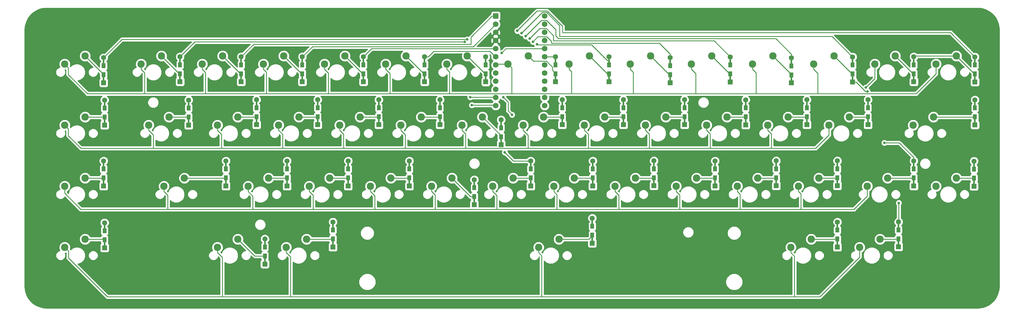
<source format=gbl>
G04 #@! TF.GenerationSoftware,KiCad,Pcbnew,(5.0.0)*
G04 #@! TF.CreationDate,2019-07-22T09:15:23-06:00*
G04 #@! TF.ProjectId,CK50,434B35302E6B696361645F7063620000,rev?*
G04 #@! TF.SameCoordinates,Original*
G04 #@! TF.FileFunction,Copper,L2,Bot,Signal*
G04 #@! TF.FilePolarity,Positive*
%FSLAX46Y46*%
G04 Gerber Fmt 4.6, Leading zero omitted, Abs format (unit mm)*
G04 Created by KiCad (PCBNEW (5.0.0)) date 07/22/19 09:15:23*
%MOMM*%
%LPD*%
G01*
G04 APERTURE LIST*
G04 #@! TA.AperFunction,ComponentPad*
%ADD10C,1.752600*%
G04 #@! TD*
G04 #@! TA.AperFunction,ComponentPad*
%ADD11R,1.752600X1.752600*%
G04 #@! TD*
G04 #@! TA.AperFunction,ComponentPad*
%ADD12C,2.286000*%
G04 #@! TD*
G04 #@! TA.AperFunction,Conductor*
%ADD13R,0.500000X2.500000*%
G04 #@! TD*
G04 #@! TA.AperFunction,ComponentPad*
%ADD14R,1.600000X1.600000*%
G04 #@! TD*
G04 #@! TA.AperFunction,ComponentPad*
%ADD15C,1.600000*%
G04 #@! TD*
G04 #@! TA.AperFunction,SMDPad,CuDef*
%ADD16R,1.200000X1.600000*%
G04 #@! TD*
G04 #@! TA.AperFunction,ViaPad*
%ADD17C,0.800000*%
G04 #@! TD*
G04 #@! TA.AperFunction,Conductor*
%ADD18C,0.250000*%
G04 #@! TD*
G04 #@! TA.AperFunction,Conductor*
%ADD19C,0.254000*%
G04 #@! TD*
G04 APERTURE END LIST*
D10*
G04 #@! TO.P,U0,24*
G04 #@! TO.N,Net-(U0-Pad24)*
X332638400Y-93248480D03*
G04 #@! TO.P,U0,12*
G04 #@! TO.N,/col1*
X317398400Y-121188480D03*
G04 #@! TO.P,U0,23*
G04 #@! TO.N,GND*
X332638400Y-95788480D03*
G04 #@! TO.P,U0,22*
G04 #@! TO.N,Net-(U0-Pad22)*
X332638400Y-98328480D03*
G04 #@! TO.P,U0,21*
G04 #@! TO.N,VCC*
X332638400Y-100868480D03*
G04 #@! TO.P,U0,20*
G04 #@! TO.N,/col6*
X332638400Y-103408480D03*
G04 #@! TO.P,U0,19*
G04 #@! TO.N,/col7*
X332638400Y-105948480D03*
G04 #@! TO.P,U0,18*
G04 #@! TO.N,/col8*
X332638400Y-108488480D03*
G04 #@! TO.P,U0,17*
G04 #@! TO.N,/col9*
X332638400Y-111028480D03*
G04 #@! TO.P,U0,16*
G04 #@! TO.N,/col10*
X332638400Y-113568480D03*
G04 #@! TO.P,U0,15*
G04 #@! TO.N,/col11*
X332638400Y-116108480D03*
G04 #@! TO.P,U0,14*
G04 #@! TO.N,/col12*
X332638400Y-118648480D03*
G04 #@! TO.P,U0,13*
G04 #@! TO.N,/col13*
X332638400Y-121188480D03*
G04 #@! TO.P,U0,11*
G04 #@! TO.N,/col0*
X317398400Y-118648480D03*
G04 #@! TO.P,U0,10*
G04 #@! TO.N,/row3*
X317398400Y-116108480D03*
G04 #@! TO.P,U0,9*
G04 #@! TO.N,/row2*
X317398400Y-113568480D03*
G04 #@! TO.P,U0,8*
G04 #@! TO.N,/row1*
X317398400Y-111028480D03*
G04 #@! TO.P,U0,7*
G04 #@! TO.N,/row0*
X317398400Y-108488480D03*
G04 #@! TO.P,U0,6*
G04 #@! TO.N,/col5*
X317398400Y-105948480D03*
G04 #@! TO.P,U0,5*
G04 #@! TO.N,/col4*
X317398400Y-103408480D03*
G04 #@! TO.P,U0,4*
G04 #@! TO.N,GND*
X317398400Y-100868480D03*
G04 #@! TO.P,U0,3*
X317398400Y-98328480D03*
G04 #@! TO.P,U0,2*
G04 #@! TO.N,/col3*
X317398400Y-95788480D03*
D11*
G04 #@! TO.P,U0,1*
G04 #@! TO.N,/col2*
X317398400Y-93248480D03*
G04 #@! TD*
D12*
G04 #@! TO.P,K41,2*
G04 #@! TO.N,/row2*
X447436496Y-127238016D03*
G04 #@! TO.P,K41,1*
G04 #@! TO.N,/col13*
X453786496Y-124698016D03*
G04 #@! TD*
G04 #@! TO.P,K26,2*
G04 #@! TO.N,/row1*
X421242768Y-127238016D03*
G04 #@! TO.P,K26,1*
G04 #@! TO.N,/col12*
X427592768Y-124698016D03*
G04 #@! TD*
D13*
G04 #@! TO.N,/col0*
G04 #@! TO.C,D0*
X195262336Y-112802248D03*
X195262336Y-107402248D03*
D14*
G04 #@! TD*
G04 #@! TO.P,D0,1*
G04 #@! TO.N,/col0*
X195262336Y-114002248D03*
D15*
G04 #@! TO.P,D0,2*
G04 #@! TO.N,/col0*
X195262336Y-106202248D03*
D16*
X195262336Y-108702248D03*
G04 #@! TO.P,D0,1*
X195262336Y-111502248D03*
G04 #@! TD*
D13*
G04 #@! TO.N,/col1*
G04 #@! TO.C,D1*
X219074816Y-112504592D03*
X219074816Y-107104592D03*
D14*
G04 #@! TD*
G04 #@! TO.P,D1,1*
G04 #@! TO.N,/col1*
X219074816Y-113704592D03*
D15*
G04 #@! TO.P,D1,2*
G04 #@! TO.N,/col1*
X219074816Y-105904592D03*
D16*
X219074816Y-108404592D03*
G04 #@! TO.P,D1,1*
X219074816Y-111204592D03*
G04 #@! TD*
D13*
G04 #@! TO.N,/col2*
G04 #@! TO.C,D2*
X238124800Y-112504592D03*
X238124800Y-107104592D03*
D14*
G04 #@! TD*
G04 #@! TO.P,D2,1*
G04 #@! TO.N,/col2*
X238124800Y-113704592D03*
D15*
G04 #@! TO.P,D2,2*
G04 #@! TO.N,/col2*
X238124800Y-105904592D03*
D16*
X238124800Y-108404592D03*
G04 #@! TO.P,D2,1*
X238124800Y-111204592D03*
G04 #@! TD*
D13*
G04 #@! TO.N,/col3*
G04 #@! TO.C,D3*
X257174784Y-112504592D03*
X257174784Y-107104592D03*
D14*
G04 #@! TD*
G04 #@! TO.P,D3,1*
G04 #@! TO.N,/col3*
X257174784Y-113704592D03*
D15*
G04 #@! TO.P,D3,2*
G04 #@! TO.N,/col3*
X257174784Y-105904592D03*
D16*
X257174784Y-108404592D03*
G04 #@! TO.P,D3,1*
X257174784Y-111204592D03*
G04 #@! TD*
D13*
G04 #@! TO.N,/col4*
G04 #@! TO.C,D4*
X276224768Y-112504592D03*
X276224768Y-107104592D03*
D14*
G04 #@! TD*
G04 #@! TO.P,D4,1*
G04 #@! TO.N,/col4*
X276224768Y-113704592D03*
D15*
G04 #@! TO.P,D4,2*
G04 #@! TO.N,/col4*
X276224768Y-105904592D03*
D16*
X276224768Y-108404592D03*
G04 #@! TO.P,D4,1*
X276224768Y-111204592D03*
G04 #@! TD*
G04 #@! TO.P,D5,1*
G04 #@! TO.N,/col5*
X295274752Y-111204592D03*
G04 #@! TO.P,D5,2*
X295274752Y-108404592D03*
D15*
X295274752Y-105904592D03*
D14*
G04 #@! TO.P,D5,1*
X295274752Y-113704592D03*
D13*
G04 #@! TD*
G04 #@! TO.N,/col5*
G04 #@! TO.C,D5*
X295274752Y-107104592D03*
G04 #@! TO.N,/col5*
G04 #@! TO.C,D5*
X295274752Y-112504592D03*
G04 #@! TD*
G04 #@! TO.N,/col6*
G04 #@! TO.C,D6*
X314324736Y-112535064D03*
X314324736Y-107135064D03*
D14*
G04 #@! TD*
G04 #@! TO.P,D6,1*
G04 #@! TO.N,/col6*
X314324736Y-113735064D03*
D15*
G04 #@! TO.P,D6,2*
G04 #@! TO.N,/col6*
X314324736Y-105935064D03*
D16*
X314324736Y-108435064D03*
G04 #@! TO.P,D6,1*
X314324736Y-111235064D03*
G04 #@! TD*
D13*
G04 #@! TO.N,/col7*
G04 #@! TO.C,D7*
X336053624Y-112535064D03*
X336053624Y-107135064D03*
D14*
G04 #@! TD*
G04 #@! TO.P,D7,1*
G04 #@! TO.N,/col7*
X336053624Y-113735064D03*
D15*
G04 #@! TO.P,D7,2*
G04 #@! TO.N,/col7*
X336053624Y-105935064D03*
D16*
X336053624Y-108435064D03*
G04 #@! TO.P,D7,1*
X336053624Y-111235064D03*
G04 #@! TD*
G04 #@! TO.P,D8,1*
G04 #@! TO.N,/col8*
X352722360Y-111204592D03*
G04 #@! TO.P,D8,2*
X352722360Y-108404592D03*
D15*
X352722360Y-105904592D03*
D14*
G04 #@! TO.P,D8,1*
X352722360Y-113704592D03*
D13*
G04 #@! TD*
G04 #@! TO.N,/col8*
G04 #@! TO.C,D8*
X352722360Y-107104592D03*
G04 #@! TO.N,/col8*
G04 #@! TO.C,D8*
X352722360Y-112504592D03*
G04 #@! TD*
D16*
G04 #@! TO.P,D9,1*
G04 #@! TO.N,/col9*
X371772344Y-111502248D03*
G04 #@! TO.P,D9,2*
X371772344Y-108702248D03*
D15*
X371772344Y-106202248D03*
D14*
G04 #@! TO.P,D9,1*
X371772344Y-114002248D03*
D13*
G04 #@! TD*
G04 #@! TO.N,/col9*
G04 #@! TO.C,D9*
X371772344Y-107402248D03*
G04 #@! TO.N,/col9*
G04 #@! TO.C,D9*
X371772344Y-112802248D03*
G04 #@! TD*
G04 #@! TO.N,/col10*
G04 #@! TO.C,D10*
X390524672Y-112565536D03*
X390524672Y-107165536D03*
D14*
G04 #@! TD*
G04 #@! TO.P,D10,1*
G04 #@! TO.N,/col10*
X390524672Y-113765536D03*
D15*
G04 #@! TO.P,D10,2*
G04 #@! TO.N,/col10*
X390524672Y-105965536D03*
D16*
X390524672Y-108465536D03*
G04 #@! TO.P,D10,1*
X390524672Y-111265536D03*
G04 #@! TD*
G04 #@! TO.P,D11,1*
G04 #@! TO.N,/col11*
X409574656Y-111563192D03*
G04 #@! TO.P,D11,2*
X409574656Y-108763192D03*
D15*
X409574656Y-106263192D03*
D14*
G04 #@! TO.P,D11,1*
X409574656Y-114063192D03*
D13*
G04 #@! TD*
G04 #@! TO.N,/col11*
G04 #@! TO.C,D11*
X409574656Y-107463192D03*
G04 #@! TO.N,/col11*
G04 #@! TO.C,D11*
X409574656Y-112863192D03*
G04 #@! TD*
G04 #@! TO.N,/col12*
G04 #@! TO.C,D12*
X428624640Y-112565536D03*
X428624640Y-107165536D03*
D14*
G04 #@! TD*
G04 #@! TO.P,D12,1*
G04 #@! TO.N,/col12*
X428624640Y-113765536D03*
D15*
G04 #@! TO.P,D12,2*
G04 #@! TO.N,/col12*
X428624640Y-105965536D03*
D16*
X428624640Y-108465536D03*
G04 #@! TO.P,D12,1*
X428624640Y-111265536D03*
G04 #@! TD*
D13*
G04 #@! TO.N,/col13*
G04 #@! TO.C,D13*
X466724608Y-112565536D03*
X466724608Y-107165536D03*
D14*
G04 #@! TD*
G04 #@! TO.P,D13,1*
G04 #@! TO.N,/col13*
X466724608Y-113765536D03*
D15*
G04 #@! TO.P,D13,2*
G04 #@! TO.N,/col13*
X466724608Y-105965536D03*
D16*
X466724608Y-108465536D03*
G04 #@! TO.P,D13,1*
X466724608Y-111265536D03*
G04 #@! TD*
D13*
G04 #@! TO.N,/col0*
G04 #@! TO.C,D14*
X195559992Y-126017864D03*
X195559992Y-120617864D03*
D14*
G04 #@! TD*
G04 #@! TO.P,D14,1*
G04 #@! TO.N,/col0*
X195559992Y-127217864D03*
D15*
G04 #@! TO.P,D14,2*
G04 #@! TO.N,/col0*
X195559992Y-119417864D03*
D16*
X195559992Y-121917864D03*
G04 #@! TO.P,D14,1*
X195559992Y-124717864D03*
G04 #@! TD*
G04 #@! TO.P,D15,1*
G04 #@! TO.N,/col1*
X221753720Y-124717864D03*
G04 #@! TO.P,D15,2*
X221753720Y-121917864D03*
D15*
X221753720Y-119417864D03*
D14*
G04 #@! TO.P,D15,1*
X221753720Y-127217864D03*
D13*
G04 #@! TD*
G04 #@! TO.N,/col1*
G04 #@! TO.C,D15*
X221753720Y-120617864D03*
G04 #@! TO.N,/col1*
G04 #@! TO.C,D15*
X221753720Y-126017864D03*
G04 #@! TD*
G04 #@! TO.N,/col2*
G04 #@! TO.C,D16*
X242887296Y-125899112D03*
X242887296Y-120499112D03*
D14*
G04 #@! TD*
G04 #@! TO.P,D16,1*
G04 #@! TO.N,/col2*
X242887296Y-127099112D03*
D15*
G04 #@! TO.P,D16,2*
G04 #@! TO.N,/col2*
X242887296Y-119299112D03*
D16*
X242887296Y-121799112D03*
G04 #@! TO.P,D16,1*
X242887296Y-124599112D03*
G04 #@! TD*
G04 #@! TO.P,D17,1*
G04 #@! TO.N,/col3*
X261937280Y-124599112D03*
G04 #@! TO.P,D17,2*
X261937280Y-121799112D03*
D15*
X261937280Y-119299112D03*
D14*
G04 #@! TO.P,D17,1*
X261937280Y-127099112D03*
D13*
G04 #@! TD*
G04 #@! TO.N,/col3*
G04 #@! TO.C,D17*
X261937280Y-120499112D03*
G04 #@! TO.N,/col3*
G04 #@! TO.C,D17*
X261937280Y-125899112D03*
G04 #@! TD*
G04 #@! TO.N,/col4*
G04 #@! TO.C,D18*
X280987264Y-125899112D03*
X280987264Y-120499112D03*
D14*
G04 #@! TD*
G04 #@! TO.P,D18,1*
G04 #@! TO.N,/col4*
X280987264Y-127099112D03*
D15*
G04 #@! TO.P,D18,2*
G04 #@! TO.N,/col4*
X280987264Y-119299112D03*
D16*
X280987264Y-121799112D03*
G04 #@! TO.P,D18,1*
X280987264Y-124599112D03*
G04 #@! TD*
D13*
G04 #@! TO.N,/col5*
G04 #@! TO.C,D19*
X300037248Y-125899112D03*
X300037248Y-120499112D03*
D14*
G04 #@! TD*
G04 #@! TO.P,D19,1*
G04 #@! TO.N,/col5*
X300037248Y-127099112D03*
D15*
G04 #@! TO.P,D19,2*
G04 #@! TO.N,/col5*
X300037248Y-119299112D03*
D16*
X300037248Y-121799112D03*
G04 #@! TO.P,D19,1*
X300037248Y-124599112D03*
G04 #@! TD*
G04 #@! TO.P,D20,1*
G04 #@! TO.N,/col6*
X319087232Y-130849888D03*
G04 #@! TO.P,D20,2*
X319087232Y-128049888D03*
D15*
X319087232Y-125549888D03*
D14*
G04 #@! TO.P,D20,1*
X319087232Y-133349888D03*
D13*
G04 #@! TD*
G04 #@! TO.N,/col6*
G04 #@! TO.C,D20*
X319087232Y-126749888D03*
G04 #@! TO.N,/col6*
G04 #@! TO.C,D20*
X319087232Y-132149888D03*
G04 #@! TD*
D16*
G04 #@! TO.P,D21,1*
G04 #@! TO.N,/col7*
X338137216Y-124599112D03*
G04 #@! TO.P,D21,2*
X338137216Y-121799112D03*
D15*
X338137216Y-119299112D03*
D14*
G04 #@! TO.P,D21,1*
X338137216Y-127099112D03*
D13*
G04 #@! TD*
G04 #@! TO.N,/col7*
G04 #@! TO.C,D21*
X338137216Y-120499112D03*
G04 #@! TO.N,/col7*
G04 #@! TO.C,D21*
X338137216Y-125899112D03*
G04 #@! TD*
D16*
G04 #@! TO.P,D22,1*
G04 #@! TO.N,/col8*
X357187200Y-124599112D03*
G04 #@! TO.P,D22,2*
X357187200Y-121799112D03*
D15*
X357187200Y-119299112D03*
D14*
G04 #@! TO.P,D22,1*
X357187200Y-127099112D03*
D13*
G04 #@! TD*
G04 #@! TO.N,/col8*
G04 #@! TO.C,D22*
X357187200Y-120499112D03*
G04 #@! TO.N,/col8*
G04 #@! TO.C,D22*
X357187200Y-125899112D03*
G04 #@! TD*
D16*
G04 #@! TO.P,D23,1*
G04 #@! TO.N,/col9*
X376237184Y-124599112D03*
G04 #@! TO.P,D23,2*
X376237184Y-121799112D03*
D15*
X376237184Y-119299112D03*
D14*
G04 #@! TO.P,D23,1*
X376237184Y-127099112D03*
D13*
G04 #@! TD*
G04 #@! TO.N,/col9*
G04 #@! TO.C,D23*
X376237184Y-120499112D03*
G04 #@! TO.N,/col9*
G04 #@! TO.C,D23*
X376237184Y-125899112D03*
G04 #@! TD*
G04 #@! TO.N,/col10*
G04 #@! TO.C,D24*
X395287168Y-125960056D03*
X395287168Y-120560056D03*
D14*
G04 #@! TD*
G04 #@! TO.P,D24,1*
G04 #@! TO.N,/col10*
X395287168Y-127160056D03*
D15*
G04 #@! TO.P,D24,2*
G04 #@! TO.N,/col10*
X395287168Y-119360056D03*
D16*
X395287168Y-121860056D03*
G04 #@! TO.P,D24,1*
X395287168Y-124660056D03*
G04 #@! TD*
D13*
G04 #@! TO.N,/col11*
G04 #@! TO.C,D25*
X414337152Y-125899112D03*
X414337152Y-120499112D03*
D14*
G04 #@! TD*
G04 #@! TO.P,D25,1*
G04 #@! TO.N,/col11*
X414337152Y-127099112D03*
D15*
G04 #@! TO.P,D25,2*
G04 #@! TO.N,/col11*
X414337152Y-119299112D03*
D16*
X414337152Y-121799112D03*
G04 #@! TO.P,D25,1*
X414337152Y-124599112D03*
G04 #@! TD*
D13*
G04 #@! TO.N,/col12*
G04 #@! TO.C,D26*
X433387136Y-125899112D03*
X433387136Y-120499112D03*
D14*
G04 #@! TD*
G04 #@! TO.P,D26,1*
G04 #@! TO.N,/col12*
X433387136Y-127099112D03*
D15*
G04 #@! TO.P,D26,2*
G04 #@! TO.N,/col12*
X433387136Y-119299112D03*
D16*
X433387136Y-121799112D03*
G04 #@! TO.P,D26,1*
X433387136Y-124599112D03*
G04 #@! TD*
G04 #@! TO.P,D27,1*
G04 #@! TO.N,/col13*
X447674624Y-111204592D03*
G04 #@! TO.P,D27,2*
X447674624Y-108404592D03*
D15*
X447674624Y-105904592D03*
D14*
G04 #@! TO.P,D27,1*
X447674624Y-113704592D03*
D13*
G04 #@! TD*
G04 #@! TO.N,/col13*
G04 #@! TO.C,D27*
X447674624Y-107104592D03*
G04 #@! TO.N,/col13*
G04 #@! TO.C,D27*
X447674624Y-112504592D03*
G04 #@! TD*
D16*
G04 #@! TO.P,D28,1*
G04 #@! TO.N,/col0*
X195262336Y-143710040D03*
G04 #@! TO.P,D28,2*
X195262336Y-140910040D03*
D15*
X195262336Y-138410040D03*
D14*
G04 #@! TO.P,D28,1*
X195262336Y-146210040D03*
D13*
G04 #@! TD*
G04 #@! TO.N,/col0*
G04 #@! TO.C,D28*
X195262336Y-139610040D03*
G04 #@! TO.N,/col0*
G04 #@! TO.C,D28*
X195262336Y-145010040D03*
G04 #@! TD*
G04 #@! TO.N,/col1*
G04 #@! TO.C,D29*
X233362304Y-145010040D03*
X233362304Y-139610040D03*
D14*
G04 #@! TD*
G04 #@! TO.P,D29,1*
G04 #@! TO.N,/col1*
X233362304Y-146210040D03*
D15*
G04 #@! TO.P,D29,2*
G04 #@! TO.N,/col1*
X233362304Y-138410040D03*
D16*
X233362304Y-140910040D03*
G04 #@! TO.P,D29,1*
X233362304Y-143710040D03*
G04 #@! TD*
G04 #@! TO.P,D30,1*
G04 #@! TO.N,/col2*
X252412288Y-143710040D03*
G04 #@! TO.P,D30,2*
X252412288Y-140910040D03*
D15*
X252412288Y-138410040D03*
D14*
G04 #@! TO.P,D30,1*
X252412288Y-146210040D03*
D13*
G04 #@! TD*
G04 #@! TO.N,/col2*
G04 #@! TO.C,D30*
X252412288Y-139610040D03*
G04 #@! TO.N,/col2*
G04 #@! TO.C,D30*
X252412288Y-145010040D03*
G04 #@! TD*
G04 #@! TO.N,Net-(D31-Pad1)*
G04 #@! TO.C,D31*
X271462272Y-145010040D03*
G04 #@! TO.N,/col3*
X271462272Y-139610040D03*
D14*
G04 #@! TD*
G04 #@! TO.P,D31,1*
G04 #@! TO.N,Net-(D31-Pad1)*
X271462272Y-146210040D03*
D15*
G04 #@! TO.P,D31,2*
G04 #@! TO.N,/col3*
X271462272Y-138410040D03*
D16*
X271462272Y-140910040D03*
G04 #@! TO.P,D31,1*
G04 #@! TO.N,Net-(D31-Pad1)*
X271462272Y-143710040D03*
G04 #@! TD*
G04 #@! TO.P,D32,1*
G04 #@! TO.N,Net-(D32-Pad1)*
X290512256Y-143710040D03*
G04 #@! TO.P,D32,2*
G04 #@! TO.N,/col4*
X290512256Y-140910040D03*
D15*
X290512256Y-138410040D03*
D14*
G04 #@! TO.P,D32,1*
G04 #@! TO.N,Net-(D32-Pad1)*
X290512256Y-146210040D03*
D13*
G04 #@! TD*
G04 #@! TO.N,/col4*
G04 #@! TO.C,D32*
X290512256Y-139610040D03*
G04 #@! TO.N,Net-(D32-Pad1)*
G04 #@! TO.C,D32*
X290512256Y-145010040D03*
G04 #@! TD*
G04 #@! TO.N,Net-(D33-Pad1)*
G04 #@! TO.C,D33*
X310750000Y-150850000D03*
G04 #@! TO.N,/col5*
X310750000Y-145450000D03*
D14*
G04 #@! TD*
G04 #@! TO.P,D33,1*
G04 #@! TO.N,Net-(D33-Pad1)*
X310750000Y-152050000D03*
D15*
G04 #@! TO.P,D33,2*
G04 #@! TO.N,/col5*
X310750000Y-144250000D03*
D16*
X310750000Y-146750000D03*
G04 #@! TO.P,D33,1*
G04 #@! TO.N,Net-(D33-Pad1)*
X310750000Y-149550000D03*
G04 #@! TD*
G04 #@! TO.P,D34,1*
G04 #@! TO.N,Net-(D34-Pad1)*
X328314568Y-143710040D03*
G04 #@! TO.P,D34,2*
G04 #@! TO.N,/col6*
X328314568Y-140910040D03*
D15*
X328314568Y-138410040D03*
D14*
G04 #@! TO.P,D34,1*
G04 #@! TO.N,Net-(D34-Pad1)*
X328314568Y-146210040D03*
D13*
G04 #@! TD*
G04 #@! TO.N,/col6*
G04 #@! TO.C,D34*
X328314568Y-139610040D03*
G04 #@! TO.N,Net-(D34-Pad1)*
G04 #@! TO.C,D34*
X328314568Y-145010040D03*
G04 #@! TD*
G04 #@! TO.N,/col7*
G04 #@! TO.C,D35*
X347662208Y-145010040D03*
X347662208Y-139610040D03*
D14*
G04 #@! TD*
G04 #@! TO.P,D35,1*
G04 #@! TO.N,/col7*
X347662208Y-146210040D03*
D15*
G04 #@! TO.P,D35,2*
G04 #@! TO.N,/col7*
X347662208Y-138410040D03*
D16*
X347662208Y-140910040D03*
G04 #@! TO.P,D35,1*
X347662208Y-143710040D03*
G04 #@! TD*
G04 #@! TO.P,D36,1*
G04 #@! TO.N,Net-(D36-Pad1)*
X366712192Y-143649096D03*
G04 #@! TO.P,D36,2*
G04 #@! TO.N,/col8*
X366712192Y-140849096D03*
D15*
X366712192Y-138349096D03*
D14*
G04 #@! TO.P,D36,1*
G04 #@! TO.N,Net-(D36-Pad1)*
X366712192Y-146149096D03*
D13*
G04 #@! TD*
G04 #@! TO.N,/col8*
G04 #@! TO.C,D36*
X366712192Y-139549096D03*
G04 #@! TO.N,Net-(D36-Pad1)*
G04 #@! TO.C,D36*
X366712192Y-144949096D03*
G04 #@! TD*
D16*
G04 #@! TO.P,D37,1*
G04 #@! TO.N,Net-(D37-Pad1)*
X385762176Y-143710040D03*
G04 #@! TO.P,D37,2*
G04 #@! TO.N,/col9*
X385762176Y-140910040D03*
D15*
X385762176Y-138410040D03*
D14*
G04 #@! TO.P,D37,1*
G04 #@! TO.N,Net-(D37-Pad1)*
X385762176Y-146210040D03*
D13*
G04 #@! TD*
G04 #@! TO.N,/col9*
G04 #@! TO.C,D37*
X385762176Y-139610040D03*
G04 #@! TO.N,Net-(D37-Pad1)*
G04 #@! TO.C,D37*
X385762176Y-145010040D03*
G04 #@! TD*
G04 #@! TO.N,Net-(D38-Pad1)*
G04 #@! TO.C,D38*
X404812160Y-144949096D03*
G04 #@! TO.N,/col10*
X404812160Y-139549096D03*
D14*
G04 #@! TD*
G04 #@! TO.P,D38,1*
G04 #@! TO.N,Net-(D38-Pad1)*
X404812160Y-146149096D03*
D15*
G04 #@! TO.P,D38,2*
G04 #@! TO.N,/col10*
X404812160Y-138349096D03*
D16*
X404812160Y-140849096D03*
G04 #@! TO.P,D38,1*
G04 #@! TO.N,Net-(D38-Pad1)*
X404812160Y-143649096D03*
G04 #@! TD*
G04 #@! TO.P,D39,1*
G04 #@! TO.N,/col11*
X423862144Y-143649096D03*
G04 #@! TO.P,D39,2*
X423862144Y-140849096D03*
D15*
X423862144Y-138349096D03*
D14*
G04 #@! TO.P,D39,1*
X423862144Y-146149096D03*
D13*
G04 #@! TD*
G04 #@! TO.N,/col11*
G04 #@! TO.C,D39*
X423862144Y-139549096D03*
G04 #@! TO.N,/col11*
G04 #@! TO.C,D39*
X423862144Y-144949096D03*
G04 #@! TD*
G04 #@! TO.N,/col12*
G04 #@! TO.C,D40*
X447674624Y-145010040D03*
X447674624Y-139610040D03*
D14*
G04 #@! TD*
G04 #@! TO.P,D40,1*
G04 #@! TO.N,/col12*
X447674624Y-146210040D03*
D15*
G04 #@! TO.P,D40,2*
G04 #@! TO.N,/col12*
X447674624Y-138410040D03*
D16*
X447674624Y-140910040D03*
G04 #@! TO.P,D40,1*
X447674624Y-143710040D03*
G04 #@! TD*
G04 #@! TO.P,D41,1*
G04 #@! TO.N,/col13*
X466724608Y-124660056D03*
G04 #@! TO.P,D41,2*
X466724608Y-121860056D03*
D15*
X466724608Y-119360056D03*
D14*
G04 #@! TO.P,D41,1*
X466724608Y-127160056D03*
D13*
G04 #@! TD*
G04 #@! TO.N,/col13*
G04 #@! TO.C,D41*
X466724608Y-120560056D03*
G04 #@! TO.N,/col13*
G04 #@! TO.C,D41*
X466724608Y-125960056D03*
G04 #@! TD*
G04 #@! TO.N,Net-(D43-Pad1)*
G04 #@! TO.C,D43*
X245500000Y-169350000D03*
G04 #@! TO.N,/col1*
X245500000Y-163950000D03*
D14*
G04 #@! TD*
G04 #@! TO.P,D43,1*
G04 #@! TO.N,Net-(D43-Pad1)*
X245500000Y-170550000D03*
D15*
G04 #@! TO.P,D43,2*
G04 #@! TO.N,/col1*
X245500000Y-162750000D03*
D16*
X245500000Y-165250000D03*
G04 #@! TO.P,D43,1*
G04 #@! TO.N,Net-(D43-Pad1)*
X245500000Y-168050000D03*
G04 #@! TD*
G04 #@! TO.P,D44,1*
G04 #@! TO.N,Net-(D44-Pad1)*
X266699776Y-162729552D03*
G04 #@! TO.P,D44,2*
G04 #@! TO.N,/col2*
X266699776Y-159929552D03*
D15*
X266699776Y-157429552D03*
D14*
G04 #@! TO.P,D44,1*
G04 #@! TO.N,Net-(D44-Pad1)*
X266699776Y-165229552D03*
D13*
G04 #@! TD*
G04 #@! TO.N,/col2*
G04 #@! TO.C,D44*
X266699776Y-158629552D03*
G04 #@! TO.N,Net-(D44-Pad1)*
G04 #@! TO.C,D44*
X266699776Y-164029552D03*
G04 #@! TD*
G04 #@! TO.N,Net-(D45-Pad1)*
G04 #@! TO.C,D45*
X347500000Y-162850000D03*
G04 #@! TO.N,/col7*
X347500000Y-157450000D03*
D14*
G04 #@! TD*
G04 #@! TO.P,D45,1*
G04 #@! TO.N,Net-(D45-Pad1)*
X347500000Y-164050000D03*
D15*
G04 #@! TO.P,D45,2*
G04 #@! TO.N,/col7*
X347500000Y-156250000D03*
D16*
X347500000Y-158750000D03*
G04 #@! TO.P,D45,1*
G04 #@! TO.N,Net-(D45-Pad1)*
X347500000Y-161550000D03*
G04 #@! TD*
G04 #@! TO.P,D46,1*
G04 #@! TO.N,Net-(D46-Pad1)*
X423862144Y-162760024D03*
G04 #@! TO.P,D46,2*
G04 #@! TO.N,/col11*
X423862144Y-159960024D03*
D15*
X423862144Y-157460024D03*
D14*
G04 #@! TO.P,D46,1*
G04 #@! TO.N,Net-(D46-Pad1)*
X423862144Y-165260024D03*
D13*
G04 #@! TD*
G04 #@! TO.N,/col11*
G04 #@! TO.C,D46*
X423862144Y-158660024D03*
G04 #@! TO.N,Net-(D46-Pad1)*
G04 #@! TO.C,D46*
X423862144Y-164060024D03*
G04 #@! TD*
G04 #@! TO.N,Net-(D47-Pad1)*
G04 #@! TO.C,D47*
X442912128Y-163999080D03*
G04 #@! TO.N,/col12*
X442912128Y-158599080D03*
D14*
G04 #@! TD*
G04 #@! TO.P,D47,1*
G04 #@! TO.N,Net-(D47-Pad1)*
X442912128Y-165199080D03*
D15*
G04 #@! TO.P,D47,2*
G04 #@! TO.N,/col12*
X442912128Y-157399080D03*
D16*
X442912128Y-159899080D03*
G04 #@! TO.P,D47,1*
G04 #@! TO.N,Net-(D47-Pad1)*
X442912128Y-162699080D03*
G04 #@! TD*
G04 #@! TO.P,D48,1*
G04 #@! TO.N,Net-(D48-Pad1)*
X466426952Y-143767848D03*
G04 #@! TO.P,D48,2*
G04 #@! TO.N,/col13*
X466426952Y-140967848D03*
D15*
X466426952Y-138467848D03*
D14*
G04 #@! TO.P,D48,1*
G04 #@! TO.N,Net-(D48-Pad1)*
X466426952Y-146267848D03*
D13*
G04 #@! TD*
G04 #@! TO.N,/col13*
G04 #@! TO.C,D48*
X466426952Y-139667848D03*
G04 #@! TO.N,Net-(D48-Pad1)*
G04 #@! TO.C,D48*
X466426952Y-145067848D03*
G04 #@! TD*
G04 #@! TO.N,Net-(D420-Pad1)*
G04 #@! TO.C,D420*
X195559992Y-164296736D03*
G04 #@! TO.N,/col0*
X195559992Y-158896736D03*
D14*
G04 #@! TD*
G04 #@! TO.P,D420,1*
G04 #@! TO.N,Net-(D420-Pad1)*
X195559992Y-165496736D03*
D15*
G04 #@! TO.P,D420,2*
G04 #@! TO.N,/col0*
X195559992Y-157696736D03*
D16*
X195559992Y-160196736D03*
G04 #@! TO.P,D420,1*
G04 #@! TO.N,Net-(D420-Pad1)*
X195559992Y-162996736D03*
G04 #@! TD*
D12*
G04 #@! TO.P,K0,1*
G04 #@! TO.N,/col0*
X189468125Y-105648125D03*
G04 #@! TO.P,K0,2*
G04 #@! TO.N,/row0*
X183118125Y-108188125D03*
G04 #@! TD*
G04 #@! TO.P,K1,1*
G04 #@! TO.N,/col1*
X213280448Y-105648032D03*
G04 #@! TO.P,K1,2*
G04 #@! TO.N,/row0*
X206930448Y-108188032D03*
G04 #@! TD*
G04 #@! TO.P,K2,1*
G04 #@! TO.N,/col2*
X232330432Y-105648032D03*
G04 #@! TO.P,K2,2*
G04 #@! TO.N,/row0*
X225980432Y-108188032D03*
G04 #@! TD*
G04 #@! TO.P,K3,1*
G04 #@! TO.N,/col3*
X251380416Y-105648032D03*
G04 #@! TO.P,K3,2*
G04 #@! TO.N,/row0*
X245030416Y-108188032D03*
G04 #@! TD*
G04 #@! TO.P,K4,1*
G04 #@! TO.N,/col4*
X270430400Y-105648032D03*
G04 #@! TO.P,K4,2*
G04 #@! TO.N,/row0*
X264080400Y-108188032D03*
G04 #@! TD*
G04 #@! TO.P,K5,2*
G04 #@! TO.N,/row0*
X283130384Y-108188032D03*
G04 #@! TO.P,K5,1*
G04 #@! TO.N,/col5*
X289480384Y-105648032D03*
G04 #@! TD*
G04 #@! TO.P,K6,2*
G04 #@! TO.N,/row0*
X302180368Y-108188032D03*
G04 #@! TO.P,K6,1*
G04 #@! TO.N,/col6*
X308530368Y-105648032D03*
G04 #@! TD*
G04 #@! TO.P,K7,1*
G04 #@! TO.N,/col7*
X327580352Y-105648032D03*
G04 #@! TO.P,K7,2*
G04 #@! TO.N,/row0*
X321230352Y-108188032D03*
G04 #@! TD*
G04 #@! TO.P,K8,2*
G04 #@! TO.N,/row0*
X340280336Y-108188032D03*
G04 #@! TO.P,K8,1*
G04 #@! TO.N,/col8*
X346630336Y-105648032D03*
G04 #@! TD*
G04 #@! TO.P,K9,1*
G04 #@! TO.N,/col9*
X365680320Y-105648032D03*
G04 #@! TO.P,K9,2*
G04 #@! TO.N,/row0*
X359330320Y-108188032D03*
G04 #@! TD*
G04 #@! TO.P,K10,2*
G04 #@! TO.N,/row0*
X378380304Y-108188032D03*
G04 #@! TO.P,K10,1*
G04 #@! TO.N,/col10*
X384730304Y-105648032D03*
G04 #@! TD*
G04 #@! TO.P,K11,1*
G04 #@! TO.N,/col11*
X403780288Y-105648032D03*
G04 #@! TO.P,K11,2*
G04 #@! TO.N,/row0*
X397430288Y-108188032D03*
G04 #@! TD*
G04 #@! TO.P,K12,2*
G04 #@! TO.N,/row0*
X416480272Y-108188032D03*
G04 #@! TO.P,K12,1*
G04 #@! TO.N,/col12*
X422830272Y-105648032D03*
G04 #@! TD*
G04 #@! TO.P,K13,2*
G04 #@! TO.N,/row0*
X454580240Y-108188032D03*
G04 #@! TO.P,K13,1*
G04 #@! TO.N,/col13*
X460930240Y-105648032D03*
G04 #@! TD*
G04 #@! TO.P,K14,2*
G04 #@! TO.N,/row1*
X183117968Y-127238016D03*
G04 #@! TO.P,K14,1*
G04 #@! TO.N,/col0*
X189467968Y-124698016D03*
G04 #@! TD*
G04 #@! TO.P,K15,1*
G04 #@! TO.N,/col1*
X215661696Y-124698016D03*
G04 #@! TO.P,K15,2*
G04 #@! TO.N,/row1*
X209311696Y-127238016D03*
G04 #@! TD*
G04 #@! TO.P,K16,2*
G04 #@! TO.N,/row1*
X230742928Y-127238016D03*
G04 #@! TO.P,K16,1*
G04 #@! TO.N,/col2*
X237092928Y-124698016D03*
G04 #@! TD*
G04 #@! TO.P,K17,1*
G04 #@! TO.N,/col3*
X256142912Y-124698016D03*
G04 #@! TO.P,K17,2*
G04 #@! TO.N,/row1*
X249792912Y-127238016D03*
G04 #@! TD*
G04 #@! TO.P,K18,1*
G04 #@! TO.N,/col4*
X275192896Y-124698016D03*
G04 #@! TO.P,K18,2*
G04 #@! TO.N,/row1*
X268842896Y-127238016D03*
G04 #@! TD*
G04 #@! TO.P,K19,1*
G04 #@! TO.N,/col5*
X294242880Y-124698016D03*
G04 #@! TO.P,K19,2*
G04 #@! TO.N,/row1*
X287892880Y-127238016D03*
G04 #@! TD*
G04 #@! TO.P,K20,2*
G04 #@! TO.N,/row1*
X306942864Y-127238016D03*
G04 #@! TO.P,K20,1*
G04 #@! TO.N,/col6*
X313292864Y-124698016D03*
G04 #@! TD*
G04 #@! TO.P,K21,1*
G04 #@! TO.N,/col7*
X332342848Y-124698016D03*
G04 #@! TO.P,K21,2*
G04 #@! TO.N,/row1*
X325992848Y-127238016D03*
G04 #@! TD*
G04 #@! TO.P,K22,2*
G04 #@! TO.N,/row1*
X345042832Y-127238016D03*
G04 #@! TO.P,K22,1*
G04 #@! TO.N,/col8*
X351392832Y-124698016D03*
G04 #@! TD*
G04 #@! TO.P,K23,2*
G04 #@! TO.N,/row1*
X364092816Y-127238016D03*
G04 #@! TO.P,K23,1*
G04 #@! TO.N,/col9*
X370442816Y-124698016D03*
G04 #@! TD*
G04 #@! TO.P,K24,1*
G04 #@! TO.N,/col10*
X389492800Y-124698016D03*
G04 #@! TO.P,K24,2*
G04 #@! TO.N,/row1*
X383142800Y-127238016D03*
G04 #@! TD*
G04 #@! TO.P,K25,2*
G04 #@! TO.N,/row1*
X402192784Y-127238016D03*
G04 #@! TO.P,K25,1*
G04 #@! TO.N,/col11*
X408542784Y-124698016D03*
G04 #@! TD*
G04 #@! TO.P,K27,1*
G04 #@! TO.N,/col13*
X441880256Y-105648032D03*
G04 #@! TO.P,K27,2*
G04 #@! TO.N,/row1*
X435530256Y-108188032D03*
G04 #@! TD*
G04 #@! TO.P,K28,1*
G04 #@! TO.N,/col0*
X189467968Y-143748000D03*
G04 #@! TO.P,K28,2*
G04 #@! TO.N,/row2*
X183117968Y-146288000D03*
G04 #@! TD*
G04 #@! TO.P,K29,2*
G04 #@! TO.N,/row2*
X214074192Y-146288000D03*
G04 #@! TO.P,K29,1*
G04 #@! TO.N,/col1*
X220424192Y-143748000D03*
G04 #@! TD*
G04 #@! TO.P,K30,1*
G04 #@! TO.N,/col2*
X246617920Y-143748000D03*
G04 #@! TO.P,K30,2*
G04 #@! TO.N,/row2*
X240267920Y-146288000D03*
G04 #@! TD*
G04 #@! TO.P,K31,2*
G04 #@! TO.N,/row2*
X259317904Y-146288000D03*
G04 #@! TO.P,K31,1*
G04 #@! TO.N,Net-(D31-Pad1)*
X265667904Y-143748000D03*
G04 #@! TD*
G04 #@! TO.P,K32,2*
G04 #@! TO.N,/row2*
X278367888Y-146288000D03*
G04 #@! TO.P,K32,1*
G04 #@! TO.N,Net-(D32-Pad1)*
X284717888Y-143748000D03*
G04 #@! TD*
G04 #@! TO.P,K33,2*
G04 #@! TO.N,/row2*
X297417872Y-146288000D03*
G04 #@! TO.P,K33,1*
G04 #@! TO.N,Net-(D33-Pad1)*
X303767872Y-143748000D03*
G04 #@! TD*
G04 #@! TO.P,K34,2*
G04 #@! TO.N,/row2*
X316467856Y-146288000D03*
G04 #@! TO.P,K34,1*
G04 #@! TO.N,Net-(D34-Pad1)*
X322817856Y-143748000D03*
G04 #@! TD*
G04 #@! TO.P,K35,1*
G04 #@! TO.N,/col7*
X341867840Y-143748000D03*
G04 #@! TO.P,K35,2*
G04 #@! TO.N,/row2*
X335517840Y-146288000D03*
G04 #@! TD*
G04 #@! TO.P,K36,1*
G04 #@! TO.N,Net-(D36-Pad1)*
X360917824Y-143748000D03*
G04 #@! TO.P,K36,2*
G04 #@! TO.N,/row2*
X354567824Y-146288000D03*
G04 #@! TD*
G04 #@! TO.P,K37,2*
G04 #@! TO.N,/row2*
X373617808Y-146288000D03*
G04 #@! TO.P,K37,1*
G04 #@! TO.N,Net-(D37-Pad1)*
X379967808Y-143748000D03*
G04 #@! TD*
G04 #@! TO.P,K38,1*
G04 #@! TO.N,Net-(D38-Pad1)*
X399017792Y-143748000D03*
G04 #@! TO.P,K38,2*
G04 #@! TO.N,/row2*
X392667792Y-146288000D03*
G04 #@! TD*
G04 #@! TO.P,K39,2*
G04 #@! TO.N,/row2*
X411717776Y-146288000D03*
G04 #@! TO.P,K39,1*
G04 #@! TO.N,/col11*
X418067776Y-143748000D03*
G04 #@! TD*
G04 #@! TO.P,K40,2*
G04 #@! TO.N,/row2*
X433149008Y-146288000D03*
G04 #@! TO.P,K40,1*
G04 #@! TO.N,/col12*
X439499008Y-143748000D03*
G04 #@! TD*
G04 #@! TO.P,K43,2*
G04 #@! TO.N,/row3*
X230742928Y-165337984D03*
G04 #@! TO.P,K43,1*
G04 #@! TO.N,Net-(D43-Pad1)*
X237092928Y-162797984D03*
G04 #@! TD*
G04 #@! TO.P,K44,2*
G04 #@! TO.N,/row3*
X252154312Y-165337984D03*
G04 #@! TO.P,K44,1*
G04 #@! TO.N,Net-(D44-Pad1)*
X258504312Y-162797984D03*
G04 #@! TD*
G04 #@! TO.P,K45,1*
G04 #@! TO.N,Net-(D45-Pad1)*
X337105344Y-162797984D03*
G04 #@! TO.P,K45,2*
G04 #@! TO.N,/row3*
X330755344Y-165337984D03*
G04 #@! TD*
G04 #@! TO.P,K46,1*
G04 #@! TO.N,Net-(D46-Pad1)*
X415686528Y-162797984D03*
G04 #@! TO.P,K46,2*
G04 #@! TO.N,/row3*
X409336528Y-165337984D03*
G04 #@! TD*
G04 #@! TO.P,K47,2*
G04 #@! TO.N,/row3*
X430767760Y-165337984D03*
G04 #@! TO.P,K47,1*
G04 #@! TO.N,Net-(D47-Pad1)*
X437117760Y-162797984D03*
G04 #@! TD*
G04 #@! TO.P,K48,1*
G04 #@! TO.N,Net-(D48-Pad1)*
X460930240Y-143748000D03*
G04 #@! TO.P,K48,2*
G04 #@! TO.N,/row3*
X454580240Y-146288000D03*
G04 #@! TD*
G04 #@! TO.P,K420,2*
G04 #@! TO.N,/row3*
X183137816Y-165337984D03*
G04 #@! TO.P,K420,1*
G04 #@! TO.N,Net-(D420-Pad1)*
X189487816Y-162797984D03*
G04 #@! TD*
D17*
G04 #@! TO.N,/col0*
X308500000Y-100500000D03*
X309500000Y-118500000D03*
G04 #@! TO.N,/col1*
X307750000Y-101250000D03*
X310000000Y-121000000D03*
G04 #@! TO.N,/col6*
X319250000Y-104750000D03*
X320250000Y-135750000D03*
G04 #@! TO.N,/col8*
X330250000Y-102000000D03*
G04 #@! TO.N,/col9*
X329000000Y-101250000D03*
G04 #@! TO.N,/col10*
X328000000Y-100250000D03*
G04 #@! TO.N,/col11*
X326750000Y-99500000D03*
G04 #@! TO.N,/col12*
X433250000Y-116722179D03*
X325500000Y-98500000D03*
X438500000Y-132750000D03*
X443000000Y-151500000D03*
G04 #@! TO.N,/col13*
X324104000Y-97802700D03*
G04 #@! TO.N,/row1*
X432750000Y-115500000D03*
G04 #@! TO.N,/row3*
X322500000Y-124000000D03*
X319750000Y-118500000D03*
G04 #@! TD*
D18*
G04 #@! TO.N,/col0*
X195262336Y-111442336D02*
X195262336Y-111502248D01*
X189468125Y-105648125D02*
X195262336Y-111442336D01*
X195262336Y-106202248D02*
X200964584Y-100500000D01*
X200964584Y-100500000D02*
X308500000Y-100500000D01*
X317249920Y-118500000D02*
X317398400Y-118648480D01*
X309500000Y-118500000D02*
X317249920Y-118500000D01*
X195540144Y-124698016D02*
X195559992Y-124717864D01*
X189467968Y-124698016D02*
X195540144Y-124698016D01*
X195224376Y-143748000D02*
X195262336Y-143710040D01*
X189467968Y-143748000D02*
X195224376Y-143748000D01*
G04 #@! TO.N,/col1*
X219074816Y-105904592D02*
X223729408Y-101250000D01*
X223729408Y-101250000D02*
X307750000Y-101250000D01*
X317438520Y-121000000D02*
X317627000Y-121188480D01*
X310000000Y-121000000D02*
X317438520Y-121000000D01*
X218837008Y-111204592D02*
X219074816Y-111204592D01*
X213280448Y-105648032D02*
X218837008Y-111204592D01*
X221733872Y-124698016D02*
X221753720Y-124717864D01*
X215661696Y-124698016D02*
X221733872Y-124698016D01*
X233324344Y-143748000D02*
X233362304Y-143710040D01*
X220424192Y-143748000D02*
X233324344Y-143748000D01*
G04 #@! TO.N,/col2*
X237886992Y-111204592D02*
X238124800Y-111204592D01*
X232330432Y-105648032D02*
X237886992Y-111204592D01*
X238124800Y-105904592D02*
X242029392Y-102000000D01*
X242029392Y-102000000D02*
X309750000Y-102000000D01*
X316272100Y-93248480D02*
X317398400Y-93248480D01*
X309750000Y-99770580D02*
X316272100Y-93248480D01*
X309750000Y-102000000D02*
X309750000Y-99770580D01*
X242788392Y-124698016D02*
X242887296Y-124599112D01*
X237092928Y-124698016D02*
X242788392Y-124698016D01*
X252374328Y-143748000D02*
X252412288Y-143710040D01*
X246617920Y-143748000D02*
X252374328Y-143748000D01*
G04 #@! TO.N,/col3*
X256936976Y-111204592D02*
X257174784Y-111204592D01*
X251380416Y-105648032D02*
X256936976Y-111204592D01*
X257174784Y-105904592D02*
X260329376Y-102750000D01*
X310436880Y-102750000D02*
X317398400Y-95788480D01*
X260329376Y-102750000D02*
X310436880Y-102750000D01*
X261838376Y-124698016D02*
X261937280Y-124599112D01*
X256142912Y-124698016D02*
X261838376Y-124698016D01*
G04 #@! TO.N,/col4*
X275986960Y-111204592D02*
X276224768Y-111204592D01*
X270430400Y-105648032D02*
X275986960Y-111204592D01*
X278720880Y-103408480D02*
X317398400Y-103408480D01*
X276224768Y-105904592D02*
X278720880Y-103408480D01*
X280888360Y-124698016D02*
X280987264Y-124599112D01*
X275192896Y-124698016D02*
X280888360Y-124698016D01*
G04 #@! TO.N,/col5*
X316522101Y-105072181D02*
X317398400Y-105948480D01*
X315629951Y-104180031D02*
X316522101Y-105072181D01*
X298130683Y-104180031D02*
X315629951Y-104180031D01*
X296406122Y-105904592D02*
X298130683Y-104180031D01*
X295274752Y-105904592D02*
X296406122Y-105904592D01*
X295036944Y-111204592D02*
X295274752Y-111204592D01*
X289480384Y-105648032D02*
X295036944Y-111204592D01*
X299938344Y-124698016D02*
X300037248Y-124599112D01*
X294242880Y-124698016D02*
X299938344Y-124698016D01*
G04 #@! TO.N,/col6*
X314117400Y-111235064D02*
X314324736Y-111235064D01*
X308530368Y-105648032D02*
X314117400Y-111235064D01*
X320591520Y-103408480D02*
X332638400Y-103408480D01*
X319250000Y-104750000D02*
X320591520Y-103408480D01*
X322910040Y-138410040D02*
X328314568Y-138410040D01*
X320250000Y-135750000D02*
X322910040Y-138410040D01*
X319087232Y-130492384D02*
X319087232Y-130849888D01*
X313292864Y-124698016D02*
X319087232Y-130492384D01*
G04 #@! TO.N,/col7*
X332651816Y-105935064D02*
X332638400Y-105948480D01*
X336053624Y-105935064D02*
X332651816Y-105935064D01*
X336053624Y-111035064D02*
X336053624Y-111235064D01*
X335128623Y-110110063D02*
X336053624Y-111035064D01*
X335128623Y-109200777D02*
X335128623Y-110110063D01*
X333215025Y-107287179D02*
X335128623Y-109200777D01*
X329219499Y-107287179D02*
X333215025Y-107287179D01*
X327580352Y-105648032D02*
X329219499Y-107287179D01*
X338038312Y-124698016D02*
X338137216Y-124599112D01*
X332342848Y-124698016D02*
X338038312Y-124698016D01*
X347624248Y-143748000D02*
X347662208Y-143710040D01*
X341867840Y-143748000D02*
X347624248Y-143748000D01*
G04 #@! TO.N,/col8*
X352186896Y-111204592D02*
X352722360Y-111204592D01*
X346630336Y-105648032D02*
X352186896Y-111204592D01*
X330457179Y-102207179D02*
X330250000Y-102000000D01*
X347324947Y-102207179D02*
X330457179Y-102207179D01*
X352722360Y-107104592D02*
X352222360Y-107104592D01*
X352222360Y-107104592D02*
X347324947Y-102207179D01*
X357088296Y-124698016D02*
X357187200Y-124599112D01*
X351392832Y-124698016D02*
X357088296Y-124698016D01*
G04 #@! TO.N,/col9*
X330582821Y-99667179D02*
X329000000Y-101250000D01*
X371772344Y-105070878D02*
X368364966Y-101663500D01*
X371772344Y-106202248D02*
X371772344Y-105070878D01*
X368364966Y-101663500D02*
X334759300Y-101663500D01*
X333334479Y-99667179D02*
X330582821Y-99667179D01*
X334759300Y-101092000D02*
X333334479Y-99667179D01*
X334759300Y-101663500D02*
X334759300Y-101092000D01*
X371534536Y-111502248D02*
X371772344Y-111502248D01*
X365680320Y-105648032D02*
X371534536Y-111502248D01*
X376138280Y-124698016D02*
X376237184Y-124599112D01*
X370442816Y-124698016D02*
X376138280Y-124698016D01*
G04 #@! TO.N,/col10*
X390347808Y-111265536D02*
X390524672Y-111265536D01*
X384730304Y-105648032D02*
X390347808Y-111265536D01*
X331122821Y-97127179D02*
X328000000Y-100250000D01*
X390524672Y-105965536D02*
X385473336Y-100914200D01*
X385473336Y-100914200D02*
X335407000Y-100914200D01*
X333215025Y-97127179D02*
X331122821Y-97127179D01*
X335407000Y-99319154D02*
X333215025Y-97127179D01*
X335407000Y-100914200D02*
X335407000Y-99319154D01*
X395249208Y-124698016D02*
X395287168Y-124660056D01*
X389492800Y-124698016D02*
X395249208Y-124698016D01*
G04 #@! TO.N,/col11*
X331662821Y-94587179D02*
X326750000Y-99500000D01*
X409574656Y-105131822D02*
X404709334Y-100266500D01*
X409574656Y-106263192D02*
X409574656Y-105131822D01*
X336990756Y-100266500D02*
X336092800Y-99368544D01*
X404709334Y-100266500D02*
X336990756Y-100266500D01*
X333215025Y-94587179D02*
X331662821Y-94587179D01*
X336092800Y-97464954D02*
X333215025Y-94587179D01*
X336092800Y-99368544D02*
X336092800Y-97464954D01*
X409574656Y-111442400D02*
X409574656Y-111563192D01*
X403780288Y-105648032D02*
X409574656Y-111442400D01*
X414238248Y-124698016D02*
X414337152Y-124599112D01*
X408542784Y-124698016D02*
X414238248Y-124698016D01*
X423763240Y-143748000D02*
X423862144Y-143649096D01*
X418067776Y-143748000D02*
X423763240Y-143748000D01*
G04 #@! TO.N,/col12*
X432631283Y-116722179D02*
X433250000Y-116722179D01*
X428624640Y-113765536D02*
X429674640Y-113765536D01*
X429674640Y-113765536D02*
X432631283Y-116722179D01*
X428447776Y-111265536D02*
X428624640Y-111265536D01*
X422830272Y-105648032D02*
X428447776Y-111265536D01*
X331952821Y-92047179D02*
X325500000Y-98500000D01*
X428624640Y-105965536D02*
X422201704Y-99542600D01*
X422201704Y-99542600D02*
X337350100Y-99542600D01*
X333215025Y-92047179D02*
X331952821Y-92047179D01*
X337350100Y-96182254D02*
X333215025Y-92047179D01*
X337350100Y-99542600D02*
X337350100Y-96182254D01*
X433288232Y-124698016D02*
X433387136Y-124599112D01*
X427592768Y-124698016D02*
X433288232Y-124698016D01*
X447636664Y-143748000D02*
X447674624Y-143710040D01*
X439499008Y-143748000D02*
X447636664Y-143748000D01*
X443000000Y-157311208D02*
X442912128Y-157399080D01*
X443000000Y-151500000D02*
X443000000Y-157311208D01*
X439065685Y-132750000D02*
X438500000Y-132750000D01*
X443145954Y-132750000D02*
X439065685Y-132750000D01*
X447674624Y-137278670D02*
X443145954Y-132750000D01*
X447674624Y-138410040D02*
X447674624Y-137278670D01*
G04 #@! TO.N,/col13*
X459120572Y-98361500D02*
X338213700Y-98361500D01*
X466724608Y-105965536D02*
X459120572Y-98361500D01*
X330309531Y-91597169D02*
X324104000Y-97802700D01*
X333401425Y-91597169D02*
X330309531Y-91597169D01*
X338213700Y-98361500D02*
X338213700Y-96409444D01*
X338213700Y-96409444D02*
X333401425Y-91597169D01*
X466547744Y-111265536D02*
X466724608Y-111265536D01*
X460930240Y-105648032D02*
X466547744Y-111265536D01*
X447931184Y-105648032D02*
X447674624Y-105904592D01*
X460930240Y-105648032D02*
X447931184Y-105648032D01*
X447674624Y-108404592D02*
X447674624Y-107104592D01*
X447436816Y-111204592D02*
X447674624Y-111204592D01*
X441880256Y-105648032D02*
X447436816Y-111204592D01*
X447674624Y-111204592D02*
X447674624Y-113704592D01*
X466686648Y-124698016D02*
X466724608Y-124660056D01*
X453786496Y-124698016D02*
X466686648Y-124698016D01*
G04 #@! TO.N,Net-(D31-Pad1)*
X271424312Y-143748000D02*
X271462272Y-143710040D01*
X265667904Y-143748000D02*
X271424312Y-143748000D01*
G04 #@! TO.N,Net-(D32-Pad1)*
X290474296Y-143748000D02*
X290512256Y-143710040D01*
X284717888Y-143748000D02*
X290474296Y-143748000D01*
G04 #@! TO.N,Net-(D33-Pad1)*
X309569872Y-149550000D02*
X310750000Y-149550000D01*
X303767872Y-143748000D02*
X309569872Y-149550000D01*
G04 #@! TO.N,Net-(D34-Pad1)*
X328276608Y-143748000D02*
X328314568Y-143710040D01*
X322817856Y-143748000D02*
X328276608Y-143748000D01*
G04 #@! TO.N,Net-(D36-Pad1)*
X366613288Y-143748000D02*
X366712192Y-143649096D01*
X360917824Y-143748000D02*
X366613288Y-143748000D01*
G04 #@! TO.N,Net-(D37-Pad1)*
X385724216Y-143748000D02*
X385762176Y-143710040D01*
X379967808Y-143748000D02*
X385724216Y-143748000D01*
G04 #@! TO.N,Net-(D38-Pad1)*
X404713256Y-143748000D02*
X404812160Y-143649096D01*
X399017792Y-143748000D02*
X404713256Y-143748000D01*
G04 #@! TO.N,Net-(D43-Pad1)*
X242344944Y-168050000D02*
X245500000Y-168050000D01*
X237092928Y-162797984D02*
X242344944Y-168050000D01*
G04 #@! TO.N,Net-(D44-Pad1)*
X266631344Y-162797984D02*
X266699776Y-162729552D01*
X258504312Y-162797984D02*
X266631344Y-162797984D01*
G04 #@! TO.N,Net-(D45-Pad1)*
X347500000Y-161750000D02*
X347500000Y-161550000D01*
X346452016Y-162797984D02*
X347500000Y-161750000D01*
X337105344Y-162797984D02*
X346452016Y-162797984D01*
G04 #@! TO.N,Net-(D46-Pad1)*
X423824184Y-162797984D02*
X423862144Y-162760024D01*
X415686528Y-162797984D02*
X423824184Y-162797984D01*
G04 #@! TO.N,Net-(D47-Pad1)*
X442813224Y-162797984D02*
X442912128Y-162699080D01*
X437117760Y-162797984D02*
X442813224Y-162797984D01*
G04 #@! TO.N,Net-(D48-Pad1)*
X466407104Y-143748000D02*
X466426952Y-143767848D01*
X460930240Y-143748000D02*
X466407104Y-143748000D01*
G04 #@! TO.N,Net-(D420-Pad1)*
X195361240Y-162797984D02*
X195559992Y-162996736D01*
X189487816Y-162797984D02*
X195361240Y-162797984D01*
G04 #@! TO.N,/row0*
X454580240Y-109804478D02*
X454580240Y-108188032D01*
X183118125Y-108188125D02*
X184261124Y-109331124D01*
X184261124Y-109331124D02*
X184261124Y-111493098D01*
X184261124Y-111493098D02*
X190215205Y-117447179D01*
X448404095Y-117447179D02*
X454580240Y-111271034D01*
X454580240Y-111271034D02*
X454580240Y-109804478D01*
X208000000Y-110874030D02*
X208000000Y-117447179D01*
X206930448Y-109804478D02*
X208000000Y-110874030D01*
X206930448Y-108188032D02*
X206930448Y-109804478D01*
X190215205Y-117447179D02*
X208000000Y-117447179D01*
X208000000Y-117447179D02*
X226000000Y-117447179D01*
X265250000Y-110974078D02*
X265250000Y-117447179D01*
X264080400Y-109804478D02*
X265250000Y-110974078D01*
X264080400Y-108188032D02*
X264080400Y-109804478D01*
X284500000Y-111174094D02*
X284500000Y-117447179D01*
X283130384Y-109804478D02*
X284500000Y-111174094D01*
X283130384Y-108188032D02*
X283130384Y-109804478D01*
X265250000Y-117447179D02*
X284500000Y-117447179D01*
X226000000Y-117447179D02*
X226750000Y-117447179D01*
X246000000Y-110774062D02*
X246000000Y-117447179D01*
X245030416Y-109804478D02*
X246000000Y-110774062D01*
X245030416Y-108188032D02*
X245030416Y-109804478D01*
X245250000Y-117447179D02*
X246000000Y-117447179D01*
X246000000Y-117447179D02*
X265250000Y-117447179D01*
X227000000Y-110824046D02*
X227000000Y-117447179D01*
X225980432Y-109804478D02*
X227000000Y-110824046D01*
X225980432Y-108188032D02*
X225980432Y-109804478D01*
X226750000Y-117447179D02*
X227000000Y-117447179D01*
X227000000Y-117447179D02*
X245250000Y-117447179D01*
X303000000Y-110624110D02*
X303000000Y-117447179D01*
X302180368Y-109804478D02*
X303000000Y-110624110D01*
X302180368Y-108188032D02*
X302180368Y-109804478D01*
X284500000Y-117447179D02*
X303000000Y-117447179D01*
X322373351Y-117323828D02*
X322250000Y-117447179D01*
X322373351Y-109331031D02*
X322373351Y-117323828D01*
X321230352Y-108188032D02*
X322373351Y-109331031D01*
X303000000Y-117447179D02*
X322250000Y-117447179D01*
X317698848Y-108188032D02*
X317398400Y-108488480D01*
X321230352Y-108188032D02*
X317698848Y-108188032D01*
X341000000Y-110524142D02*
X341000000Y-117447179D01*
X340280336Y-109804478D02*
X341000000Y-110524142D01*
X340280336Y-108188032D02*
X340280336Y-109804478D01*
X322250000Y-117447179D02*
X341000000Y-117447179D01*
X360250000Y-110724158D02*
X360250000Y-117447179D01*
X359330320Y-109804478D02*
X360250000Y-110724158D01*
X359330320Y-108188032D02*
X359330320Y-109804478D01*
X341000000Y-117447179D02*
X360250000Y-117447179D01*
X379750000Y-111174174D02*
X379750000Y-117447179D01*
X378380304Y-109804478D02*
X379750000Y-111174174D01*
X378380304Y-108188032D02*
X378380304Y-109804478D01*
X360250000Y-117447179D02*
X379750000Y-117447179D01*
X398500000Y-110874190D02*
X398500000Y-117447179D01*
X397430288Y-109804478D02*
X398500000Y-110874190D01*
X397430288Y-108188032D02*
X397430288Y-109804478D01*
X379750000Y-117447179D02*
X398500000Y-117447179D01*
X417750000Y-111074206D02*
X417750000Y-117447179D01*
X416480272Y-109804478D02*
X417750000Y-111074206D01*
X416480272Y-108188032D02*
X416480272Y-109804478D01*
X398500000Y-117447179D02*
X417750000Y-117447179D01*
X417750000Y-117447179D02*
X448404095Y-117447179D01*
G04 #@! TO.N,/row1*
X421242768Y-128854462D02*
X421242768Y-127238016D01*
X421242768Y-130321018D02*
X421242768Y-128854462D01*
X417088897Y-134474889D02*
X421242768Y-130321018D01*
X184260967Y-130542989D02*
X188192867Y-134474889D01*
X184260967Y-128381015D02*
X184260967Y-130542989D01*
X183117968Y-127238016D02*
X184260967Y-128381015D01*
X435530256Y-108188032D02*
X435530256Y-112719744D01*
X435530256Y-112719744D02*
X432750000Y-115500000D01*
X210750000Y-130292766D02*
X210750000Y-134474889D01*
X209311696Y-128854462D02*
X210750000Y-130292766D01*
X209311696Y-127238016D02*
X209311696Y-128854462D01*
X188192867Y-134474889D02*
X210750000Y-134474889D01*
X232000000Y-130111534D02*
X232000000Y-134474889D01*
X230742928Y-128854462D02*
X232000000Y-130111534D01*
X230742928Y-127238016D02*
X230742928Y-128854462D01*
X210750000Y-134474889D02*
X232000000Y-134474889D01*
X251000000Y-130061550D02*
X251000000Y-134474889D01*
X249792912Y-128854462D02*
X251000000Y-130061550D01*
X249792912Y-127238016D02*
X249792912Y-128854462D01*
X232000000Y-134474889D02*
X251000000Y-134474889D01*
X289250000Y-130211582D02*
X289250000Y-134474889D01*
X287892880Y-128854462D02*
X289250000Y-130211582D01*
X287892880Y-127238016D02*
X287892880Y-128854462D01*
X308000000Y-129911598D02*
X308000000Y-134474889D01*
X306942864Y-128854462D02*
X308000000Y-129911598D01*
X306942864Y-127238016D02*
X306942864Y-128854462D01*
X289250000Y-134474889D02*
X308000000Y-134474889D01*
X327500000Y-130361614D02*
X327500000Y-134474889D01*
X325992848Y-128854462D02*
X327500000Y-130361614D01*
X325992848Y-127238016D02*
X325992848Y-128854462D01*
X308000000Y-134474889D02*
X327500000Y-134474889D01*
X346250000Y-130061630D02*
X346250000Y-134474889D01*
X345042832Y-128854462D02*
X346250000Y-130061630D01*
X345042832Y-127238016D02*
X345042832Y-128854462D01*
X327500000Y-134474889D02*
X346250000Y-134474889D01*
X365250000Y-130011646D02*
X365250000Y-134474889D01*
X364092816Y-128854462D02*
X365250000Y-130011646D01*
X364092816Y-127238016D02*
X364092816Y-128854462D01*
X346250000Y-134474889D02*
X365250000Y-134474889D01*
X384250000Y-129961662D02*
X384250000Y-134474889D01*
X383142800Y-128854462D02*
X384250000Y-129961662D01*
X383142800Y-127238016D02*
X383142800Y-128854462D01*
X365250000Y-134474889D02*
X384250000Y-134474889D01*
X403250000Y-129911678D02*
X403250000Y-134474889D01*
X402192784Y-128854462D02*
X403250000Y-129911678D01*
X402192784Y-127238016D02*
X402192784Y-128854462D01*
X384250000Y-134474889D02*
X403250000Y-134474889D01*
X403250000Y-134474889D02*
X417088897Y-134474889D01*
X268842896Y-128854462D02*
X270000000Y-130011566D01*
X268842896Y-127238016D02*
X268842896Y-128854462D01*
X270000000Y-130011566D02*
X270000000Y-134474889D01*
X251000000Y-134474889D02*
X270000000Y-134474889D01*
X270000000Y-134474889D02*
X289250000Y-134474889D01*
G04 #@! TO.N,/row2*
X183117968Y-148449974D02*
X188167994Y-153500000D01*
X183117968Y-146288000D02*
X183117968Y-148449974D01*
X433149008Y-147904446D02*
X433149008Y-146288000D01*
X433149008Y-149371002D02*
X433149008Y-147904446D01*
X429020010Y-153500000D02*
X433149008Y-149371002D01*
X215250000Y-149080254D02*
X215250000Y-153500000D01*
X214074192Y-147904446D02*
X215250000Y-149080254D01*
X214074192Y-146288000D02*
X214074192Y-147904446D01*
X188167994Y-153500000D02*
X215250000Y-153500000D01*
X241750000Y-149386526D02*
X241750000Y-153500000D01*
X240267920Y-147904446D02*
X241750000Y-149386526D01*
X240267920Y-146288000D02*
X240267920Y-147904446D01*
X215250000Y-153500000D02*
X241750000Y-153500000D01*
X260500000Y-149086542D02*
X260500000Y-153500000D01*
X259317904Y-147904446D02*
X260500000Y-149086542D01*
X259317904Y-146288000D02*
X259317904Y-147904446D01*
X241750000Y-153500000D02*
X260500000Y-153500000D01*
X279750000Y-149286558D02*
X279750000Y-153500000D01*
X278367888Y-147904446D02*
X279750000Y-149286558D01*
X278367888Y-146288000D02*
X278367888Y-147904446D01*
X260500000Y-153500000D02*
X279750000Y-153500000D01*
X298500000Y-148986574D02*
X298500000Y-153500000D01*
X297417872Y-147904446D02*
X298500000Y-148986574D01*
X297417872Y-146288000D02*
X297417872Y-147904446D01*
X279750000Y-153500000D02*
X298500000Y-153500000D01*
X317750000Y-149186590D02*
X317750000Y-153500000D01*
X316467856Y-147904446D02*
X317750000Y-149186590D01*
X316467856Y-146288000D02*
X316467856Y-147904446D01*
X298500000Y-153500000D02*
X317750000Y-153500000D01*
X336500000Y-148886606D02*
X336500000Y-153500000D01*
X335517840Y-147904446D02*
X336500000Y-148886606D01*
X335517840Y-146288000D02*
X335517840Y-147904446D01*
X317750000Y-153500000D02*
X336500000Y-153500000D01*
X412500000Y-148686670D02*
X412500000Y-153500000D01*
X411717776Y-147904446D02*
X412500000Y-148686670D01*
X411717776Y-146288000D02*
X411717776Y-147904446D01*
X412500000Y-153500000D02*
X429020010Y-153500000D01*
X393500000Y-148736654D02*
X393500000Y-153500000D01*
X392667792Y-147904446D02*
X393500000Y-148736654D01*
X392667792Y-146288000D02*
X392667792Y-147904446D01*
X393500000Y-153500000D02*
X412500000Y-153500000D01*
X374750000Y-149036638D02*
X374750000Y-153500000D01*
X373617808Y-147904446D02*
X374750000Y-149036638D01*
X373617808Y-146288000D02*
X373617808Y-147904446D01*
X374750000Y-153500000D02*
X393500000Y-153500000D01*
X355750000Y-149086622D02*
X355750000Y-153500000D01*
X354567824Y-147904446D02*
X355750000Y-149086622D01*
X354567824Y-146288000D02*
X354567824Y-147904446D01*
X336500000Y-153500000D02*
X355750000Y-153500000D01*
X355750000Y-153500000D02*
X374750000Y-153500000D01*
G04 #@! TO.N,/row3*
X321277099Y-120027099D02*
X319750000Y-118500000D01*
X322500000Y-124000000D02*
X321277099Y-122777099D01*
X321277099Y-122777099D02*
X321277099Y-120027099D01*
X184280815Y-168642957D02*
X196387858Y-180750000D01*
X183137816Y-165337984D02*
X184280815Y-166480983D01*
X184280815Y-166480983D02*
X184280815Y-168642957D01*
X430767760Y-166954430D02*
X430767760Y-165337984D01*
X430767760Y-168420986D02*
X430767760Y-166954430D01*
X418438746Y-180750000D02*
X430767760Y-168420986D01*
X410500000Y-168117902D02*
X410500000Y-180750000D01*
X409336528Y-166954430D02*
X410500000Y-168117902D01*
X409336528Y-165337984D02*
X409336528Y-166954430D01*
X410500000Y-180750000D02*
X418438746Y-180750000D01*
X331750000Y-167949086D02*
X331750000Y-180750000D01*
X330755344Y-166954430D02*
X331750000Y-167949086D01*
X330755344Y-165337984D02*
X330755344Y-166954430D01*
X331750000Y-180750000D02*
X410500000Y-180750000D01*
X252154312Y-166954430D02*
X253500000Y-168300118D01*
X252154312Y-165337984D02*
X252154312Y-166954430D01*
X253500000Y-168300118D02*
X253500000Y-180750000D01*
X253500000Y-180750000D02*
X331750000Y-180750000D01*
X232250000Y-168461502D02*
X232250000Y-180750000D01*
X230742928Y-166954430D02*
X232250000Y-168461502D01*
X230742928Y-165337984D02*
X230742928Y-166954430D01*
X196387858Y-180750000D02*
X232250000Y-180750000D01*
X232250000Y-180750000D02*
X253500000Y-180750000D01*
G04 #@! TD*
D19*
G04 #@! TO.N,GND*
G36*
X468479908Y-90782967D02*
X469439294Y-90994780D01*
X470358047Y-91342864D01*
X471216931Y-91819931D01*
X471997953Y-92415988D01*
X472684751Y-93118548D01*
X473262934Y-93912889D01*
X473720391Y-94782374D01*
X474047546Y-95708797D01*
X474238318Y-96676700D01*
X474290000Y-97521698D01*
X474290001Y-177474267D01*
X474217033Y-178479907D01*
X474005222Y-179439290D01*
X473657136Y-180358047D01*
X473180069Y-181216931D01*
X472584011Y-181997954D01*
X471881452Y-182684751D01*
X471087113Y-183262932D01*
X470217625Y-183720391D01*
X469291203Y-184047546D01*
X468323300Y-184238318D01*
X467478302Y-184290000D01*
X177525719Y-184290000D01*
X176520093Y-184217033D01*
X175560710Y-184005222D01*
X174641953Y-183657136D01*
X173783069Y-183180069D01*
X173002046Y-182584011D01*
X172315249Y-181881452D01*
X171737068Y-181087113D01*
X171279609Y-180217625D01*
X170952454Y-179291203D01*
X170761682Y-178323300D01*
X170710000Y-177478302D01*
X170710000Y-167572654D01*
X180332816Y-167572654D01*
X180332816Y-168183314D01*
X180566506Y-168747491D01*
X180998309Y-169179294D01*
X181562486Y-169412984D01*
X182173146Y-169412984D01*
X182737323Y-169179294D01*
X183169126Y-168747491D01*
X183402816Y-168183314D01*
X183402816Y-167572654D01*
X183213657Y-167115984D01*
X183491482Y-167115984D01*
X183520815Y-167103834D01*
X183520816Y-168568105D01*
X183505927Y-168642957D01*
X183564912Y-168939494D01*
X183584571Y-168968915D01*
X183732887Y-169190886D01*
X183796343Y-169233286D01*
X195797531Y-181234476D01*
X195839929Y-181297929D01*
X195903382Y-181340327D01*
X195903384Y-181340329D01*
X195986485Y-181395855D01*
X196091321Y-181465904D01*
X196313006Y-181510000D01*
X196313010Y-181510000D01*
X196387857Y-181524888D01*
X196462704Y-181510000D01*
X232175148Y-181510000D01*
X232250000Y-181524889D01*
X232324852Y-181510000D01*
X253425148Y-181510000D01*
X253500000Y-181524889D01*
X253574852Y-181510000D01*
X331675148Y-181510000D01*
X331750000Y-181524889D01*
X331824852Y-181510000D01*
X410425148Y-181510000D01*
X410500000Y-181524889D01*
X410574852Y-181510000D01*
X418363899Y-181510000D01*
X418438746Y-181524888D01*
X418513593Y-181510000D01*
X418513598Y-181510000D01*
X418735283Y-181465904D01*
X418986675Y-181297929D01*
X419029077Y-181234470D01*
X431252233Y-169011315D01*
X431315689Y-168968915D01*
X431451337Y-168765904D01*
X431483664Y-168717524D01*
X431499019Y-168640329D01*
X431527760Y-168495838D01*
X431527760Y-168495834D01*
X431542648Y-168420986D01*
X431527760Y-168346138D01*
X431527760Y-167355063D01*
X431948860Y-167355063D01*
X431948860Y-168400905D01*
X432349086Y-169367136D01*
X433088608Y-170106658D01*
X434054839Y-170506884D01*
X435100681Y-170506884D01*
X436066912Y-170106658D01*
X436806434Y-169367136D01*
X437206660Y-168400905D01*
X437206660Y-167572654D01*
X438122760Y-167572654D01*
X438122760Y-168183314D01*
X438356450Y-168747491D01*
X438788253Y-169179294D01*
X439352430Y-169412984D01*
X439963090Y-169412984D01*
X440527267Y-169179294D01*
X440959070Y-168747491D01*
X441192760Y-168183314D01*
X441192760Y-167572654D01*
X440959070Y-167008477D01*
X440527267Y-166576674D01*
X439963090Y-166342984D01*
X439352430Y-166342984D01*
X438788253Y-166576674D01*
X438356450Y-167008477D01*
X438122760Y-167572654D01*
X437206660Y-167572654D01*
X437206660Y-167355063D01*
X436806434Y-166388832D01*
X436066912Y-165649310D01*
X435100681Y-165249084D01*
X434054839Y-165249084D01*
X433088608Y-165649310D01*
X432349086Y-166388832D01*
X431948860Y-167355063D01*
X431527760Y-167355063D01*
X431527760Y-166947675D01*
X431774916Y-166845300D01*
X432275076Y-166345140D01*
X432545760Y-165691650D01*
X432545760Y-164984318D01*
X432275076Y-164330828D01*
X431774916Y-163830668D01*
X431121426Y-163559984D01*
X430414094Y-163559984D01*
X429760604Y-163830668D01*
X429260444Y-164330828D01*
X428989760Y-164984318D01*
X428989760Y-165691650D01*
X429259551Y-166342984D01*
X429192430Y-166342984D01*
X428628253Y-166576674D01*
X428196450Y-167008477D01*
X427962760Y-167572654D01*
X427962760Y-168183314D01*
X428196450Y-168747491D01*
X428628253Y-169179294D01*
X428844908Y-169269036D01*
X418123945Y-179990000D01*
X411260000Y-179990000D01*
X411260000Y-169709282D01*
X411657376Y-170106658D01*
X412623607Y-170506884D01*
X413669449Y-170506884D01*
X414635680Y-170106658D01*
X415375202Y-169367136D01*
X415775428Y-168400905D01*
X415775428Y-167572654D01*
X416691528Y-167572654D01*
X416691528Y-168183314D01*
X416925218Y-168747491D01*
X417357021Y-169179294D01*
X417921198Y-169412984D01*
X418531858Y-169412984D01*
X419096035Y-169179294D01*
X419527838Y-168747491D01*
X419761528Y-168183314D01*
X419761528Y-167572654D01*
X419527838Y-167008477D01*
X419096035Y-166576674D01*
X418531858Y-166342984D01*
X417921198Y-166342984D01*
X417357021Y-166576674D01*
X416925218Y-167008477D01*
X416691528Y-167572654D01*
X415775428Y-167572654D01*
X415775428Y-167355063D01*
X415375202Y-166388832D01*
X414635680Y-165649310D01*
X413669449Y-165249084D01*
X412623607Y-165249084D01*
X411657376Y-165649310D01*
X410917854Y-166388832D01*
X410603837Y-167146937D01*
X410314350Y-166857451D01*
X410343684Y-166845300D01*
X410843844Y-166345140D01*
X411114528Y-165691650D01*
X411114528Y-164984318D01*
X410843844Y-164330828D01*
X410343684Y-163830668D01*
X409690194Y-163559984D01*
X408982862Y-163559984D01*
X408329372Y-163830668D01*
X407829212Y-164330828D01*
X407558528Y-164984318D01*
X407558528Y-165691650D01*
X407828319Y-166342984D01*
X407761198Y-166342984D01*
X407197021Y-166576674D01*
X406765218Y-167008477D01*
X406531528Y-167572654D01*
X406531528Y-168183314D01*
X406765218Y-168747491D01*
X407197021Y-169179294D01*
X407761198Y-169412984D01*
X408371858Y-169412984D01*
X408936035Y-169179294D01*
X409367838Y-168747491D01*
X409569041Y-168261745D01*
X409740000Y-168432704D01*
X409740001Y-179990000D01*
X332510000Y-179990000D01*
X332510000Y-175610063D01*
X389086444Y-175610063D01*
X389086444Y-176655905D01*
X389486670Y-177622136D01*
X390226192Y-178361658D01*
X391192423Y-178761884D01*
X392238265Y-178761884D01*
X393204496Y-178361658D01*
X393944018Y-177622136D01*
X394344244Y-176655905D01*
X394344244Y-175610063D01*
X393944018Y-174643832D01*
X393204496Y-173904310D01*
X392238265Y-173504084D01*
X391192423Y-173504084D01*
X390226192Y-173904310D01*
X389486670Y-174643832D01*
X389086444Y-175610063D01*
X332510000Y-175610063D01*
X332510000Y-169540466D01*
X333076192Y-170106658D01*
X334042423Y-170506884D01*
X335088265Y-170506884D01*
X336054496Y-170106658D01*
X336794018Y-169367136D01*
X337194244Y-168400905D01*
X337194244Y-167572654D01*
X338110344Y-167572654D01*
X338110344Y-168183314D01*
X338344034Y-168747491D01*
X338775837Y-169179294D01*
X339340014Y-169412984D01*
X339950674Y-169412984D01*
X340514851Y-169179294D01*
X340946654Y-168747491D01*
X341180344Y-168183314D01*
X341180344Y-167572654D01*
X340946654Y-167008477D01*
X340514851Y-166576674D01*
X339950674Y-166342984D01*
X339340014Y-166342984D01*
X338775837Y-166576674D01*
X338344034Y-167008477D01*
X338110344Y-167572654D01*
X337194244Y-167572654D01*
X337194244Y-167355063D01*
X336794018Y-166388832D01*
X336054496Y-165649310D01*
X335088265Y-165249084D01*
X334042423Y-165249084D01*
X333076192Y-165649310D01*
X332336670Y-166388832D01*
X332022653Y-167146937D01*
X331733166Y-166857451D01*
X331762500Y-166845300D01*
X332262660Y-166345140D01*
X332533344Y-165691650D01*
X332533344Y-164984318D01*
X332262660Y-164330828D01*
X331762500Y-163830668D01*
X331109010Y-163559984D01*
X330401678Y-163559984D01*
X329748188Y-163830668D01*
X329248028Y-164330828D01*
X328977344Y-164984318D01*
X328977344Y-165691650D01*
X329247135Y-166342984D01*
X329180014Y-166342984D01*
X328615837Y-166576674D01*
X328184034Y-167008477D01*
X327950344Y-167572654D01*
X327950344Y-168183314D01*
X328184034Y-168747491D01*
X328615837Y-169179294D01*
X329180014Y-169412984D01*
X329790674Y-169412984D01*
X330354851Y-169179294D01*
X330786654Y-168747491D01*
X330987857Y-168261745D01*
X330990000Y-168263888D01*
X330990001Y-179990000D01*
X254260000Y-179990000D01*
X254260000Y-175610063D01*
X274786444Y-175610063D01*
X274786444Y-176655905D01*
X275186670Y-177622136D01*
X275926192Y-178361658D01*
X276892423Y-178761884D01*
X277938265Y-178761884D01*
X278904496Y-178361658D01*
X279644018Y-177622136D01*
X280044244Y-176655905D01*
X280044244Y-175610063D01*
X279644018Y-174643832D01*
X278904496Y-173904310D01*
X277938265Y-173504084D01*
X276892423Y-173504084D01*
X275926192Y-173904310D01*
X275186670Y-174643832D01*
X274786444Y-175610063D01*
X254260000Y-175610063D01*
X254260000Y-169891498D01*
X254475160Y-170106658D01*
X255441391Y-170506884D01*
X256487233Y-170506884D01*
X257453464Y-170106658D01*
X258192986Y-169367136D01*
X258593212Y-168400905D01*
X258593212Y-167572654D01*
X259509312Y-167572654D01*
X259509312Y-168183314D01*
X259743002Y-168747491D01*
X260174805Y-169179294D01*
X260738982Y-169412984D01*
X261349642Y-169412984D01*
X261913819Y-169179294D01*
X262345622Y-168747491D01*
X262579312Y-168183314D01*
X262579312Y-167572654D01*
X262345622Y-167008477D01*
X261913819Y-166576674D01*
X261349642Y-166342984D01*
X260738982Y-166342984D01*
X260174805Y-166576674D01*
X259743002Y-167008477D01*
X259509312Y-167572654D01*
X258593212Y-167572654D01*
X258593212Y-167355063D01*
X258192986Y-166388832D01*
X257453464Y-165649310D01*
X256487233Y-165249084D01*
X255441391Y-165249084D01*
X254475160Y-165649310D01*
X253735638Y-166388832D01*
X253421621Y-167146937D01*
X253132134Y-166857451D01*
X253161468Y-166845300D01*
X253661628Y-166345140D01*
X253932312Y-165691650D01*
X253932312Y-164984318D01*
X253661628Y-164330828D01*
X253161468Y-163830668D01*
X252507978Y-163559984D01*
X251800646Y-163559984D01*
X251147156Y-163830668D01*
X250646996Y-164330828D01*
X250376312Y-164984318D01*
X250376312Y-165691650D01*
X250646103Y-166342984D01*
X250578982Y-166342984D01*
X250014805Y-166576674D01*
X249583002Y-167008477D01*
X249349312Y-167572654D01*
X249349312Y-168183314D01*
X249583002Y-168747491D01*
X250014805Y-169179294D01*
X250578982Y-169412984D01*
X251189642Y-169412984D01*
X251753819Y-169179294D01*
X252185622Y-168747491D01*
X252386825Y-168261745D01*
X252740000Y-168614920D01*
X252740001Y-179990000D01*
X233010000Y-179990000D01*
X233010000Y-170052882D01*
X233063776Y-170106658D01*
X234030007Y-170506884D01*
X235075849Y-170506884D01*
X236042080Y-170106658D01*
X236781602Y-169367136D01*
X237181828Y-168400905D01*
X237181828Y-167355063D01*
X236781602Y-166388832D01*
X236042080Y-165649310D01*
X235075849Y-165249084D01*
X234030007Y-165249084D01*
X233063776Y-165649310D01*
X232324254Y-166388832D01*
X232010237Y-167146937D01*
X231720750Y-166857451D01*
X231750084Y-166845300D01*
X232250244Y-166345140D01*
X232520928Y-165691650D01*
X232520928Y-164984318D01*
X232250244Y-164330828D01*
X231750084Y-163830668D01*
X231096594Y-163559984D01*
X230389262Y-163559984D01*
X229735772Y-163830668D01*
X229235612Y-164330828D01*
X228964928Y-164984318D01*
X228964928Y-165691650D01*
X229234719Y-166342984D01*
X229167598Y-166342984D01*
X228603421Y-166576674D01*
X228171618Y-167008477D01*
X227937928Y-167572654D01*
X227937928Y-168183314D01*
X228171618Y-168747491D01*
X228603421Y-169179294D01*
X229167598Y-169412984D01*
X229778258Y-169412984D01*
X230342435Y-169179294D01*
X230774238Y-168747491D01*
X230975441Y-168261745D01*
X231490000Y-168776304D01*
X231490001Y-179990000D01*
X196702661Y-179990000D01*
X187219543Y-170506884D01*
X187470737Y-170506884D01*
X188436968Y-170106658D01*
X189176490Y-169367136D01*
X189576716Y-168400905D01*
X189576716Y-167572654D01*
X190492816Y-167572654D01*
X190492816Y-168183314D01*
X190726506Y-168747491D01*
X191158309Y-169179294D01*
X191722486Y-169412984D01*
X192333146Y-169412984D01*
X192897323Y-169179294D01*
X193329126Y-168747491D01*
X193562816Y-168183314D01*
X193562816Y-167572654D01*
X193329126Y-167008477D01*
X192897323Y-166576674D01*
X192333146Y-166342984D01*
X191722486Y-166342984D01*
X191158309Y-166576674D01*
X190726506Y-167008477D01*
X190492816Y-167572654D01*
X189576716Y-167572654D01*
X189576716Y-167355063D01*
X189176490Y-166388832D01*
X188436968Y-165649310D01*
X187470737Y-165249084D01*
X186424895Y-165249084D01*
X185458664Y-165649310D01*
X184967403Y-166140571D01*
X184871144Y-165996510D01*
X184828744Y-165933054D01*
X184818624Y-165926292D01*
X184915816Y-165691650D01*
X184915816Y-164984318D01*
X184645132Y-164330828D01*
X184144972Y-163830668D01*
X183491482Y-163559984D01*
X182784150Y-163559984D01*
X182130660Y-163830668D01*
X181630500Y-164330828D01*
X181359816Y-164984318D01*
X181359816Y-165691650D01*
X181629607Y-166342984D01*
X181562486Y-166342984D01*
X180998309Y-166576674D01*
X180566506Y-167008477D01*
X180332816Y-167572654D01*
X170710000Y-167572654D01*
X170710000Y-162444318D01*
X187709816Y-162444318D01*
X187709816Y-163151650D01*
X187980500Y-163805140D01*
X188480660Y-164305300D01*
X189134150Y-164575984D01*
X189841482Y-164575984D01*
X190494972Y-164305300D01*
X190995132Y-163805140D01*
X191097507Y-163557984D01*
X194312552Y-163557984D01*
X194312552Y-163796736D01*
X194361835Y-164044501D01*
X194433236Y-164151359D01*
X194302183Y-164238927D01*
X194161835Y-164448971D01*
X194112552Y-164696736D01*
X194112552Y-166296736D01*
X194161835Y-166544501D01*
X194302183Y-166754545D01*
X194512227Y-166894893D01*
X194759992Y-166944176D01*
X196359992Y-166944176D01*
X196607757Y-166894893D01*
X196817801Y-166754545D01*
X196958149Y-166544501D01*
X197007432Y-166296736D01*
X197007432Y-164696736D01*
X196958149Y-164448971D01*
X196817801Y-164238927D01*
X196686748Y-164151359D01*
X196758149Y-164044501D01*
X196807432Y-163796736D01*
X196807432Y-162444318D01*
X235314928Y-162444318D01*
X235314928Y-163151650D01*
X235585612Y-163805140D01*
X236085772Y-164305300D01*
X236739262Y-164575984D01*
X237446594Y-164575984D01*
X237693751Y-164473608D01*
X239563126Y-166342984D01*
X239327598Y-166342984D01*
X238763421Y-166576674D01*
X238331618Y-167008477D01*
X238097928Y-167572654D01*
X238097928Y-168183314D01*
X238331618Y-168747491D01*
X238763421Y-169179294D01*
X239327598Y-169412984D01*
X239938258Y-169412984D01*
X240502435Y-169179294D01*
X240934238Y-168747491D01*
X241167928Y-168183314D01*
X241167928Y-167947786D01*
X241754615Y-168534473D01*
X241797015Y-168597929D01*
X242048407Y-168765904D01*
X242270092Y-168810000D01*
X242270096Y-168810000D01*
X242344943Y-168824888D01*
X242419790Y-168810000D01*
X244252560Y-168810000D01*
X244252560Y-168850000D01*
X244301843Y-169097765D01*
X244373244Y-169204623D01*
X244242191Y-169292191D01*
X244101843Y-169502235D01*
X244052560Y-169750000D01*
X244052560Y-171350000D01*
X244101843Y-171597765D01*
X244242191Y-171807809D01*
X244452235Y-171948157D01*
X244700000Y-171997440D01*
X246300000Y-171997440D01*
X246547765Y-171948157D01*
X246757809Y-171807809D01*
X246898157Y-171597765D01*
X246947440Y-171350000D01*
X246947440Y-169750000D01*
X246898157Y-169502235D01*
X246757809Y-169292191D01*
X246626756Y-169204623D01*
X246698157Y-169097765D01*
X246747440Y-168850000D01*
X246747440Y-167250000D01*
X246698157Y-167002235D01*
X246557809Y-166792191D01*
X246347765Y-166651843D01*
X246338500Y-166650000D01*
X246347765Y-166648157D01*
X246557809Y-166507809D01*
X246698157Y-166297765D01*
X246747440Y-166050000D01*
X246747440Y-164450000D01*
X246698157Y-164202235D01*
X246557809Y-163992191D01*
X246397440Y-163885035D01*
X246397440Y-163881956D01*
X246716534Y-163562862D01*
X246935000Y-163035439D01*
X246935000Y-162464561D01*
X246926616Y-162444318D01*
X256726312Y-162444318D01*
X256726312Y-163151650D01*
X256996996Y-163805140D01*
X257497156Y-164305300D01*
X258150646Y-164575984D01*
X258857978Y-164575984D01*
X259511468Y-164305300D01*
X260011628Y-163805140D01*
X260114003Y-163557984D01*
X265457991Y-163557984D01*
X265501619Y-163777317D01*
X265573020Y-163884175D01*
X265441967Y-163971743D01*
X265301619Y-164181787D01*
X265252336Y-164429552D01*
X265252336Y-166029552D01*
X265301619Y-166277317D01*
X265441967Y-166487361D01*
X265652011Y-166627709D01*
X265899776Y-166676992D01*
X267499776Y-166676992D01*
X267747541Y-166627709D01*
X267957585Y-166487361D01*
X268097933Y-166277317D01*
X268147216Y-166029552D01*
X268147216Y-164429552D01*
X268097933Y-164181787D01*
X267957585Y-163971743D01*
X267826532Y-163884175D01*
X267897933Y-163777317D01*
X267947216Y-163529552D01*
X267947216Y-161929552D01*
X267897933Y-161681787D01*
X267757585Y-161471743D01*
X267547541Y-161331395D01*
X267538276Y-161329552D01*
X267547541Y-161327709D01*
X267757585Y-161187361D01*
X267897933Y-160977317D01*
X267947216Y-160729552D01*
X267947216Y-160463532D01*
X275256344Y-160463532D01*
X275256344Y-161322436D01*
X275585032Y-162115959D01*
X276192369Y-162723296D01*
X276985892Y-163051984D01*
X277844796Y-163051984D01*
X278638319Y-162723296D01*
X278917297Y-162444318D01*
X335327344Y-162444318D01*
X335327344Y-163151650D01*
X335598028Y-163805140D01*
X336098188Y-164305300D01*
X336751678Y-164575984D01*
X337459010Y-164575984D01*
X338112500Y-164305300D01*
X338612660Y-163805140D01*
X338715035Y-163557984D01*
X346052560Y-163557984D01*
X346052560Y-164850000D01*
X346101843Y-165097765D01*
X346242191Y-165307809D01*
X346452235Y-165448157D01*
X346700000Y-165497440D01*
X348300000Y-165497440D01*
X348547765Y-165448157D01*
X348757809Y-165307809D01*
X348898157Y-165097765D01*
X348947440Y-164850000D01*
X348947440Y-163250000D01*
X348898157Y-163002235D01*
X348757809Y-162792191D01*
X348626756Y-162704623D01*
X348698157Y-162597765D01*
X348747440Y-162350000D01*
X348747440Y-160750000D01*
X348698157Y-160502235D01*
X348557809Y-160292191D01*
X348546280Y-160284487D01*
X375670900Y-160284487D01*
X375670900Y-160974713D01*
X375935038Y-161612399D01*
X376423101Y-162100462D01*
X377060787Y-162364600D01*
X377751013Y-162364600D01*
X378388699Y-162100462D01*
X378876762Y-161612399D01*
X379140900Y-160974713D01*
X379140900Y-160463532D01*
X389556344Y-160463532D01*
X389556344Y-161322436D01*
X389885032Y-162115959D01*
X390492369Y-162723296D01*
X391285892Y-163051984D01*
X392144796Y-163051984D01*
X392938319Y-162723296D01*
X393217297Y-162444318D01*
X413908528Y-162444318D01*
X413908528Y-163151650D01*
X414179212Y-163805140D01*
X414679372Y-164305300D01*
X415332862Y-164575984D01*
X416040194Y-164575984D01*
X416693684Y-164305300D01*
X417193844Y-163805140D01*
X417296219Y-163557984D01*
X422614704Y-163557984D01*
X422614704Y-163560024D01*
X422663987Y-163807789D01*
X422735388Y-163914647D01*
X422604335Y-164002215D01*
X422463987Y-164212259D01*
X422414704Y-164460024D01*
X422414704Y-166060024D01*
X422463987Y-166307789D01*
X422604335Y-166517833D01*
X422814379Y-166658181D01*
X423062144Y-166707464D01*
X424662144Y-166707464D01*
X424909909Y-166658181D01*
X425119953Y-166517833D01*
X425260301Y-166307789D01*
X425309584Y-166060024D01*
X425309584Y-164460024D01*
X425260301Y-164212259D01*
X425119953Y-164002215D01*
X424988900Y-163914647D01*
X425060301Y-163807789D01*
X425109584Y-163560024D01*
X425109584Y-162444318D01*
X435339760Y-162444318D01*
X435339760Y-163151650D01*
X435610444Y-163805140D01*
X436110604Y-164305300D01*
X436764094Y-164575984D01*
X437471426Y-164575984D01*
X438124916Y-164305300D01*
X438625076Y-163805140D01*
X438727451Y-163557984D01*
X441676405Y-163557984D01*
X441713971Y-163746845D01*
X441785372Y-163853703D01*
X441654319Y-163941271D01*
X441513971Y-164151315D01*
X441464688Y-164399080D01*
X441464688Y-165999080D01*
X441513971Y-166246845D01*
X441654319Y-166456889D01*
X441864363Y-166597237D01*
X442112128Y-166646520D01*
X443712128Y-166646520D01*
X443959893Y-166597237D01*
X444169937Y-166456889D01*
X444310285Y-166246845D01*
X444359568Y-165999080D01*
X444359568Y-164399080D01*
X444310285Y-164151315D01*
X444169937Y-163941271D01*
X444038884Y-163853703D01*
X444110285Y-163746845D01*
X444159568Y-163499080D01*
X444159568Y-161899080D01*
X444110285Y-161651315D01*
X443969937Y-161441271D01*
X443759893Y-161300923D01*
X443750628Y-161299080D01*
X443759893Y-161297237D01*
X443969937Y-161156889D01*
X444110285Y-160946845D01*
X444159568Y-160699080D01*
X444159568Y-159099080D01*
X444110285Y-158851315D01*
X443969937Y-158641271D01*
X443809568Y-158534115D01*
X443809568Y-158531036D01*
X444128662Y-158211942D01*
X444347128Y-157684519D01*
X444347128Y-157113641D01*
X444128662Y-156586218D01*
X443760000Y-156217556D01*
X443760000Y-152203711D01*
X443877431Y-152086280D01*
X444035000Y-151705874D01*
X444035000Y-151294126D01*
X443877431Y-150913720D01*
X443586280Y-150622569D01*
X443205874Y-150465000D01*
X442794126Y-150465000D01*
X442413720Y-150622569D01*
X442122569Y-150913720D01*
X441965000Y-151294126D01*
X441965000Y-151705874D01*
X442122569Y-152086280D01*
X442240000Y-152203711D01*
X442240001Y-156124252D01*
X442099266Y-156182546D01*
X441695594Y-156586218D01*
X441477128Y-157113641D01*
X441477128Y-157684519D01*
X441695594Y-158211942D01*
X442014688Y-158531036D01*
X442014688Y-158534115D01*
X441854319Y-158641271D01*
X441713971Y-158851315D01*
X441664688Y-159099080D01*
X441664688Y-160699080D01*
X441713971Y-160946845D01*
X441854319Y-161156889D01*
X442064363Y-161297237D01*
X442073628Y-161299080D01*
X442064363Y-161300923D01*
X441854319Y-161441271D01*
X441713971Y-161651315D01*
X441664688Y-161899080D01*
X441664688Y-162037984D01*
X438727451Y-162037984D01*
X438625076Y-161790828D01*
X438124916Y-161290668D01*
X437471426Y-161019984D01*
X436764094Y-161019984D01*
X436110604Y-161290668D01*
X435610444Y-161790828D01*
X435339760Y-162444318D01*
X425109584Y-162444318D01*
X425109584Y-161960024D01*
X425060301Y-161712259D01*
X424919953Y-161502215D01*
X424709909Y-161361867D01*
X424700644Y-161360024D01*
X424709909Y-161358181D01*
X424919953Y-161217833D01*
X425060301Y-161007789D01*
X425109584Y-160760024D01*
X425109584Y-159160024D01*
X425060301Y-158912259D01*
X424919953Y-158702215D01*
X424759584Y-158595059D01*
X424759584Y-158591980D01*
X425078678Y-158272886D01*
X425297144Y-157745463D01*
X425297144Y-157174585D01*
X425078678Y-156647162D01*
X424675006Y-156243490D01*
X424147583Y-156025024D01*
X423576705Y-156025024D01*
X423049282Y-156243490D01*
X422645610Y-156647162D01*
X422427144Y-157174585D01*
X422427144Y-157745463D01*
X422645610Y-158272886D01*
X422964704Y-158591980D01*
X422964704Y-158595059D01*
X422804335Y-158702215D01*
X422663987Y-158912259D01*
X422614704Y-159160024D01*
X422614704Y-160760024D01*
X422663987Y-161007789D01*
X422804335Y-161217833D01*
X423014379Y-161358181D01*
X423023644Y-161360024D01*
X423014379Y-161361867D01*
X422804335Y-161502215D01*
X422663987Y-161712259D01*
X422614704Y-161960024D01*
X422614704Y-162037984D01*
X417296219Y-162037984D01*
X417193844Y-161790828D01*
X416693684Y-161290668D01*
X416040194Y-161019984D01*
X415332862Y-161019984D01*
X414679372Y-161290668D01*
X414179212Y-161790828D01*
X413908528Y-162444318D01*
X393217297Y-162444318D01*
X393545656Y-162115959D01*
X393874344Y-161322436D01*
X393874344Y-160463532D01*
X393545656Y-159670009D01*
X392938319Y-159062672D01*
X392144796Y-158733984D01*
X391285892Y-158733984D01*
X390492369Y-159062672D01*
X389885032Y-159670009D01*
X389556344Y-160463532D01*
X379140900Y-160463532D01*
X379140900Y-160284487D01*
X378876762Y-159646801D01*
X378388699Y-159158738D01*
X377751013Y-158894600D01*
X377060787Y-158894600D01*
X376423101Y-159158738D01*
X375935038Y-159646801D01*
X375670900Y-160284487D01*
X348546280Y-160284487D01*
X348347765Y-160151843D01*
X348338500Y-160150000D01*
X348347765Y-160148157D01*
X348557809Y-160007809D01*
X348698157Y-159797765D01*
X348747440Y-159550000D01*
X348747440Y-157950000D01*
X348698157Y-157702235D01*
X348557809Y-157492191D01*
X348397440Y-157385035D01*
X348397440Y-157381956D01*
X348716534Y-157062862D01*
X348935000Y-156535439D01*
X348935000Y-155964561D01*
X348716534Y-155437138D01*
X348312862Y-155033466D01*
X347785439Y-154815000D01*
X347214561Y-154815000D01*
X346687138Y-155033466D01*
X346283466Y-155437138D01*
X346065000Y-155964561D01*
X346065000Y-156535439D01*
X346283466Y-157062862D01*
X346602560Y-157381956D01*
X346602560Y-157385035D01*
X346442191Y-157492191D01*
X346301843Y-157702235D01*
X346252560Y-157950000D01*
X346252560Y-159550000D01*
X346301843Y-159797765D01*
X346442191Y-160007809D01*
X346652235Y-160148157D01*
X346661500Y-160150000D01*
X346652235Y-160151843D01*
X346442191Y-160292191D01*
X346301843Y-160502235D01*
X346252560Y-160750000D01*
X346252560Y-161922639D01*
X346137215Y-162037984D01*
X338715035Y-162037984D01*
X338612660Y-161790828D01*
X338112500Y-161290668D01*
X337459010Y-161019984D01*
X336751678Y-161019984D01*
X336098188Y-161290668D01*
X335598028Y-161790828D01*
X335327344Y-162444318D01*
X278917297Y-162444318D01*
X279245656Y-162115959D01*
X279574344Y-161322436D01*
X279574344Y-160463532D01*
X279245656Y-159670009D01*
X278638319Y-159062672D01*
X277844796Y-158733984D01*
X276985892Y-158733984D01*
X276192369Y-159062672D01*
X275585032Y-159670009D01*
X275256344Y-160463532D01*
X267947216Y-160463532D01*
X267947216Y-159129552D01*
X267897933Y-158881787D01*
X267757585Y-158671743D01*
X267597216Y-158564587D01*
X267597216Y-158561508D01*
X267916310Y-158242414D01*
X268134776Y-157714991D01*
X268134776Y-157144113D01*
X267916310Y-156616690D01*
X267512638Y-156213018D01*
X266985215Y-155994552D01*
X266414337Y-155994552D01*
X265886914Y-156213018D01*
X265483242Y-156616690D01*
X265264776Y-157144113D01*
X265264776Y-157714991D01*
X265483242Y-158242414D01*
X265802336Y-158561508D01*
X265802336Y-158564587D01*
X265641967Y-158671743D01*
X265501619Y-158881787D01*
X265452336Y-159129552D01*
X265452336Y-160729552D01*
X265501619Y-160977317D01*
X265641967Y-161187361D01*
X265852011Y-161327709D01*
X265861276Y-161329552D01*
X265852011Y-161331395D01*
X265641967Y-161471743D01*
X265501619Y-161681787D01*
X265452336Y-161929552D01*
X265452336Y-162037984D01*
X260114003Y-162037984D01*
X260011628Y-161790828D01*
X259511468Y-161290668D01*
X258857978Y-161019984D01*
X258150646Y-161019984D01*
X257497156Y-161290668D01*
X256996996Y-161790828D01*
X256726312Y-162444318D01*
X246926616Y-162444318D01*
X246716534Y-161937138D01*
X246312862Y-161533466D01*
X245785439Y-161315000D01*
X245214561Y-161315000D01*
X244687138Y-161533466D01*
X244283466Y-161937138D01*
X244065000Y-162464561D01*
X244065000Y-163035439D01*
X244283466Y-163562862D01*
X244602560Y-163881956D01*
X244602560Y-163885035D01*
X244442191Y-163992191D01*
X244301843Y-164202235D01*
X244252560Y-164450000D01*
X244252560Y-166050000D01*
X244301843Y-166297765D01*
X244442191Y-166507809D01*
X244652235Y-166648157D01*
X244661500Y-166650000D01*
X244652235Y-166651843D01*
X244442191Y-166792191D01*
X244301843Y-167002235D01*
X244252560Y-167250000D01*
X244252560Y-167290000D01*
X242659746Y-167290000D01*
X238768552Y-163398807D01*
X238870928Y-163151650D01*
X238870928Y-162444318D01*
X238600244Y-161790828D01*
X238100084Y-161290668D01*
X237446594Y-161019984D01*
X236739262Y-161019984D01*
X236085772Y-161290668D01*
X235585612Y-161790828D01*
X235314928Y-162444318D01*
X196807432Y-162444318D01*
X196807432Y-162196736D01*
X196758149Y-161948971D01*
X196617801Y-161738927D01*
X196407757Y-161598579D01*
X196398492Y-161596736D01*
X196407757Y-161594893D01*
X196617801Y-161454545D01*
X196758149Y-161244501D01*
X196807432Y-160996736D01*
X196807432Y-159396736D01*
X196758149Y-159148971D01*
X196617801Y-158938927D01*
X196457432Y-158831771D01*
X196457432Y-158828692D01*
X196776526Y-158509598D01*
X196994992Y-157982175D01*
X196994992Y-157934987D01*
X242320900Y-157934987D01*
X242320900Y-158625213D01*
X242585038Y-159262899D01*
X243073101Y-159750962D01*
X243710787Y-160015100D01*
X244401013Y-160015100D01*
X245038699Y-159750962D01*
X245526762Y-159262899D01*
X245790900Y-158625213D01*
X245790900Y-157934987D01*
X245526762Y-157297301D01*
X245038699Y-156809238D01*
X244401013Y-156545100D01*
X243710787Y-156545100D01*
X243073101Y-156809238D01*
X242585038Y-157297301D01*
X242320900Y-157934987D01*
X196994992Y-157934987D01*
X196994992Y-157411297D01*
X196776526Y-156883874D01*
X196372854Y-156480202D01*
X195845431Y-156261736D01*
X195274553Y-156261736D01*
X194747130Y-156480202D01*
X194343458Y-156883874D01*
X194124992Y-157411297D01*
X194124992Y-157982175D01*
X194343458Y-158509598D01*
X194662552Y-158828692D01*
X194662552Y-158831771D01*
X194502183Y-158938927D01*
X194361835Y-159148971D01*
X194312552Y-159396736D01*
X194312552Y-160996736D01*
X194361835Y-161244501D01*
X194502183Y-161454545D01*
X194712227Y-161594893D01*
X194721492Y-161596736D01*
X194712227Y-161598579D01*
X194502183Y-161738927D01*
X194361835Y-161948971D01*
X194344129Y-162037984D01*
X191097507Y-162037984D01*
X190995132Y-161790828D01*
X190494972Y-161290668D01*
X189841482Y-161019984D01*
X189134150Y-161019984D01*
X188480660Y-161290668D01*
X187980500Y-161790828D01*
X187709816Y-162444318D01*
X170710000Y-162444318D01*
X170710000Y-148522670D01*
X180312968Y-148522670D01*
X180312968Y-149133330D01*
X180546658Y-149697507D01*
X180978461Y-150129310D01*
X181542638Y-150363000D01*
X182153298Y-150363000D01*
X182717475Y-150129310D01*
X183149278Y-149697507D01*
X183190700Y-149597507D01*
X187577665Y-153984473D01*
X187620065Y-154047929D01*
X187871457Y-154215904D01*
X188093142Y-154260000D01*
X188093146Y-154260000D01*
X188167993Y-154274888D01*
X188242840Y-154260000D01*
X215175148Y-154260000D01*
X215250000Y-154274889D01*
X215324852Y-154260000D01*
X241675148Y-154260000D01*
X241750000Y-154274889D01*
X241824852Y-154260000D01*
X260425148Y-154260000D01*
X260500000Y-154274889D01*
X260574852Y-154260000D01*
X279675148Y-154260000D01*
X279750000Y-154274889D01*
X279824852Y-154260000D01*
X298425148Y-154260000D01*
X298500000Y-154274889D01*
X298574852Y-154260000D01*
X317675148Y-154260000D01*
X317750000Y-154274889D01*
X317824852Y-154260000D01*
X336425148Y-154260000D01*
X336500000Y-154274889D01*
X336574852Y-154260000D01*
X355675148Y-154260000D01*
X355750000Y-154274889D01*
X355824852Y-154260000D01*
X374675148Y-154260000D01*
X374750000Y-154274889D01*
X374824852Y-154260000D01*
X393425148Y-154260000D01*
X393500000Y-154274889D01*
X393574852Y-154260000D01*
X412425148Y-154260000D01*
X412500000Y-154274889D01*
X412574852Y-154260000D01*
X428945163Y-154260000D01*
X429020010Y-154274888D01*
X429094857Y-154260000D01*
X429094862Y-154260000D01*
X429316547Y-154215904D01*
X429567939Y-154047929D01*
X429610341Y-153984470D01*
X433633481Y-149961331D01*
X433696937Y-149918931D01*
X433864912Y-149667539D01*
X433909008Y-149445854D01*
X433909008Y-149445849D01*
X433923896Y-149371002D01*
X433909008Y-149296155D01*
X433909008Y-148305079D01*
X434330108Y-148305079D01*
X434330108Y-149350921D01*
X434730334Y-150317152D01*
X435469856Y-151056674D01*
X436436087Y-151456900D01*
X437481929Y-151456900D01*
X438448160Y-151056674D01*
X439187682Y-150317152D01*
X439587908Y-149350921D01*
X439587908Y-148522670D01*
X440504008Y-148522670D01*
X440504008Y-149133330D01*
X440737698Y-149697507D01*
X441169501Y-150129310D01*
X441733678Y-150363000D01*
X442344338Y-150363000D01*
X442908515Y-150129310D01*
X443340318Y-149697507D01*
X443574008Y-149133330D01*
X443574008Y-148522670D01*
X451775240Y-148522670D01*
X451775240Y-149133330D01*
X452008930Y-149697507D01*
X452440733Y-150129310D01*
X453004910Y-150363000D01*
X453615570Y-150363000D01*
X454179747Y-150129310D01*
X454611550Y-149697507D01*
X454845240Y-149133330D01*
X454845240Y-148522670D01*
X454755111Y-148305079D01*
X455761340Y-148305079D01*
X455761340Y-149350921D01*
X456161566Y-150317152D01*
X456901088Y-151056674D01*
X457867319Y-151456900D01*
X458913161Y-151456900D01*
X459879392Y-151056674D01*
X460618914Y-150317152D01*
X461019140Y-149350921D01*
X461019140Y-148522670D01*
X461935240Y-148522670D01*
X461935240Y-149133330D01*
X462168930Y-149697507D01*
X462600733Y-150129310D01*
X463164910Y-150363000D01*
X463775570Y-150363000D01*
X464339747Y-150129310D01*
X464771550Y-149697507D01*
X465005240Y-149133330D01*
X465005240Y-148522670D01*
X464771550Y-147958493D01*
X464339747Y-147526690D01*
X463775570Y-147293000D01*
X463164910Y-147293000D01*
X462600733Y-147526690D01*
X462168930Y-147958493D01*
X461935240Y-148522670D01*
X461019140Y-148522670D01*
X461019140Y-148305079D01*
X460618914Y-147338848D01*
X459879392Y-146599326D01*
X458913161Y-146199100D01*
X457867319Y-146199100D01*
X456901088Y-146599326D01*
X456161566Y-147338848D01*
X455761340Y-148305079D01*
X454755111Y-148305079D01*
X454656081Y-148066000D01*
X454933906Y-148066000D01*
X455587396Y-147795316D01*
X456087556Y-147295156D01*
X456358240Y-146641666D01*
X456358240Y-145934334D01*
X456087556Y-145280844D01*
X455587396Y-144780684D01*
X454933906Y-144510000D01*
X454226574Y-144510000D01*
X453573084Y-144780684D01*
X453072924Y-145280844D01*
X452802240Y-145934334D01*
X452802240Y-146641666D01*
X453072031Y-147293000D01*
X453004910Y-147293000D01*
X452440733Y-147526690D01*
X452008930Y-147958493D01*
X451775240Y-148522670D01*
X443574008Y-148522670D01*
X443340318Y-147958493D01*
X442908515Y-147526690D01*
X442344338Y-147293000D01*
X441733678Y-147293000D01*
X441169501Y-147526690D01*
X440737698Y-147958493D01*
X440504008Y-148522670D01*
X439587908Y-148522670D01*
X439587908Y-148305079D01*
X439187682Y-147338848D01*
X438448160Y-146599326D01*
X437481929Y-146199100D01*
X436436087Y-146199100D01*
X435469856Y-146599326D01*
X434730334Y-147338848D01*
X434330108Y-148305079D01*
X433909008Y-148305079D01*
X433909008Y-147897691D01*
X434156164Y-147795316D01*
X434656324Y-147295156D01*
X434927008Y-146641666D01*
X434927008Y-145934334D01*
X434656324Y-145280844D01*
X434156164Y-144780684D01*
X433502674Y-144510000D01*
X432795342Y-144510000D01*
X432141852Y-144780684D01*
X431641692Y-145280844D01*
X431371008Y-145934334D01*
X431371008Y-146641666D01*
X431640799Y-147293000D01*
X431573678Y-147293000D01*
X431009501Y-147526690D01*
X430577698Y-147958493D01*
X430344008Y-148522670D01*
X430344008Y-149133330D01*
X430577698Y-149697507D01*
X431009501Y-150129310D01*
X431226157Y-150219052D01*
X428705209Y-152740000D01*
X413260000Y-152740000D01*
X413260000Y-150222751D01*
X413299102Y-150317152D01*
X414038624Y-151056674D01*
X415004855Y-151456900D01*
X416050697Y-151456900D01*
X417016928Y-151056674D01*
X417756450Y-150317152D01*
X418156676Y-149350921D01*
X418156676Y-148522670D01*
X419072776Y-148522670D01*
X419072776Y-149133330D01*
X419306466Y-149697507D01*
X419738269Y-150129310D01*
X420302446Y-150363000D01*
X420913106Y-150363000D01*
X421477283Y-150129310D01*
X421909086Y-149697507D01*
X422142776Y-149133330D01*
X422142776Y-148522670D01*
X421909086Y-147958493D01*
X421477283Y-147526690D01*
X420913106Y-147293000D01*
X420302446Y-147293000D01*
X419738269Y-147526690D01*
X419306466Y-147958493D01*
X419072776Y-148522670D01*
X418156676Y-148522670D01*
X418156676Y-148305079D01*
X417756450Y-147338848D01*
X417016928Y-146599326D01*
X416050697Y-146199100D01*
X415004855Y-146199100D01*
X414038624Y-146599326D01*
X413299102Y-147338848D01*
X412985151Y-148096794D01*
X412984473Y-148096341D01*
X412695598Y-147807466D01*
X412724932Y-147795316D01*
X413225092Y-147295156D01*
X413495776Y-146641666D01*
X413495776Y-145934334D01*
X413225092Y-145280844D01*
X412724932Y-144780684D01*
X412071442Y-144510000D01*
X411364110Y-144510000D01*
X410710620Y-144780684D01*
X410210460Y-145280844D01*
X409939776Y-145934334D01*
X409939776Y-146641666D01*
X410209567Y-147293000D01*
X410142446Y-147293000D01*
X409578269Y-147526690D01*
X409146466Y-147958493D01*
X408912776Y-148522670D01*
X408912776Y-149133330D01*
X409146466Y-149697507D01*
X409578269Y-150129310D01*
X410142446Y-150363000D01*
X410753106Y-150363000D01*
X411317283Y-150129310D01*
X411740000Y-149706593D01*
X411740001Y-152740000D01*
X394260000Y-152740000D01*
X394260000Y-150328034D01*
X394988640Y-151056674D01*
X395954871Y-151456900D01*
X397000713Y-151456900D01*
X397966944Y-151056674D01*
X398706466Y-150317152D01*
X399106692Y-149350921D01*
X399106692Y-148522670D01*
X400022792Y-148522670D01*
X400022792Y-149133330D01*
X400256482Y-149697507D01*
X400688285Y-150129310D01*
X401252462Y-150363000D01*
X401863122Y-150363000D01*
X402427299Y-150129310D01*
X402859102Y-149697507D01*
X403092792Y-149133330D01*
X403092792Y-148522670D01*
X402859102Y-147958493D01*
X402427299Y-147526690D01*
X401863122Y-147293000D01*
X401252462Y-147293000D01*
X400688285Y-147526690D01*
X400256482Y-147958493D01*
X400022792Y-148522670D01*
X399106692Y-148522670D01*
X399106692Y-148305079D01*
X398706466Y-147338848D01*
X397966944Y-146599326D01*
X397000713Y-146199100D01*
X395954871Y-146199100D01*
X394988640Y-146599326D01*
X394249118Y-147338848D01*
X393935101Y-148096953D01*
X393645614Y-147807467D01*
X393674948Y-147795316D01*
X394175108Y-147295156D01*
X394445792Y-146641666D01*
X394445792Y-145934334D01*
X394175108Y-145280844D01*
X393674948Y-144780684D01*
X393021458Y-144510000D01*
X392314126Y-144510000D01*
X391660636Y-144780684D01*
X391160476Y-145280844D01*
X390889792Y-145934334D01*
X390889792Y-146641666D01*
X391159583Y-147293000D01*
X391092462Y-147293000D01*
X390528285Y-147526690D01*
X390096482Y-147958493D01*
X389862792Y-148522670D01*
X389862792Y-149133330D01*
X390096482Y-149697507D01*
X390528285Y-150129310D01*
X391092462Y-150363000D01*
X391703122Y-150363000D01*
X392267299Y-150129310D01*
X392699102Y-149697507D01*
X392740000Y-149598770D01*
X392740001Y-152740000D01*
X375510000Y-152740000D01*
X375510000Y-150628018D01*
X375938656Y-151056674D01*
X376904887Y-151456900D01*
X377950729Y-151456900D01*
X378916960Y-151056674D01*
X379656482Y-150317152D01*
X380056708Y-149350921D01*
X380056708Y-148522670D01*
X380972808Y-148522670D01*
X380972808Y-149133330D01*
X381206498Y-149697507D01*
X381638301Y-150129310D01*
X382202478Y-150363000D01*
X382813138Y-150363000D01*
X383377315Y-150129310D01*
X383809118Y-149697507D01*
X384042808Y-149133330D01*
X384042808Y-148522670D01*
X383809118Y-147958493D01*
X383377315Y-147526690D01*
X382813138Y-147293000D01*
X382202478Y-147293000D01*
X381638301Y-147526690D01*
X381206498Y-147958493D01*
X380972808Y-148522670D01*
X380056708Y-148522670D01*
X380056708Y-148305079D01*
X379656482Y-147338848D01*
X378916960Y-146599326D01*
X377950729Y-146199100D01*
X376904887Y-146199100D01*
X375938656Y-146599326D01*
X375199134Y-147338848D01*
X374885117Y-148096953D01*
X374595630Y-147807467D01*
X374624964Y-147795316D01*
X375125124Y-147295156D01*
X375395808Y-146641666D01*
X375395808Y-145934334D01*
X375125124Y-145280844D01*
X374624964Y-144780684D01*
X373971474Y-144510000D01*
X373264142Y-144510000D01*
X372610652Y-144780684D01*
X372110492Y-145280844D01*
X371839808Y-145934334D01*
X371839808Y-146641666D01*
X372109599Y-147293000D01*
X372042478Y-147293000D01*
X371478301Y-147526690D01*
X371046498Y-147958493D01*
X370812808Y-148522670D01*
X370812808Y-149133330D01*
X371046498Y-149697507D01*
X371478301Y-150129310D01*
X372042478Y-150363000D01*
X372653138Y-150363000D01*
X373217315Y-150129310D01*
X373649118Y-149697507D01*
X373850321Y-149211761D01*
X373990000Y-149351440D01*
X373990001Y-152740000D01*
X356510000Y-152740000D01*
X356510000Y-150678002D01*
X356888672Y-151056674D01*
X357854903Y-151456900D01*
X358900745Y-151456900D01*
X359866976Y-151056674D01*
X360606498Y-150317152D01*
X361006724Y-149350921D01*
X361006724Y-148522670D01*
X361922824Y-148522670D01*
X361922824Y-149133330D01*
X362156514Y-149697507D01*
X362588317Y-150129310D01*
X363152494Y-150363000D01*
X363763154Y-150363000D01*
X364327331Y-150129310D01*
X364759134Y-149697507D01*
X364992824Y-149133330D01*
X364992824Y-148522670D01*
X364759134Y-147958493D01*
X364327331Y-147526690D01*
X363763154Y-147293000D01*
X363152494Y-147293000D01*
X362588317Y-147526690D01*
X362156514Y-147958493D01*
X361922824Y-148522670D01*
X361006724Y-148522670D01*
X361006724Y-148305079D01*
X360606498Y-147338848D01*
X359866976Y-146599326D01*
X358900745Y-146199100D01*
X357854903Y-146199100D01*
X356888672Y-146599326D01*
X356149150Y-147338848D01*
X355835133Y-148096953D01*
X355545646Y-147807466D01*
X355574980Y-147795316D01*
X356075140Y-147295156D01*
X356345824Y-146641666D01*
X356345824Y-145934334D01*
X356075140Y-145280844D01*
X355574980Y-144780684D01*
X354921490Y-144510000D01*
X354214158Y-144510000D01*
X353560668Y-144780684D01*
X353060508Y-145280844D01*
X352789824Y-145934334D01*
X352789824Y-146641666D01*
X353059615Y-147293000D01*
X352992494Y-147293000D01*
X352428317Y-147526690D01*
X351996514Y-147958493D01*
X351762824Y-148522670D01*
X351762824Y-149133330D01*
X351996514Y-149697507D01*
X352428317Y-150129310D01*
X352992494Y-150363000D01*
X353603154Y-150363000D01*
X354167331Y-150129310D01*
X354599134Y-149697507D01*
X354800337Y-149211761D01*
X354990000Y-149401425D01*
X354990001Y-152740000D01*
X337260000Y-152740000D01*
X337260000Y-150477986D01*
X337838688Y-151056674D01*
X338804919Y-151456900D01*
X339850761Y-151456900D01*
X340816992Y-151056674D01*
X341556514Y-150317152D01*
X341956740Y-149350921D01*
X341956740Y-148522670D01*
X342872840Y-148522670D01*
X342872840Y-149133330D01*
X343106530Y-149697507D01*
X343538333Y-150129310D01*
X344102510Y-150363000D01*
X344713170Y-150363000D01*
X345277347Y-150129310D01*
X345709150Y-149697507D01*
X345942840Y-149133330D01*
X345942840Y-148522670D01*
X345709150Y-147958493D01*
X345277347Y-147526690D01*
X344713170Y-147293000D01*
X344102510Y-147293000D01*
X343538333Y-147526690D01*
X343106530Y-147958493D01*
X342872840Y-148522670D01*
X341956740Y-148522670D01*
X341956740Y-148305079D01*
X341556514Y-147338848D01*
X340816992Y-146599326D01*
X339850761Y-146199100D01*
X338804919Y-146199100D01*
X337838688Y-146599326D01*
X337099166Y-147338848D01*
X336785149Y-148096953D01*
X336495662Y-147807467D01*
X336524996Y-147795316D01*
X337025156Y-147295156D01*
X337295840Y-146641666D01*
X337295840Y-145934334D01*
X337025156Y-145280844D01*
X336524996Y-144780684D01*
X335871506Y-144510000D01*
X335164174Y-144510000D01*
X334510684Y-144780684D01*
X334010524Y-145280844D01*
X333739840Y-145934334D01*
X333739840Y-146641666D01*
X334009631Y-147293000D01*
X333942510Y-147293000D01*
X333378333Y-147526690D01*
X332946530Y-147958493D01*
X332712840Y-148522670D01*
X332712840Y-149133330D01*
X332946530Y-149697507D01*
X333378333Y-150129310D01*
X333942510Y-150363000D01*
X334553170Y-150363000D01*
X335117347Y-150129310D01*
X335549150Y-149697507D01*
X335740000Y-149236755D01*
X335740001Y-152740000D01*
X318510000Y-152740000D01*
X318510000Y-150777970D01*
X318788704Y-151056674D01*
X319754935Y-151456900D01*
X320800777Y-151456900D01*
X321767008Y-151056674D01*
X322506530Y-150317152D01*
X322906756Y-149350921D01*
X322906756Y-148522670D01*
X323822856Y-148522670D01*
X323822856Y-149133330D01*
X324056546Y-149697507D01*
X324488349Y-150129310D01*
X325052526Y-150363000D01*
X325663186Y-150363000D01*
X326227363Y-150129310D01*
X326659166Y-149697507D01*
X326892856Y-149133330D01*
X326892856Y-148522670D01*
X326659166Y-147958493D01*
X326227363Y-147526690D01*
X325663186Y-147293000D01*
X325052526Y-147293000D01*
X324488349Y-147526690D01*
X324056546Y-147958493D01*
X323822856Y-148522670D01*
X322906756Y-148522670D01*
X322906756Y-148305079D01*
X322506530Y-147338848D01*
X321767008Y-146599326D01*
X320800777Y-146199100D01*
X319754935Y-146199100D01*
X318788704Y-146599326D01*
X318049182Y-147338848D01*
X317735165Y-148096953D01*
X317445678Y-147807466D01*
X317475012Y-147795316D01*
X317975172Y-147295156D01*
X318245856Y-146641666D01*
X318245856Y-145934334D01*
X317975172Y-145280844D01*
X317475012Y-144780684D01*
X316821522Y-144510000D01*
X316114190Y-144510000D01*
X315460700Y-144780684D01*
X314960540Y-145280844D01*
X314689856Y-145934334D01*
X314689856Y-146641666D01*
X314959647Y-147293000D01*
X314892526Y-147293000D01*
X314328349Y-147526690D01*
X313896546Y-147958493D01*
X313662856Y-148522670D01*
X313662856Y-149133330D01*
X313896546Y-149697507D01*
X314328349Y-150129310D01*
X314892526Y-150363000D01*
X315503186Y-150363000D01*
X316067363Y-150129310D01*
X316499166Y-149697507D01*
X316700369Y-149211761D01*
X316990000Y-149501393D01*
X316990001Y-152740000D01*
X312197440Y-152740000D01*
X312197440Y-151250000D01*
X312148157Y-151002235D01*
X312007809Y-150792191D01*
X311876756Y-150704623D01*
X311948157Y-150597765D01*
X311997440Y-150350000D01*
X311997440Y-148750000D01*
X311948157Y-148502235D01*
X311807809Y-148292191D01*
X311597765Y-148151843D01*
X311588500Y-148150000D01*
X311597765Y-148148157D01*
X311807809Y-148007809D01*
X311948157Y-147797765D01*
X311997440Y-147550000D01*
X311997440Y-145950000D01*
X311948157Y-145702235D01*
X311807809Y-145492191D01*
X311647440Y-145385035D01*
X311647440Y-145381956D01*
X311966534Y-145062862D01*
X312185000Y-144535439D01*
X312185000Y-143964561D01*
X311966534Y-143437138D01*
X311562862Y-143033466D01*
X311035439Y-142815000D01*
X310464561Y-142815000D01*
X309937138Y-143033466D01*
X309533466Y-143437138D01*
X309315000Y-143964561D01*
X309315000Y-144535439D01*
X309533466Y-145062862D01*
X309852560Y-145381956D01*
X309852560Y-145385035D01*
X309692191Y-145492191D01*
X309551843Y-145702235D01*
X309502560Y-145950000D01*
X309502560Y-147550000D01*
X309551843Y-147797765D01*
X309692191Y-148007809D01*
X309902235Y-148148157D01*
X309911500Y-148150000D01*
X309902235Y-148151843D01*
X309692191Y-148292191D01*
X309569894Y-148475220D01*
X305443496Y-144348823D01*
X305545872Y-144101666D01*
X305545872Y-143394334D01*
X305275188Y-142740844D01*
X304775028Y-142240684D01*
X304121538Y-141970000D01*
X303414206Y-141970000D01*
X302760716Y-142240684D01*
X302260556Y-142740844D01*
X301989872Y-143394334D01*
X301989872Y-144101666D01*
X302260556Y-144755156D01*
X302760716Y-145255316D01*
X303414206Y-145526000D01*
X304121538Y-145526000D01*
X304368695Y-145423624D01*
X306238070Y-147293000D01*
X306002542Y-147293000D01*
X305438365Y-147526690D01*
X305006562Y-147958493D01*
X304772872Y-148522670D01*
X304772872Y-149133330D01*
X305006562Y-149697507D01*
X305438365Y-150129310D01*
X306002542Y-150363000D01*
X306613202Y-150363000D01*
X307177379Y-150129310D01*
X307609182Y-149697507D01*
X307842872Y-149133330D01*
X307842872Y-148897802D01*
X308979543Y-150034473D01*
X309021943Y-150097929D01*
X309273335Y-150265904D01*
X309495020Y-150310000D01*
X309495024Y-150310000D01*
X309502560Y-150311499D01*
X309502560Y-150350000D01*
X309551843Y-150597765D01*
X309623244Y-150704623D01*
X309492191Y-150792191D01*
X309351843Y-151002235D01*
X309302560Y-151250000D01*
X309302560Y-152740000D01*
X299260000Y-152740000D01*
X299260000Y-150577954D01*
X299738720Y-151056674D01*
X300704951Y-151456900D01*
X301750793Y-151456900D01*
X302717024Y-151056674D01*
X303456546Y-150317152D01*
X303856772Y-149350921D01*
X303856772Y-148305079D01*
X303456546Y-147338848D01*
X302717024Y-146599326D01*
X301750793Y-146199100D01*
X300704951Y-146199100D01*
X299738720Y-146599326D01*
X298999198Y-147338848D01*
X298685181Y-148096953D01*
X298395694Y-147807467D01*
X298425028Y-147795316D01*
X298925188Y-147295156D01*
X299195872Y-146641666D01*
X299195872Y-145934334D01*
X298925188Y-145280844D01*
X298425028Y-144780684D01*
X297771538Y-144510000D01*
X297064206Y-144510000D01*
X296410716Y-144780684D01*
X295910556Y-145280844D01*
X295639872Y-145934334D01*
X295639872Y-146641666D01*
X295909663Y-147293000D01*
X295842542Y-147293000D01*
X295278365Y-147526690D01*
X294846562Y-147958493D01*
X294612872Y-148522670D01*
X294612872Y-149133330D01*
X294846562Y-149697507D01*
X295278365Y-150129310D01*
X295842542Y-150363000D01*
X296453202Y-150363000D01*
X297017379Y-150129310D01*
X297449182Y-149697507D01*
X297650385Y-149211761D01*
X297740000Y-149301376D01*
X297740001Y-152740000D01*
X280510000Y-152740000D01*
X280510000Y-150877938D01*
X280688736Y-151056674D01*
X281654967Y-151456900D01*
X282700809Y-151456900D01*
X283667040Y-151056674D01*
X284406562Y-150317152D01*
X284806788Y-149350921D01*
X284806788Y-148522670D01*
X285722888Y-148522670D01*
X285722888Y-149133330D01*
X285956578Y-149697507D01*
X286388381Y-150129310D01*
X286952558Y-150363000D01*
X287563218Y-150363000D01*
X288127395Y-150129310D01*
X288559198Y-149697507D01*
X288792888Y-149133330D01*
X288792888Y-148522670D01*
X288559198Y-147958493D01*
X288127395Y-147526690D01*
X287563218Y-147293000D01*
X286952558Y-147293000D01*
X286388381Y-147526690D01*
X285956578Y-147958493D01*
X285722888Y-148522670D01*
X284806788Y-148522670D01*
X284806788Y-148305079D01*
X284406562Y-147338848D01*
X283667040Y-146599326D01*
X282700809Y-146199100D01*
X281654967Y-146199100D01*
X280688736Y-146599326D01*
X279949214Y-147338848D01*
X279635197Y-148096953D01*
X279345710Y-147807467D01*
X279375044Y-147795316D01*
X279875204Y-147295156D01*
X280145888Y-146641666D01*
X280145888Y-145934334D01*
X279875204Y-145280844D01*
X279375044Y-144780684D01*
X278721554Y-144510000D01*
X278014222Y-144510000D01*
X277360732Y-144780684D01*
X276860572Y-145280844D01*
X276589888Y-145934334D01*
X276589888Y-146641666D01*
X276859679Y-147293000D01*
X276792558Y-147293000D01*
X276228381Y-147526690D01*
X275796578Y-147958493D01*
X275562888Y-148522670D01*
X275562888Y-149133330D01*
X275796578Y-149697507D01*
X276228381Y-150129310D01*
X276792558Y-150363000D01*
X277403218Y-150363000D01*
X277967395Y-150129310D01*
X278399198Y-149697507D01*
X278600401Y-149211761D01*
X278990000Y-149601360D01*
X278990001Y-152740000D01*
X261260000Y-152740000D01*
X261260000Y-150677922D01*
X261638752Y-151056674D01*
X262604983Y-151456900D01*
X263650825Y-151456900D01*
X264617056Y-151056674D01*
X265356578Y-150317152D01*
X265756804Y-149350921D01*
X265756804Y-148522670D01*
X266672904Y-148522670D01*
X266672904Y-149133330D01*
X266906594Y-149697507D01*
X267338397Y-150129310D01*
X267902574Y-150363000D01*
X268513234Y-150363000D01*
X269077411Y-150129310D01*
X269509214Y-149697507D01*
X269742904Y-149133330D01*
X269742904Y-148522670D01*
X269509214Y-147958493D01*
X269077411Y-147526690D01*
X268513234Y-147293000D01*
X267902574Y-147293000D01*
X267338397Y-147526690D01*
X266906594Y-147958493D01*
X266672904Y-148522670D01*
X265756804Y-148522670D01*
X265756804Y-148305079D01*
X265356578Y-147338848D01*
X264617056Y-146599326D01*
X263650825Y-146199100D01*
X262604983Y-146199100D01*
X261638752Y-146599326D01*
X260899230Y-147338848D01*
X260585213Y-148096953D01*
X260295726Y-147807467D01*
X260325060Y-147795316D01*
X260825220Y-147295156D01*
X261095904Y-146641666D01*
X261095904Y-145934334D01*
X260825220Y-145280844D01*
X260325060Y-144780684D01*
X259671570Y-144510000D01*
X258964238Y-144510000D01*
X258310748Y-144780684D01*
X257810588Y-145280844D01*
X257539904Y-145934334D01*
X257539904Y-146641666D01*
X257809695Y-147293000D01*
X257742574Y-147293000D01*
X257178397Y-147526690D01*
X256746594Y-147958493D01*
X256512904Y-148522670D01*
X256512904Y-149133330D01*
X256746594Y-149697507D01*
X257178397Y-150129310D01*
X257742574Y-150363000D01*
X258353234Y-150363000D01*
X258917411Y-150129310D01*
X259349214Y-149697507D01*
X259550417Y-149211761D01*
X259740000Y-149401344D01*
X259740001Y-152740000D01*
X242510000Y-152740000D01*
X242510000Y-150977906D01*
X242588768Y-151056674D01*
X243554999Y-151456900D01*
X244600841Y-151456900D01*
X245567072Y-151056674D01*
X246306594Y-150317152D01*
X246706820Y-149350921D01*
X246706820Y-148522670D01*
X247622920Y-148522670D01*
X247622920Y-149133330D01*
X247856610Y-149697507D01*
X248288413Y-150129310D01*
X248852590Y-150363000D01*
X249463250Y-150363000D01*
X250027427Y-150129310D01*
X250459230Y-149697507D01*
X250692920Y-149133330D01*
X250692920Y-148522670D01*
X250459230Y-147958493D01*
X250027427Y-147526690D01*
X249463250Y-147293000D01*
X248852590Y-147293000D01*
X248288413Y-147526690D01*
X247856610Y-147958493D01*
X247622920Y-148522670D01*
X246706820Y-148522670D01*
X246706820Y-148305079D01*
X246306594Y-147338848D01*
X245567072Y-146599326D01*
X244600841Y-146199100D01*
X243554999Y-146199100D01*
X242588768Y-146599326D01*
X241849246Y-147338848D01*
X241535229Y-148096953D01*
X241245742Y-147807467D01*
X241275076Y-147795316D01*
X241775236Y-147295156D01*
X242045920Y-146641666D01*
X242045920Y-145934334D01*
X241775236Y-145280844D01*
X241275076Y-144780684D01*
X240621586Y-144510000D01*
X239914254Y-144510000D01*
X239260764Y-144780684D01*
X238760604Y-145280844D01*
X238489920Y-145934334D01*
X238489920Y-146641666D01*
X238759711Y-147293000D01*
X238692590Y-147293000D01*
X238128413Y-147526690D01*
X237696610Y-147958493D01*
X237462920Y-148522670D01*
X237462920Y-149133330D01*
X237696610Y-149697507D01*
X238128413Y-150129310D01*
X238692590Y-150363000D01*
X239303250Y-150363000D01*
X239867427Y-150129310D01*
X240299230Y-149697507D01*
X240500433Y-149211761D01*
X240990000Y-149701328D01*
X240990001Y-152740000D01*
X216010000Y-152740000D01*
X216010000Y-150671634D01*
X216395040Y-151056674D01*
X217361271Y-151456900D01*
X218407113Y-151456900D01*
X219373344Y-151056674D01*
X220112866Y-150317152D01*
X220513092Y-149350921D01*
X220513092Y-148522670D01*
X221429192Y-148522670D01*
X221429192Y-149133330D01*
X221662882Y-149697507D01*
X222094685Y-150129310D01*
X222658862Y-150363000D01*
X223269522Y-150363000D01*
X223833699Y-150129310D01*
X224265502Y-149697507D01*
X224499192Y-149133330D01*
X224499192Y-148522670D01*
X224265502Y-147958493D01*
X223833699Y-147526690D01*
X223269522Y-147293000D01*
X222658862Y-147293000D01*
X222094685Y-147526690D01*
X221662882Y-147958493D01*
X221429192Y-148522670D01*
X220513092Y-148522670D01*
X220513092Y-148305079D01*
X220112866Y-147338848D01*
X219373344Y-146599326D01*
X218407113Y-146199100D01*
X217361271Y-146199100D01*
X216395040Y-146599326D01*
X215655518Y-147338848D01*
X215341501Y-148096953D01*
X215052014Y-147807467D01*
X215081348Y-147795316D01*
X215581508Y-147295156D01*
X215852192Y-146641666D01*
X215852192Y-145934334D01*
X215581508Y-145280844D01*
X215081348Y-144780684D01*
X214427858Y-144510000D01*
X213720526Y-144510000D01*
X213067036Y-144780684D01*
X212566876Y-145280844D01*
X212296192Y-145934334D01*
X212296192Y-146641666D01*
X212565983Y-147293000D01*
X212498862Y-147293000D01*
X211934685Y-147526690D01*
X211502882Y-147958493D01*
X211269192Y-148522670D01*
X211269192Y-149133330D01*
X211502882Y-149697507D01*
X211934685Y-150129310D01*
X212498862Y-150363000D01*
X213109522Y-150363000D01*
X213673699Y-150129310D01*
X214105502Y-149697507D01*
X214306705Y-149211761D01*
X214490000Y-149395056D01*
X214490001Y-152740000D01*
X188482796Y-152740000D01*
X187199696Y-151456900D01*
X187450889Y-151456900D01*
X188417120Y-151056674D01*
X189156642Y-150317152D01*
X189556868Y-149350921D01*
X189556868Y-148522670D01*
X190472968Y-148522670D01*
X190472968Y-149133330D01*
X190706658Y-149697507D01*
X191138461Y-150129310D01*
X191702638Y-150363000D01*
X192313298Y-150363000D01*
X192877475Y-150129310D01*
X193309278Y-149697507D01*
X193542968Y-149133330D01*
X193542968Y-148522670D01*
X193309278Y-147958493D01*
X192877475Y-147526690D01*
X192313298Y-147293000D01*
X191702638Y-147293000D01*
X191138461Y-147526690D01*
X190706658Y-147958493D01*
X190472968Y-148522670D01*
X189556868Y-148522670D01*
X189556868Y-148305079D01*
X189156642Y-147338848D01*
X188417120Y-146599326D01*
X187450889Y-146199100D01*
X186405047Y-146199100D01*
X185438816Y-146599326D01*
X184699294Y-147338848D01*
X184299068Y-148305079D01*
X184299068Y-148556273D01*
X183877968Y-148135173D01*
X183877968Y-147897691D01*
X184125124Y-147795316D01*
X184625284Y-147295156D01*
X184895968Y-146641666D01*
X184895968Y-145934334D01*
X184625284Y-145280844D01*
X184125124Y-144780684D01*
X183471634Y-144510000D01*
X182764302Y-144510000D01*
X182110812Y-144780684D01*
X181610652Y-145280844D01*
X181339968Y-145934334D01*
X181339968Y-146641666D01*
X181609759Y-147293000D01*
X181542638Y-147293000D01*
X180978461Y-147526690D01*
X180546658Y-147958493D01*
X180312968Y-148522670D01*
X170710000Y-148522670D01*
X170710000Y-143394334D01*
X187689968Y-143394334D01*
X187689968Y-144101666D01*
X187960652Y-144755156D01*
X188460812Y-145255316D01*
X189114302Y-145526000D01*
X189821634Y-145526000D01*
X190475124Y-145255316D01*
X190975284Y-144755156D01*
X191077659Y-144508000D01*
X194014896Y-144508000D01*
X194014896Y-144510040D01*
X194064179Y-144757805D01*
X194135580Y-144864663D01*
X194004527Y-144952231D01*
X193864179Y-145162275D01*
X193814896Y-145410040D01*
X193814896Y-147010040D01*
X193864179Y-147257805D01*
X194004527Y-147467849D01*
X194214571Y-147608197D01*
X194462336Y-147657480D01*
X196062336Y-147657480D01*
X196310101Y-147608197D01*
X196520145Y-147467849D01*
X196660493Y-147257805D01*
X196709776Y-147010040D01*
X196709776Y-145410040D01*
X196660493Y-145162275D01*
X196520145Y-144952231D01*
X196389092Y-144864663D01*
X196460493Y-144757805D01*
X196509776Y-144510040D01*
X196509776Y-143394334D01*
X218646192Y-143394334D01*
X218646192Y-144101666D01*
X218916876Y-144755156D01*
X219417036Y-145255316D01*
X220070526Y-145526000D01*
X220777858Y-145526000D01*
X221431348Y-145255316D01*
X221931508Y-144755156D01*
X222033883Y-144508000D01*
X232114864Y-144508000D01*
X232114864Y-144510040D01*
X232164147Y-144757805D01*
X232235548Y-144864663D01*
X232104495Y-144952231D01*
X231964147Y-145162275D01*
X231914864Y-145410040D01*
X231914864Y-147010040D01*
X231964147Y-147257805D01*
X232104495Y-147467849D01*
X232314539Y-147608197D01*
X232562304Y-147657480D01*
X234162304Y-147657480D01*
X234410069Y-147608197D01*
X234620113Y-147467849D01*
X234760461Y-147257805D01*
X234809744Y-147010040D01*
X234809744Y-145410040D01*
X234760461Y-145162275D01*
X234620113Y-144952231D01*
X234489060Y-144864663D01*
X234560461Y-144757805D01*
X234609744Y-144510040D01*
X234609744Y-143394334D01*
X244839920Y-143394334D01*
X244839920Y-144101666D01*
X245110604Y-144755156D01*
X245610764Y-145255316D01*
X246264254Y-145526000D01*
X246971586Y-145526000D01*
X247625076Y-145255316D01*
X248125236Y-144755156D01*
X248227611Y-144508000D01*
X251164848Y-144508000D01*
X251164848Y-144510040D01*
X251214131Y-144757805D01*
X251285532Y-144864663D01*
X251154479Y-144952231D01*
X251014131Y-145162275D01*
X250964848Y-145410040D01*
X250964848Y-147010040D01*
X251014131Y-147257805D01*
X251154479Y-147467849D01*
X251364523Y-147608197D01*
X251612288Y-147657480D01*
X253212288Y-147657480D01*
X253460053Y-147608197D01*
X253670097Y-147467849D01*
X253810445Y-147257805D01*
X253859728Y-147010040D01*
X253859728Y-145410040D01*
X253810445Y-145162275D01*
X253670097Y-144952231D01*
X253539044Y-144864663D01*
X253610445Y-144757805D01*
X253659728Y-144510040D01*
X253659728Y-143394334D01*
X263889904Y-143394334D01*
X263889904Y-144101666D01*
X264160588Y-144755156D01*
X264660748Y-145255316D01*
X265314238Y-145526000D01*
X266021570Y-145526000D01*
X266675060Y-145255316D01*
X267175220Y-144755156D01*
X267277595Y-144508000D01*
X270214832Y-144508000D01*
X270214832Y-144510040D01*
X270264115Y-144757805D01*
X270335516Y-144864663D01*
X270204463Y-144952231D01*
X270064115Y-145162275D01*
X270014832Y-145410040D01*
X270014832Y-147010040D01*
X270064115Y-147257805D01*
X270204463Y-147467849D01*
X270414507Y-147608197D01*
X270662272Y-147657480D01*
X272262272Y-147657480D01*
X272510037Y-147608197D01*
X272720081Y-147467849D01*
X272860429Y-147257805D01*
X272909712Y-147010040D01*
X272909712Y-145410040D01*
X272860429Y-145162275D01*
X272720081Y-144952231D01*
X272589028Y-144864663D01*
X272660429Y-144757805D01*
X272709712Y-144510040D01*
X272709712Y-143394334D01*
X282939888Y-143394334D01*
X282939888Y-144101666D01*
X283210572Y-144755156D01*
X283710732Y-145255316D01*
X284364222Y-145526000D01*
X285071554Y-145526000D01*
X285725044Y-145255316D01*
X286225204Y-144755156D01*
X286327579Y-144508000D01*
X289264816Y-144508000D01*
X289264816Y-144510040D01*
X289314099Y-144757805D01*
X289385500Y-144864663D01*
X289254447Y-144952231D01*
X289114099Y-145162275D01*
X289064816Y-145410040D01*
X289064816Y-147010040D01*
X289114099Y-147257805D01*
X289254447Y-147467849D01*
X289464491Y-147608197D01*
X289712256Y-147657480D01*
X291312256Y-147657480D01*
X291560021Y-147608197D01*
X291770065Y-147467849D01*
X291910413Y-147257805D01*
X291959696Y-147010040D01*
X291959696Y-145410040D01*
X291910413Y-145162275D01*
X291770065Y-144952231D01*
X291639012Y-144864663D01*
X291710413Y-144757805D01*
X291759696Y-144510040D01*
X291759696Y-142910040D01*
X291710413Y-142662275D01*
X291570065Y-142452231D01*
X291360021Y-142311883D01*
X291350756Y-142310040D01*
X291360021Y-142308197D01*
X291570065Y-142167849D01*
X291710413Y-141957805D01*
X291759696Y-141710040D01*
X291759696Y-140110040D01*
X291710413Y-139862275D01*
X291570065Y-139652231D01*
X291409696Y-139545075D01*
X291409696Y-139541996D01*
X291728790Y-139222902D01*
X291868759Y-138884987D01*
X309008600Y-138884987D01*
X309008600Y-139575213D01*
X309272738Y-140212899D01*
X309760801Y-140700962D01*
X310398487Y-140965100D01*
X311088713Y-140965100D01*
X311726399Y-140700962D01*
X312214462Y-140212899D01*
X312478600Y-139575213D01*
X312478600Y-138884987D01*
X312214462Y-138247301D01*
X311726399Y-137759238D01*
X311088713Y-137495100D01*
X310398487Y-137495100D01*
X309760801Y-137759238D01*
X309272738Y-138247301D01*
X309008600Y-138884987D01*
X291868759Y-138884987D01*
X291947256Y-138695479D01*
X291947256Y-138124601D01*
X291728790Y-137597178D01*
X291325118Y-137193506D01*
X290797695Y-136975040D01*
X290226817Y-136975040D01*
X289699394Y-137193506D01*
X289295722Y-137597178D01*
X289077256Y-138124601D01*
X289077256Y-138695479D01*
X289295722Y-139222902D01*
X289614816Y-139541996D01*
X289614816Y-139545075D01*
X289454447Y-139652231D01*
X289314099Y-139862275D01*
X289264816Y-140110040D01*
X289264816Y-141710040D01*
X289314099Y-141957805D01*
X289454447Y-142167849D01*
X289664491Y-142308197D01*
X289673756Y-142310040D01*
X289664491Y-142311883D01*
X289454447Y-142452231D01*
X289314099Y-142662275D01*
X289264816Y-142910040D01*
X289264816Y-142988000D01*
X286327579Y-142988000D01*
X286225204Y-142740844D01*
X285725044Y-142240684D01*
X285071554Y-141970000D01*
X284364222Y-141970000D01*
X283710732Y-142240684D01*
X283210572Y-142740844D01*
X282939888Y-143394334D01*
X272709712Y-143394334D01*
X272709712Y-142910040D01*
X272660429Y-142662275D01*
X272520081Y-142452231D01*
X272310037Y-142311883D01*
X272300772Y-142310040D01*
X272310037Y-142308197D01*
X272520081Y-142167849D01*
X272660429Y-141957805D01*
X272709712Y-141710040D01*
X272709712Y-140110040D01*
X272660429Y-139862275D01*
X272520081Y-139652231D01*
X272359712Y-139545075D01*
X272359712Y-139541996D01*
X272678806Y-139222902D01*
X272897272Y-138695479D01*
X272897272Y-138124601D01*
X272678806Y-137597178D01*
X272275134Y-137193506D01*
X271747711Y-136975040D01*
X271176833Y-136975040D01*
X270649410Y-137193506D01*
X270245738Y-137597178D01*
X270027272Y-138124601D01*
X270027272Y-138695479D01*
X270245738Y-139222902D01*
X270564832Y-139541996D01*
X270564832Y-139545075D01*
X270404463Y-139652231D01*
X270264115Y-139862275D01*
X270214832Y-140110040D01*
X270214832Y-141710040D01*
X270264115Y-141957805D01*
X270404463Y-142167849D01*
X270614507Y-142308197D01*
X270623772Y-142310040D01*
X270614507Y-142311883D01*
X270404463Y-142452231D01*
X270264115Y-142662275D01*
X270214832Y-142910040D01*
X270214832Y-142988000D01*
X267277595Y-142988000D01*
X267175220Y-142740844D01*
X266675060Y-142240684D01*
X266021570Y-141970000D01*
X265314238Y-141970000D01*
X264660748Y-142240684D01*
X264160588Y-142740844D01*
X263889904Y-143394334D01*
X253659728Y-143394334D01*
X253659728Y-142910040D01*
X253610445Y-142662275D01*
X253470097Y-142452231D01*
X253260053Y-142311883D01*
X253250788Y-142310040D01*
X253260053Y-142308197D01*
X253470097Y-142167849D01*
X253610445Y-141957805D01*
X253659728Y-141710040D01*
X253659728Y-140110040D01*
X253610445Y-139862275D01*
X253470097Y-139652231D01*
X253309728Y-139545075D01*
X253309728Y-139541996D01*
X253628822Y-139222902D01*
X253847288Y-138695479D01*
X253847288Y-138124601D01*
X253628822Y-137597178D01*
X253225150Y-137193506D01*
X252697727Y-136975040D01*
X252126849Y-136975040D01*
X251599426Y-137193506D01*
X251195754Y-137597178D01*
X250977288Y-138124601D01*
X250977288Y-138695479D01*
X251195754Y-139222902D01*
X251514848Y-139541996D01*
X251514848Y-139545075D01*
X251354479Y-139652231D01*
X251214131Y-139862275D01*
X251164848Y-140110040D01*
X251164848Y-141710040D01*
X251214131Y-141957805D01*
X251354479Y-142167849D01*
X251564523Y-142308197D01*
X251573788Y-142310040D01*
X251564523Y-142311883D01*
X251354479Y-142452231D01*
X251214131Y-142662275D01*
X251164848Y-142910040D01*
X251164848Y-142988000D01*
X248227611Y-142988000D01*
X248125236Y-142740844D01*
X247625076Y-142240684D01*
X246971586Y-141970000D01*
X246264254Y-141970000D01*
X245610764Y-142240684D01*
X245110604Y-142740844D01*
X244839920Y-143394334D01*
X234609744Y-143394334D01*
X234609744Y-142910040D01*
X234560461Y-142662275D01*
X234420113Y-142452231D01*
X234210069Y-142311883D01*
X234200804Y-142310040D01*
X234210069Y-142308197D01*
X234420113Y-142167849D01*
X234560461Y-141957805D01*
X234609744Y-141710040D01*
X234609744Y-140110040D01*
X234560461Y-139862275D01*
X234420113Y-139652231D01*
X234259744Y-139545075D01*
X234259744Y-139541996D01*
X234578838Y-139222902D01*
X234797304Y-138695479D01*
X234797304Y-138124601D01*
X234578838Y-137597178D01*
X234175166Y-137193506D01*
X233647743Y-136975040D01*
X233076865Y-136975040D01*
X232549442Y-137193506D01*
X232145770Y-137597178D01*
X231927304Y-138124601D01*
X231927304Y-138695479D01*
X232145770Y-139222902D01*
X232464864Y-139541996D01*
X232464864Y-139545075D01*
X232304495Y-139652231D01*
X232164147Y-139862275D01*
X232114864Y-140110040D01*
X232114864Y-141710040D01*
X232164147Y-141957805D01*
X232304495Y-142167849D01*
X232514539Y-142308197D01*
X232523804Y-142310040D01*
X232514539Y-142311883D01*
X232304495Y-142452231D01*
X232164147Y-142662275D01*
X232114864Y-142910040D01*
X232114864Y-142988000D01*
X222033883Y-142988000D01*
X221931508Y-142740844D01*
X221431348Y-142240684D01*
X220777858Y-141970000D01*
X220070526Y-141970000D01*
X219417036Y-142240684D01*
X218916876Y-142740844D01*
X218646192Y-143394334D01*
X196509776Y-143394334D01*
X196509776Y-142910040D01*
X196460493Y-142662275D01*
X196320145Y-142452231D01*
X196110101Y-142311883D01*
X196100836Y-142310040D01*
X196110101Y-142308197D01*
X196320145Y-142167849D01*
X196460493Y-141957805D01*
X196509776Y-141710040D01*
X196509776Y-140110040D01*
X196460493Y-139862275D01*
X196320145Y-139652231D01*
X196159776Y-139545075D01*
X196159776Y-139541996D01*
X196478870Y-139222902D01*
X196697336Y-138695479D01*
X196697336Y-138124601D01*
X196478870Y-137597178D01*
X196075198Y-137193506D01*
X195547775Y-136975040D01*
X194976897Y-136975040D01*
X194449474Y-137193506D01*
X194045802Y-137597178D01*
X193827336Y-138124601D01*
X193827336Y-138695479D01*
X194045802Y-139222902D01*
X194364896Y-139541996D01*
X194364896Y-139545075D01*
X194204527Y-139652231D01*
X194064179Y-139862275D01*
X194014896Y-140110040D01*
X194014896Y-141710040D01*
X194064179Y-141957805D01*
X194204527Y-142167849D01*
X194414571Y-142308197D01*
X194423836Y-142310040D01*
X194414571Y-142311883D01*
X194204527Y-142452231D01*
X194064179Y-142662275D01*
X194014896Y-142910040D01*
X194014896Y-142988000D01*
X191077659Y-142988000D01*
X190975284Y-142740844D01*
X190475124Y-142240684D01*
X189821634Y-141970000D01*
X189114302Y-141970000D01*
X188460812Y-142240684D01*
X187960652Y-142740844D01*
X187689968Y-143394334D01*
X170710000Y-143394334D01*
X170710000Y-129472686D01*
X180312968Y-129472686D01*
X180312968Y-130083346D01*
X180546658Y-130647523D01*
X180978461Y-131079326D01*
X181542638Y-131313016D01*
X182153298Y-131313016D01*
X182717475Y-131079326D01*
X183149278Y-130647523D01*
X183382968Y-130083346D01*
X183382968Y-129472686D01*
X183193809Y-129016016D01*
X183471634Y-129016016D01*
X183500967Y-129003866D01*
X183500968Y-130468137D01*
X183486079Y-130542989D01*
X183500968Y-130617841D01*
X183502905Y-130627581D01*
X183545064Y-130839526D01*
X183602002Y-130924739D01*
X183713039Y-131090918D01*
X183776495Y-131133318D01*
X187602540Y-134959365D01*
X187644938Y-135022818D01*
X187708391Y-135065216D01*
X187708393Y-135065218D01*
X187833769Y-135148991D01*
X187896330Y-135190793D01*
X188118015Y-135234889D01*
X188118019Y-135234889D01*
X188192866Y-135249777D01*
X188267713Y-135234889D01*
X210675148Y-135234889D01*
X210750000Y-135249778D01*
X210824852Y-135234889D01*
X231925148Y-135234889D01*
X232000000Y-135249778D01*
X232074852Y-135234889D01*
X250925148Y-135234889D01*
X251000000Y-135249778D01*
X251074852Y-135234889D01*
X269925148Y-135234889D01*
X270000000Y-135249778D01*
X270074852Y-135234889D01*
X289175148Y-135234889D01*
X289250000Y-135249778D01*
X289324852Y-135234889D01*
X307925148Y-135234889D01*
X308000000Y-135249778D01*
X308074852Y-135234889D01*
X319343090Y-135234889D01*
X319215000Y-135544126D01*
X319215000Y-135955874D01*
X319372569Y-136336280D01*
X319663720Y-136627431D01*
X320044126Y-136785000D01*
X320210199Y-136785000D01*
X322319711Y-138894513D01*
X322362111Y-138957969D01*
X322613503Y-139125944D01*
X322835188Y-139170040D01*
X322835192Y-139170040D01*
X322910040Y-139184928D01*
X322984888Y-139170040D01*
X327076138Y-139170040D01*
X327098034Y-139222902D01*
X327417128Y-139541996D01*
X327417128Y-139545075D01*
X327256759Y-139652231D01*
X327116411Y-139862275D01*
X327067128Y-140110040D01*
X327067128Y-141710040D01*
X327116411Y-141957805D01*
X327256759Y-142167849D01*
X327466803Y-142308197D01*
X327476068Y-142310040D01*
X327466803Y-142311883D01*
X327256759Y-142452231D01*
X327116411Y-142662275D01*
X327067128Y-142910040D01*
X327067128Y-142988000D01*
X324427547Y-142988000D01*
X324325172Y-142740844D01*
X323825012Y-142240684D01*
X323171522Y-141970000D01*
X322464190Y-141970000D01*
X321810700Y-142240684D01*
X321310540Y-142740844D01*
X321039856Y-143394334D01*
X321039856Y-144101666D01*
X321310540Y-144755156D01*
X321810700Y-145255316D01*
X322464190Y-145526000D01*
X323171522Y-145526000D01*
X323825012Y-145255316D01*
X324325172Y-144755156D01*
X324427547Y-144508000D01*
X327067128Y-144508000D01*
X327067128Y-144510040D01*
X327116411Y-144757805D01*
X327187812Y-144864663D01*
X327056759Y-144952231D01*
X326916411Y-145162275D01*
X326867128Y-145410040D01*
X326867128Y-147010040D01*
X326916411Y-147257805D01*
X327056759Y-147467849D01*
X327266803Y-147608197D01*
X327514568Y-147657480D01*
X329114568Y-147657480D01*
X329362333Y-147608197D01*
X329572377Y-147467849D01*
X329712725Y-147257805D01*
X329762008Y-147010040D01*
X329762008Y-145410040D01*
X329712725Y-145162275D01*
X329572377Y-144952231D01*
X329441324Y-144864663D01*
X329512725Y-144757805D01*
X329562008Y-144510040D01*
X329562008Y-143394334D01*
X340089840Y-143394334D01*
X340089840Y-144101666D01*
X340360524Y-144755156D01*
X340860684Y-145255316D01*
X341514174Y-145526000D01*
X342221506Y-145526000D01*
X342874996Y-145255316D01*
X343375156Y-144755156D01*
X343477531Y-144508000D01*
X346414768Y-144508000D01*
X346414768Y-144510040D01*
X346464051Y-144757805D01*
X346535452Y-144864663D01*
X346404399Y-144952231D01*
X346264051Y-145162275D01*
X346214768Y-145410040D01*
X346214768Y-147010040D01*
X346264051Y-147257805D01*
X346404399Y-147467849D01*
X346614443Y-147608197D01*
X346862208Y-147657480D01*
X348462208Y-147657480D01*
X348709973Y-147608197D01*
X348920017Y-147467849D01*
X349060365Y-147257805D01*
X349109648Y-147010040D01*
X349109648Y-145410040D01*
X349060365Y-145162275D01*
X348920017Y-144952231D01*
X348788964Y-144864663D01*
X348860365Y-144757805D01*
X348909648Y-144510040D01*
X348909648Y-143394334D01*
X359139824Y-143394334D01*
X359139824Y-144101666D01*
X359410508Y-144755156D01*
X359910668Y-145255316D01*
X360564158Y-145526000D01*
X361271490Y-145526000D01*
X361924980Y-145255316D01*
X362425140Y-144755156D01*
X362527515Y-144508000D01*
X365476469Y-144508000D01*
X365514035Y-144696861D01*
X365585436Y-144803719D01*
X365454383Y-144891287D01*
X365314035Y-145101331D01*
X365264752Y-145349096D01*
X365264752Y-146949096D01*
X365314035Y-147196861D01*
X365454383Y-147406905D01*
X365664427Y-147547253D01*
X365912192Y-147596536D01*
X367512192Y-147596536D01*
X367759957Y-147547253D01*
X367970001Y-147406905D01*
X368110349Y-147196861D01*
X368159632Y-146949096D01*
X368159632Y-145349096D01*
X368110349Y-145101331D01*
X367970001Y-144891287D01*
X367838948Y-144803719D01*
X367910349Y-144696861D01*
X367959632Y-144449096D01*
X367959632Y-143394334D01*
X378189808Y-143394334D01*
X378189808Y-144101666D01*
X378460492Y-144755156D01*
X378960652Y-145255316D01*
X379614142Y-145526000D01*
X380321474Y-145526000D01*
X380974964Y-145255316D01*
X381475124Y-144755156D01*
X381577499Y-144508000D01*
X384514736Y-144508000D01*
X384514736Y-144510040D01*
X384564019Y-144757805D01*
X384635420Y-144864663D01*
X384504367Y-144952231D01*
X384364019Y-145162275D01*
X384314736Y-145410040D01*
X384314736Y-147010040D01*
X384364019Y-147257805D01*
X384504367Y-147467849D01*
X384714411Y-147608197D01*
X384962176Y-147657480D01*
X386562176Y-147657480D01*
X386809941Y-147608197D01*
X387019985Y-147467849D01*
X387160333Y-147257805D01*
X387209616Y-147010040D01*
X387209616Y-145410040D01*
X387160333Y-145162275D01*
X387019985Y-144952231D01*
X386888932Y-144864663D01*
X386960333Y-144757805D01*
X387009616Y-144510040D01*
X387009616Y-143394334D01*
X397239792Y-143394334D01*
X397239792Y-144101666D01*
X397510476Y-144755156D01*
X398010636Y-145255316D01*
X398664126Y-145526000D01*
X399371458Y-145526000D01*
X400024948Y-145255316D01*
X400525108Y-144755156D01*
X400627483Y-144508000D01*
X403576437Y-144508000D01*
X403614003Y-144696861D01*
X403685404Y-144803719D01*
X403554351Y-144891287D01*
X403414003Y-145101331D01*
X403364720Y-145349096D01*
X403364720Y-146949096D01*
X403414003Y-147196861D01*
X403554351Y-147406905D01*
X403764395Y-147547253D01*
X404012160Y-147596536D01*
X405612160Y-147596536D01*
X405859925Y-147547253D01*
X406069969Y-147406905D01*
X406210317Y-147196861D01*
X406259600Y-146949096D01*
X406259600Y-145349096D01*
X406210317Y-145101331D01*
X406069969Y-144891287D01*
X405938916Y-144803719D01*
X406010317Y-144696861D01*
X406059600Y-144449096D01*
X406059600Y-143394334D01*
X416289776Y-143394334D01*
X416289776Y-144101666D01*
X416560460Y-144755156D01*
X417060620Y-145255316D01*
X417714110Y-145526000D01*
X418421442Y-145526000D01*
X419074932Y-145255316D01*
X419575092Y-144755156D01*
X419677467Y-144508000D01*
X422626421Y-144508000D01*
X422663987Y-144696861D01*
X422735388Y-144803719D01*
X422604335Y-144891287D01*
X422463987Y-145101331D01*
X422414704Y-145349096D01*
X422414704Y-146949096D01*
X422463987Y-147196861D01*
X422604335Y-147406905D01*
X422814379Y-147547253D01*
X423062144Y-147596536D01*
X424662144Y-147596536D01*
X424909909Y-147547253D01*
X425119953Y-147406905D01*
X425260301Y-147196861D01*
X425309584Y-146949096D01*
X425309584Y-145349096D01*
X425260301Y-145101331D01*
X425119953Y-144891287D01*
X424988900Y-144803719D01*
X425060301Y-144696861D01*
X425109584Y-144449096D01*
X425109584Y-142849096D01*
X425060301Y-142601331D01*
X424919953Y-142391287D01*
X424709909Y-142250939D01*
X424700644Y-142249096D01*
X424709909Y-142247253D01*
X424919953Y-142106905D01*
X425060301Y-141896861D01*
X425109584Y-141649096D01*
X425109584Y-140049096D01*
X425060301Y-139801331D01*
X424919953Y-139591287D01*
X424759584Y-139484131D01*
X424759584Y-139481052D01*
X425078678Y-139161958D01*
X425297144Y-138634535D01*
X425297144Y-138063657D01*
X425078678Y-137536234D01*
X424675006Y-137132562D01*
X424147583Y-136914096D01*
X423576705Y-136914096D01*
X423049282Y-137132562D01*
X422645610Y-137536234D01*
X422427144Y-138063657D01*
X422427144Y-138634535D01*
X422645610Y-139161958D01*
X422964704Y-139481052D01*
X422964704Y-139484131D01*
X422804335Y-139591287D01*
X422663987Y-139801331D01*
X422614704Y-140049096D01*
X422614704Y-141649096D01*
X422663987Y-141896861D01*
X422804335Y-142106905D01*
X423014379Y-142247253D01*
X423023644Y-142249096D01*
X423014379Y-142250939D01*
X422804335Y-142391287D01*
X422663987Y-142601331D01*
X422614704Y-142849096D01*
X422614704Y-142988000D01*
X419677467Y-142988000D01*
X419575092Y-142740844D01*
X419074932Y-142240684D01*
X418421442Y-141970000D01*
X417714110Y-141970000D01*
X417060620Y-142240684D01*
X416560460Y-142740844D01*
X416289776Y-143394334D01*
X406059600Y-143394334D01*
X406059600Y-142849096D01*
X406010317Y-142601331D01*
X405869969Y-142391287D01*
X405659925Y-142250939D01*
X405650660Y-142249096D01*
X405659925Y-142247253D01*
X405869969Y-142106905D01*
X406010317Y-141896861D01*
X406059600Y-141649096D01*
X406059600Y-140049096D01*
X406010317Y-139801331D01*
X405869969Y-139591287D01*
X405709600Y-139484131D01*
X405709600Y-139481052D01*
X406028694Y-139161958D01*
X406247160Y-138634535D01*
X406247160Y-138063657D01*
X406028694Y-137536234D01*
X405625022Y-137132562D01*
X405097599Y-136914096D01*
X404526721Y-136914096D01*
X403999298Y-137132562D01*
X403595626Y-137536234D01*
X403377160Y-138063657D01*
X403377160Y-138634535D01*
X403595626Y-139161958D01*
X403914720Y-139481052D01*
X403914720Y-139484131D01*
X403754351Y-139591287D01*
X403614003Y-139801331D01*
X403564720Y-140049096D01*
X403564720Y-141649096D01*
X403614003Y-141896861D01*
X403754351Y-142106905D01*
X403964395Y-142247253D01*
X403973660Y-142249096D01*
X403964395Y-142250939D01*
X403754351Y-142391287D01*
X403614003Y-142601331D01*
X403564720Y-142849096D01*
X403564720Y-142988000D01*
X400627483Y-142988000D01*
X400525108Y-142740844D01*
X400024948Y-142240684D01*
X399371458Y-141970000D01*
X398664126Y-141970000D01*
X398010636Y-142240684D01*
X397510476Y-142740844D01*
X397239792Y-143394334D01*
X387009616Y-143394334D01*
X387009616Y-142910040D01*
X386960333Y-142662275D01*
X386819985Y-142452231D01*
X386609941Y-142311883D01*
X386600676Y-142310040D01*
X386609941Y-142308197D01*
X386819985Y-142167849D01*
X386960333Y-141957805D01*
X387009616Y-141710040D01*
X387009616Y-140110040D01*
X386960333Y-139862275D01*
X386819985Y-139652231D01*
X386659616Y-139545075D01*
X386659616Y-139541996D01*
X386978710Y-139222902D01*
X387197176Y-138695479D01*
X387197176Y-138124601D01*
X386978710Y-137597178D01*
X386575038Y-137193506D01*
X386047615Y-136975040D01*
X385476737Y-136975040D01*
X384949314Y-137193506D01*
X384545642Y-137597178D01*
X384327176Y-138124601D01*
X384327176Y-138695479D01*
X384545642Y-139222902D01*
X384864736Y-139541996D01*
X384864736Y-139545075D01*
X384704367Y-139652231D01*
X384564019Y-139862275D01*
X384514736Y-140110040D01*
X384514736Y-141710040D01*
X384564019Y-141957805D01*
X384704367Y-142167849D01*
X384914411Y-142308197D01*
X384923676Y-142310040D01*
X384914411Y-142311883D01*
X384704367Y-142452231D01*
X384564019Y-142662275D01*
X384514736Y-142910040D01*
X384514736Y-142988000D01*
X381577499Y-142988000D01*
X381475124Y-142740844D01*
X380974964Y-142240684D01*
X380321474Y-141970000D01*
X379614142Y-141970000D01*
X378960652Y-142240684D01*
X378460492Y-142740844D01*
X378189808Y-143394334D01*
X367959632Y-143394334D01*
X367959632Y-142849096D01*
X367910349Y-142601331D01*
X367770001Y-142391287D01*
X367559957Y-142250939D01*
X367550692Y-142249096D01*
X367559957Y-142247253D01*
X367770001Y-142106905D01*
X367910349Y-141896861D01*
X367959632Y-141649096D01*
X367959632Y-140049096D01*
X367910349Y-139801331D01*
X367770001Y-139591287D01*
X367609632Y-139484131D01*
X367609632Y-139481052D01*
X367928726Y-139161958D01*
X368147192Y-138634535D01*
X368147192Y-138063657D01*
X367928726Y-137536234D01*
X367525054Y-137132562D01*
X366997631Y-136914096D01*
X366426753Y-136914096D01*
X365899330Y-137132562D01*
X365495658Y-137536234D01*
X365277192Y-138063657D01*
X365277192Y-138634535D01*
X365495658Y-139161958D01*
X365814752Y-139481052D01*
X365814752Y-139484131D01*
X365654383Y-139591287D01*
X365514035Y-139801331D01*
X365464752Y-140049096D01*
X365464752Y-141649096D01*
X365514035Y-141896861D01*
X365654383Y-142106905D01*
X365864427Y-142247253D01*
X365873692Y-142249096D01*
X365864427Y-142250939D01*
X365654383Y-142391287D01*
X365514035Y-142601331D01*
X365464752Y-142849096D01*
X365464752Y-142988000D01*
X362527515Y-142988000D01*
X362425140Y-142740844D01*
X361924980Y-142240684D01*
X361271490Y-141970000D01*
X360564158Y-141970000D01*
X359910668Y-142240684D01*
X359410508Y-142740844D01*
X359139824Y-143394334D01*
X348909648Y-143394334D01*
X348909648Y-142910040D01*
X348860365Y-142662275D01*
X348720017Y-142452231D01*
X348509973Y-142311883D01*
X348500708Y-142310040D01*
X348509973Y-142308197D01*
X348720017Y-142167849D01*
X348860365Y-141957805D01*
X348909648Y-141710040D01*
X348909648Y-140110040D01*
X348860365Y-139862275D01*
X348720017Y-139652231D01*
X348559648Y-139545075D01*
X348559648Y-139541996D01*
X348878742Y-139222902D01*
X349097208Y-138695479D01*
X349097208Y-138124601D01*
X348878742Y-137597178D01*
X348475070Y-137193506D01*
X347947647Y-136975040D01*
X347376769Y-136975040D01*
X346849346Y-137193506D01*
X346445674Y-137597178D01*
X346227208Y-138124601D01*
X346227208Y-138695479D01*
X346445674Y-139222902D01*
X346764768Y-139541996D01*
X346764768Y-139545075D01*
X346604399Y-139652231D01*
X346464051Y-139862275D01*
X346414768Y-140110040D01*
X346414768Y-141710040D01*
X346464051Y-141957805D01*
X346604399Y-142167849D01*
X346814443Y-142308197D01*
X346823708Y-142310040D01*
X346814443Y-142311883D01*
X346604399Y-142452231D01*
X346464051Y-142662275D01*
X346414768Y-142910040D01*
X346414768Y-142988000D01*
X343477531Y-142988000D01*
X343375156Y-142740844D01*
X342874996Y-142240684D01*
X342221506Y-141970000D01*
X341514174Y-141970000D01*
X340860684Y-142240684D01*
X340360524Y-142740844D01*
X340089840Y-143394334D01*
X329562008Y-143394334D01*
X329562008Y-142910040D01*
X329512725Y-142662275D01*
X329372377Y-142452231D01*
X329162333Y-142311883D01*
X329153068Y-142310040D01*
X329162333Y-142308197D01*
X329372377Y-142167849D01*
X329512725Y-141957805D01*
X329562008Y-141710040D01*
X329562008Y-140110040D01*
X329512725Y-139862275D01*
X329372377Y-139652231D01*
X329212008Y-139545075D01*
X329212008Y-139541996D01*
X329531102Y-139222902D01*
X329749568Y-138695479D01*
X329749568Y-138124601D01*
X329531102Y-137597178D01*
X329127430Y-137193506D01*
X328600007Y-136975040D01*
X328029129Y-136975040D01*
X327501706Y-137193506D01*
X327098034Y-137597178D01*
X327076138Y-137650040D01*
X323224842Y-137650040D01*
X321285000Y-135710199D01*
X321285000Y-135544126D01*
X321156910Y-135234889D01*
X327425148Y-135234889D01*
X327500000Y-135249778D01*
X327574852Y-135234889D01*
X346175148Y-135234889D01*
X346250000Y-135249778D01*
X346324852Y-135234889D01*
X365175148Y-135234889D01*
X365250000Y-135249778D01*
X365324852Y-135234889D01*
X384175148Y-135234889D01*
X384250000Y-135249778D01*
X384324852Y-135234889D01*
X403175148Y-135234889D01*
X403250000Y-135249778D01*
X403324852Y-135234889D01*
X417014050Y-135234889D01*
X417088897Y-135249777D01*
X417163744Y-135234889D01*
X417163749Y-135234889D01*
X417385434Y-135190793D01*
X417636826Y-135022818D01*
X417679228Y-134959359D01*
X420094461Y-132544126D01*
X437465000Y-132544126D01*
X437465000Y-132955874D01*
X437622569Y-133336280D01*
X437913720Y-133627431D01*
X438294126Y-133785000D01*
X438705874Y-133785000D01*
X439086280Y-133627431D01*
X439203711Y-133510000D01*
X442831153Y-133510000D01*
X446688210Y-137367058D01*
X446458090Y-137597178D01*
X446239624Y-138124601D01*
X446239624Y-138695479D01*
X446458090Y-139222902D01*
X446777184Y-139541996D01*
X446777184Y-139545075D01*
X446616815Y-139652231D01*
X446476467Y-139862275D01*
X446427184Y-140110040D01*
X446427184Y-141710040D01*
X446476467Y-141957805D01*
X446616815Y-142167849D01*
X446826859Y-142308197D01*
X446836124Y-142310040D01*
X446826859Y-142311883D01*
X446616815Y-142452231D01*
X446476467Y-142662275D01*
X446427184Y-142910040D01*
X446427184Y-142988000D01*
X441108699Y-142988000D01*
X441006324Y-142740844D01*
X440506164Y-142240684D01*
X439852674Y-141970000D01*
X439145342Y-141970000D01*
X438491852Y-142240684D01*
X437991692Y-142740844D01*
X437721008Y-143394334D01*
X437721008Y-144101666D01*
X437991692Y-144755156D01*
X438491852Y-145255316D01*
X439145342Y-145526000D01*
X439852674Y-145526000D01*
X440506164Y-145255316D01*
X441006324Y-144755156D01*
X441108699Y-144508000D01*
X446427184Y-144508000D01*
X446427184Y-144510040D01*
X446476467Y-144757805D01*
X446547868Y-144864663D01*
X446416815Y-144952231D01*
X446276467Y-145162275D01*
X446227184Y-145410040D01*
X446227184Y-147010040D01*
X446276467Y-147257805D01*
X446416815Y-147467849D01*
X446626859Y-147608197D01*
X446874624Y-147657480D01*
X448474624Y-147657480D01*
X448722389Y-147608197D01*
X448932433Y-147467849D01*
X449072781Y-147257805D01*
X449122064Y-147010040D01*
X449122064Y-145410040D01*
X449072781Y-145162275D01*
X448932433Y-144952231D01*
X448801380Y-144864663D01*
X448872781Y-144757805D01*
X448922064Y-144510040D01*
X448922064Y-143394334D01*
X459152240Y-143394334D01*
X459152240Y-144101666D01*
X459422924Y-144755156D01*
X459923084Y-145255316D01*
X460576574Y-145526000D01*
X461283906Y-145526000D01*
X461937396Y-145255316D01*
X462437556Y-144755156D01*
X462539931Y-144508000D01*
X465179512Y-144508000D01*
X465179512Y-144567848D01*
X465228795Y-144815613D01*
X465300196Y-144922471D01*
X465169143Y-145010039D01*
X465028795Y-145220083D01*
X464979512Y-145467848D01*
X464979512Y-147067848D01*
X465028795Y-147315613D01*
X465169143Y-147525657D01*
X465379187Y-147666005D01*
X465626952Y-147715288D01*
X467226952Y-147715288D01*
X467474717Y-147666005D01*
X467684761Y-147525657D01*
X467825109Y-147315613D01*
X467874392Y-147067848D01*
X467874392Y-145467848D01*
X467825109Y-145220083D01*
X467684761Y-145010039D01*
X467553708Y-144922471D01*
X467625109Y-144815613D01*
X467674392Y-144567848D01*
X467674392Y-142967848D01*
X467625109Y-142720083D01*
X467484761Y-142510039D01*
X467274717Y-142369691D01*
X467265452Y-142367848D01*
X467274717Y-142366005D01*
X467484761Y-142225657D01*
X467625109Y-142015613D01*
X467674392Y-141767848D01*
X467674392Y-140167848D01*
X467625109Y-139920083D01*
X467484761Y-139710039D01*
X467324392Y-139602883D01*
X467324392Y-139599804D01*
X467643486Y-139280710D01*
X467861952Y-138753287D01*
X467861952Y-138182409D01*
X467643486Y-137654986D01*
X467239814Y-137251314D01*
X466712391Y-137032848D01*
X466141513Y-137032848D01*
X465614090Y-137251314D01*
X465210418Y-137654986D01*
X464991952Y-138182409D01*
X464991952Y-138753287D01*
X465210418Y-139280710D01*
X465529512Y-139599804D01*
X465529512Y-139602883D01*
X465369143Y-139710039D01*
X465228795Y-139920083D01*
X465179512Y-140167848D01*
X465179512Y-141767848D01*
X465228795Y-142015613D01*
X465369143Y-142225657D01*
X465579187Y-142366005D01*
X465588452Y-142367848D01*
X465579187Y-142369691D01*
X465369143Y-142510039D01*
X465228795Y-142720083D01*
X465179512Y-142967848D01*
X465179512Y-142988000D01*
X462539931Y-142988000D01*
X462437556Y-142740844D01*
X461937396Y-142240684D01*
X461283906Y-141970000D01*
X460576574Y-141970000D01*
X459923084Y-142240684D01*
X459422924Y-142740844D01*
X459152240Y-143394334D01*
X448922064Y-143394334D01*
X448922064Y-142910040D01*
X448872781Y-142662275D01*
X448732433Y-142452231D01*
X448522389Y-142311883D01*
X448513124Y-142310040D01*
X448522389Y-142308197D01*
X448732433Y-142167849D01*
X448872781Y-141957805D01*
X448922064Y-141710040D01*
X448922064Y-140110040D01*
X448872781Y-139862275D01*
X448732433Y-139652231D01*
X448572064Y-139545075D01*
X448572064Y-139541996D01*
X448891158Y-139222902D01*
X449031127Y-138884987D01*
X449508700Y-138884987D01*
X449508700Y-139575213D01*
X449772838Y-140212899D01*
X450260901Y-140700962D01*
X450898587Y-140965100D01*
X451588813Y-140965100D01*
X452226499Y-140700962D01*
X452714562Y-140212899D01*
X452978700Y-139575213D01*
X452978700Y-138884987D01*
X452714562Y-138247301D01*
X452226499Y-137759238D01*
X451588813Y-137495100D01*
X450898587Y-137495100D01*
X450260901Y-137759238D01*
X449772838Y-138247301D01*
X449508700Y-138884987D01*
X449031127Y-138884987D01*
X449109624Y-138695479D01*
X449109624Y-138124601D01*
X448891158Y-137597178D01*
X448487486Y-137193506D01*
X448427642Y-137168718D01*
X448390528Y-136982133D01*
X448222553Y-136730741D01*
X448159097Y-136688341D01*
X443736285Y-132265530D01*
X443693883Y-132202071D01*
X443442491Y-132034096D01*
X443220806Y-131990000D01*
X443220801Y-131990000D01*
X443145954Y-131975112D01*
X443071107Y-131990000D01*
X439203711Y-131990000D01*
X439086280Y-131872569D01*
X438705874Y-131715000D01*
X438294126Y-131715000D01*
X437913720Y-131872569D01*
X437622569Y-132163720D01*
X437465000Y-132544126D01*
X420094461Y-132544126D01*
X421727241Y-130911347D01*
X421790697Y-130868947D01*
X421851778Y-130777533D01*
X421958672Y-130617556D01*
X421970221Y-130559495D01*
X422002768Y-130395870D01*
X422002768Y-130395866D01*
X422017656Y-130321018D01*
X422002768Y-130246170D01*
X422002768Y-129255095D01*
X422423868Y-129255095D01*
X422423868Y-130300937D01*
X422824094Y-131267168D01*
X423563616Y-132006690D01*
X424529847Y-132406916D01*
X425575689Y-132406916D01*
X426541920Y-132006690D01*
X427281442Y-131267168D01*
X427681668Y-130300937D01*
X427681668Y-129472686D01*
X428597768Y-129472686D01*
X428597768Y-130083346D01*
X428831458Y-130647523D01*
X429263261Y-131079326D01*
X429827438Y-131313016D01*
X430438098Y-131313016D01*
X431002275Y-131079326D01*
X431434078Y-130647523D01*
X431667768Y-130083346D01*
X431667768Y-129472686D01*
X444631496Y-129472686D01*
X444631496Y-130083346D01*
X444865186Y-130647523D01*
X445296989Y-131079326D01*
X445861166Y-131313016D01*
X446471826Y-131313016D01*
X447036003Y-131079326D01*
X447467806Y-130647523D01*
X447701496Y-130083346D01*
X447701496Y-129472686D01*
X447611367Y-129255095D01*
X448617596Y-129255095D01*
X448617596Y-130300937D01*
X449017822Y-131267168D01*
X449757344Y-132006690D01*
X450723575Y-132406916D01*
X451769417Y-132406916D01*
X452735648Y-132006690D01*
X453475170Y-131267168D01*
X453875396Y-130300937D01*
X453875396Y-129472686D01*
X454791496Y-129472686D01*
X454791496Y-130083346D01*
X455025186Y-130647523D01*
X455456989Y-131079326D01*
X456021166Y-131313016D01*
X456631826Y-131313016D01*
X457196003Y-131079326D01*
X457627806Y-130647523D01*
X457861496Y-130083346D01*
X457861496Y-129472686D01*
X457627806Y-128908509D01*
X457196003Y-128476706D01*
X456631826Y-128243016D01*
X456021166Y-128243016D01*
X455456989Y-128476706D01*
X455025186Y-128908509D01*
X454791496Y-129472686D01*
X453875396Y-129472686D01*
X453875396Y-129255095D01*
X453475170Y-128288864D01*
X452735648Y-127549342D01*
X451769417Y-127149116D01*
X450723575Y-127149116D01*
X449757344Y-127549342D01*
X449017822Y-128288864D01*
X448617596Y-129255095D01*
X447611367Y-129255095D01*
X447512337Y-129016016D01*
X447790162Y-129016016D01*
X448443652Y-128745332D01*
X448943812Y-128245172D01*
X449214496Y-127591682D01*
X449214496Y-126884350D01*
X448943812Y-126230860D01*
X448443652Y-125730700D01*
X447790162Y-125460016D01*
X447082830Y-125460016D01*
X446429340Y-125730700D01*
X445929180Y-126230860D01*
X445658496Y-126884350D01*
X445658496Y-127591682D01*
X445928287Y-128243016D01*
X445861166Y-128243016D01*
X445296989Y-128476706D01*
X444865186Y-128908509D01*
X444631496Y-129472686D01*
X431667768Y-129472686D01*
X431434078Y-128908509D01*
X431002275Y-128476706D01*
X430438098Y-128243016D01*
X429827438Y-128243016D01*
X429263261Y-128476706D01*
X428831458Y-128908509D01*
X428597768Y-129472686D01*
X427681668Y-129472686D01*
X427681668Y-129255095D01*
X427281442Y-128288864D01*
X426541920Y-127549342D01*
X425575689Y-127149116D01*
X424529847Y-127149116D01*
X423563616Y-127549342D01*
X422824094Y-128288864D01*
X422423868Y-129255095D01*
X422002768Y-129255095D01*
X422002768Y-128847707D01*
X422249924Y-128745332D01*
X422750084Y-128245172D01*
X423020768Y-127591682D01*
X423020768Y-126884350D01*
X422750084Y-126230860D01*
X422249924Y-125730700D01*
X421596434Y-125460016D01*
X420889102Y-125460016D01*
X420235612Y-125730700D01*
X419735452Y-126230860D01*
X419464768Y-126884350D01*
X419464768Y-127591682D01*
X419734559Y-128243016D01*
X419667438Y-128243016D01*
X419103261Y-128476706D01*
X418671458Y-128908509D01*
X418437768Y-129472686D01*
X418437768Y-130083346D01*
X418671458Y-130647523D01*
X419103261Y-131079326D01*
X419319917Y-131169068D01*
X416774096Y-133714889D01*
X404010000Y-133714889D01*
X404010000Y-131503058D01*
X404513632Y-132006690D01*
X405479863Y-132406916D01*
X406525705Y-132406916D01*
X407491936Y-132006690D01*
X408231458Y-131267168D01*
X408631684Y-130300937D01*
X408631684Y-129472686D01*
X409547784Y-129472686D01*
X409547784Y-130083346D01*
X409781474Y-130647523D01*
X410213277Y-131079326D01*
X410777454Y-131313016D01*
X411388114Y-131313016D01*
X411952291Y-131079326D01*
X412384094Y-130647523D01*
X412617784Y-130083346D01*
X412617784Y-129472686D01*
X412384094Y-128908509D01*
X411952291Y-128476706D01*
X411388114Y-128243016D01*
X410777454Y-128243016D01*
X410213277Y-128476706D01*
X409781474Y-128908509D01*
X409547784Y-129472686D01*
X408631684Y-129472686D01*
X408631684Y-129255095D01*
X408231458Y-128288864D01*
X407491936Y-127549342D01*
X406525705Y-127149116D01*
X405479863Y-127149116D01*
X404513632Y-127549342D01*
X403774110Y-128288864D01*
X403460093Y-129046969D01*
X403170606Y-128757483D01*
X403199940Y-128745332D01*
X403700100Y-128245172D01*
X403970784Y-127591682D01*
X403970784Y-126884350D01*
X403700100Y-126230860D01*
X403199940Y-125730700D01*
X402546450Y-125460016D01*
X401839118Y-125460016D01*
X401185628Y-125730700D01*
X400685468Y-126230860D01*
X400414784Y-126884350D01*
X400414784Y-127591682D01*
X400684575Y-128243016D01*
X400617454Y-128243016D01*
X400053277Y-128476706D01*
X399621474Y-128908509D01*
X399387784Y-129472686D01*
X399387784Y-130083346D01*
X399621474Y-130647523D01*
X400053277Y-131079326D01*
X400617454Y-131313016D01*
X401228114Y-131313016D01*
X401792291Y-131079326D01*
X402224094Y-130647523D01*
X402425297Y-130161777D01*
X402490000Y-130226480D01*
X402490001Y-133714889D01*
X385010000Y-133714889D01*
X385010000Y-131553042D01*
X385463648Y-132006690D01*
X386429879Y-132406916D01*
X387475721Y-132406916D01*
X388441952Y-132006690D01*
X389181474Y-131267168D01*
X389581700Y-130300937D01*
X389581700Y-129472686D01*
X390497800Y-129472686D01*
X390497800Y-130083346D01*
X390731490Y-130647523D01*
X391163293Y-131079326D01*
X391727470Y-131313016D01*
X392338130Y-131313016D01*
X392902307Y-131079326D01*
X393334110Y-130647523D01*
X393567800Y-130083346D01*
X393567800Y-129472686D01*
X393334110Y-128908509D01*
X392902307Y-128476706D01*
X392338130Y-128243016D01*
X391727470Y-128243016D01*
X391163293Y-128476706D01*
X390731490Y-128908509D01*
X390497800Y-129472686D01*
X389581700Y-129472686D01*
X389581700Y-129255095D01*
X389181474Y-128288864D01*
X388441952Y-127549342D01*
X387475721Y-127149116D01*
X386429879Y-127149116D01*
X385463648Y-127549342D01*
X384724126Y-128288864D01*
X384410109Y-129046969D01*
X384120622Y-128757483D01*
X384149956Y-128745332D01*
X384650116Y-128245172D01*
X384920800Y-127591682D01*
X384920800Y-126884350D01*
X384650116Y-126230860D01*
X384149956Y-125730700D01*
X383496466Y-125460016D01*
X382789134Y-125460016D01*
X382135644Y-125730700D01*
X381635484Y-126230860D01*
X381364800Y-126884350D01*
X381364800Y-127591682D01*
X381634591Y-128243016D01*
X381567470Y-128243016D01*
X381003293Y-128476706D01*
X380571490Y-128908509D01*
X380337800Y-129472686D01*
X380337800Y-130083346D01*
X380571490Y-130647523D01*
X381003293Y-131079326D01*
X381567470Y-131313016D01*
X382178130Y-131313016D01*
X382742307Y-131079326D01*
X383174110Y-130647523D01*
X383375313Y-130161777D01*
X383490000Y-130276464D01*
X383490001Y-133714889D01*
X366010000Y-133714889D01*
X366010000Y-131603026D01*
X366413664Y-132006690D01*
X367379895Y-132406916D01*
X368425737Y-132406916D01*
X369391968Y-132006690D01*
X370131490Y-131267168D01*
X370531716Y-130300937D01*
X370531716Y-129472686D01*
X371447816Y-129472686D01*
X371447816Y-130083346D01*
X371681506Y-130647523D01*
X372113309Y-131079326D01*
X372677486Y-131313016D01*
X373288146Y-131313016D01*
X373852323Y-131079326D01*
X374284126Y-130647523D01*
X374517816Y-130083346D01*
X374517816Y-129472686D01*
X374284126Y-128908509D01*
X373852323Y-128476706D01*
X373288146Y-128243016D01*
X372677486Y-128243016D01*
X372113309Y-128476706D01*
X371681506Y-128908509D01*
X371447816Y-129472686D01*
X370531716Y-129472686D01*
X370531716Y-129255095D01*
X370131490Y-128288864D01*
X369391968Y-127549342D01*
X368425737Y-127149116D01*
X367379895Y-127149116D01*
X366413664Y-127549342D01*
X365674142Y-128288864D01*
X365360125Y-129046969D01*
X365070638Y-128757482D01*
X365099972Y-128745332D01*
X365600132Y-128245172D01*
X365870816Y-127591682D01*
X365870816Y-126884350D01*
X365600132Y-126230860D01*
X365099972Y-125730700D01*
X364446482Y-125460016D01*
X363739150Y-125460016D01*
X363085660Y-125730700D01*
X362585500Y-126230860D01*
X362314816Y-126884350D01*
X362314816Y-127591682D01*
X362584607Y-128243016D01*
X362517486Y-128243016D01*
X361953309Y-128476706D01*
X361521506Y-128908509D01*
X361287816Y-129472686D01*
X361287816Y-130083346D01*
X361521506Y-130647523D01*
X361953309Y-131079326D01*
X362517486Y-131313016D01*
X363128146Y-131313016D01*
X363692323Y-131079326D01*
X364124126Y-130647523D01*
X364325329Y-130161777D01*
X364490000Y-130326449D01*
X364490001Y-133714889D01*
X347010000Y-133714889D01*
X347010000Y-131653010D01*
X347363680Y-132006690D01*
X348329911Y-132406916D01*
X349375753Y-132406916D01*
X350341984Y-132006690D01*
X351081506Y-131267168D01*
X351481732Y-130300937D01*
X351481732Y-129472686D01*
X352397832Y-129472686D01*
X352397832Y-130083346D01*
X352631522Y-130647523D01*
X353063325Y-131079326D01*
X353627502Y-131313016D01*
X354238162Y-131313016D01*
X354802339Y-131079326D01*
X355234142Y-130647523D01*
X355467832Y-130083346D01*
X355467832Y-129472686D01*
X355234142Y-128908509D01*
X354802339Y-128476706D01*
X354238162Y-128243016D01*
X353627502Y-128243016D01*
X353063325Y-128476706D01*
X352631522Y-128908509D01*
X352397832Y-129472686D01*
X351481732Y-129472686D01*
X351481732Y-129255095D01*
X351081506Y-128288864D01*
X350341984Y-127549342D01*
X349375753Y-127149116D01*
X348329911Y-127149116D01*
X347363680Y-127549342D01*
X346624158Y-128288864D01*
X346310141Y-129046969D01*
X346020654Y-128757482D01*
X346049988Y-128745332D01*
X346550148Y-128245172D01*
X346820832Y-127591682D01*
X346820832Y-126884350D01*
X346550148Y-126230860D01*
X346049988Y-125730700D01*
X345396498Y-125460016D01*
X344689166Y-125460016D01*
X344035676Y-125730700D01*
X343535516Y-126230860D01*
X343264832Y-126884350D01*
X343264832Y-127591682D01*
X343534623Y-128243016D01*
X343467502Y-128243016D01*
X342903325Y-128476706D01*
X342471522Y-128908509D01*
X342237832Y-129472686D01*
X342237832Y-130083346D01*
X342471522Y-130647523D01*
X342903325Y-131079326D01*
X343467502Y-131313016D01*
X344078162Y-131313016D01*
X344642339Y-131079326D01*
X345074142Y-130647523D01*
X345275345Y-130161777D01*
X345490000Y-130376433D01*
X345490001Y-133714889D01*
X328260000Y-133714889D01*
X328260000Y-131952994D01*
X328313696Y-132006690D01*
X329279927Y-132406916D01*
X330325769Y-132406916D01*
X331292000Y-132006690D01*
X332031522Y-131267168D01*
X332431748Y-130300937D01*
X332431748Y-129472686D01*
X333347848Y-129472686D01*
X333347848Y-130083346D01*
X333581538Y-130647523D01*
X334013341Y-131079326D01*
X334577518Y-131313016D01*
X335188178Y-131313016D01*
X335752355Y-131079326D01*
X336184158Y-130647523D01*
X336417848Y-130083346D01*
X336417848Y-129472686D01*
X336184158Y-128908509D01*
X335752355Y-128476706D01*
X335188178Y-128243016D01*
X334577518Y-128243016D01*
X334013341Y-128476706D01*
X333581538Y-128908509D01*
X333347848Y-129472686D01*
X332431748Y-129472686D01*
X332431748Y-129255095D01*
X332031522Y-128288864D01*
X331292000Y-127549342D01*
X330325769Y-127149116D01*
X329279927Y-127149116D01*
X328313696Y-127549342D01*
X327574174Y-128288864D01*
X327260157Y-129046969D01*
X326970670Y-128757483D01*
X327000004Y-128745332D01*
X327500164Y-128245172D01*
X327770848Y-127591682D01*
X327770848Y-126884350D01*
X327500164Y-126230860D01*
X327000004Y-125730700D01*
X326346514Y-125460016D01*
X325639182Y-125460016D01*
X324985692Y-125730700D01*
X324485532Y-126230860D01*
X324214848Y-126884350D01*
X324214848Y-127591682D01*
X324484639Y-128243016D01*
X324417518Y-128243016D01*
X323853341Y-128476706D01*
X323421538Y-128908509D01*
X323187848Y-129472686D01*
X323187848Y-130083346D01*
X323421538Y-130647523D01*
X323853341Y-131079326D01*
X324417518Y-131313016D01*
X325028178Y-131313016D01*
X325592355Y-131079326D01*
X326024158Y-130647523D01*
X326225361Y-130161777D01*
X326740000Y-130676416D01*
X326740001Y-133714889D01*
X320534672Y-133714889D01*
X320534672Y-132549888D01*
X320485389Y-132302123D01*
X320345041Y-132092079D01*
X320213988Y-132004511D01*
X320285389Y-131897653D01*
X320334672Y-131649888D01*
X320334672Y-130049888D01*
X320285389Y-129802123D01*
X320145041Y-129592079D01*
X319934997Y-129451731D01*
X319925732Y-129449888D01*
X319934997Y-129448045D01*
X320145041Y-129307697D01*
X320285389Y-129097653D01*
X320334672Y-128849888D01*
X320334672Y-127249888D01*
X320285389Y-127002123D01*
X320145041Y-126792079D01*
X319984672Y-126684923D01*
X319984672Y-126681844D01*
X320303766Y-126362750D01*
X320522232Y-125835327D01*
X320522232Y-125264449D01*
X320303766Y-124737026D01*
X319900094Y-124333354D01*
X319372671Y-124114888D01*
X318801793Y-124114888D01*
X318274370Y-124333354D01*
X317870698Y-124737026D01*
X317652232Y-125264449D01*
X317652232Y-125835327D01*
X317870698Y-126362750D01*
X318189792Y-126681844D01*
X318189792Y-126684923D01*
X318029423Y-126792079D01*
X317889075Y-127002123D01*
X317839792Y-127249888D01*
X317839792Y-128170142D01*
X314968488Y-125298839D01*
X315070864Y-125051682D01*
X315070864Y-124344350D01*
X314800180Y-123690860D01*
X314300020Y-123190700D01*
X313646530Y-122920016D01*
X312939198Y-122920016D01*
X312285708Y-123190700D01*
X311785548Y-123690860D01*
X311514864Y-124344350D01*
X311514864Y-125051682D01*
X311785548Y-125705172D01*
X312285708Y-126205332D01*
X312939198Y-126476016D01*
X313646530Y-126476016D01*
X313893687Y-126373640D01*
X315763062Y-128243016D01*
X315527534Y-128243016D01*
X314963357Y-128476706D01*
X314531554Y-128908509D01*
X314297864Y-129472686D01*
X314297864Y-130083346D01*
X314531554Y-130647523D01*
X314963357Y-131079326D01*
X315527534Y-131313016D01*
X316138194Y-131313016D01*
X316702371Y-131079326D01*
X317134174Y-130647523D01*
X317367864Y-130083346D01*
X317367864Y-129847818D01*
X317839792Y-130319746D01*
X317839792Y-131649888D01*
X317889075Y-131897653D01*
X317960476Y-132004511D01*
X317829423Y-132092079D01*
X317689075Y-132302123D01*
X317639792Y-132549888D01*
X317639792Y-133714889D01*
X308760000Y-133714889D01*
X308760000Y-131502978D01*
X309263712Y-132006690D01*
X310229943Y-132406916D01*
X311275785Y-132406916D01*
X312242016Y-132006690D01*
X312981538Y-131267168D01*
X313381764Y-130300937D01*
X313381764Y-129255095D01*
X312981538Y-128288864D01*
X312242016Y-127549342D01*
X311275785Y-127149116D01*
X310229943Y-127149116D01*
X309263712Y-127549342D01*
X308524190Y-128288864D01*
X308210173Y-129046969D01*
X307920686Y-128757483D01*
X307950020Y-128745332D01*
X308450180Y-128245172D01*
X308720864Y-127591682D01*
X308720864Y-126884350D01*
X308450180Y-126230860D01*
X307950020Y-125730700D01*
X307296530Y-125460016D01*
X306589198Y-125460016D01*
X305935708Y-125730700D01*
X305435548Y-126230860D01*
X305164864Y-126884350D01*
X305164864Y-127591682D01*
X305434655Y-128243016D01*
X305367534Y-128243016D01*
X304803357Y-128476706D01*
X304371554Y-128908509D01*
X304137864Y-129472686D01*
X304137864Y-130083346D01*
X304371554Y-130647523D01*
X304803357Y-131079326D01*
X305367534Y-131313016D01*
X305978194Y-131313016D01*
X306542371Y-131079326D01*
X306974174Y-130647523D01*
X307175377Y-130161777D01*
X307240000Y-130226400D01*
X307240001Y-133714889D01*
X290010000Y-133714889D01*
X290010000Y-131802962D01*
X290213728Y-132006690D01*
X291179959Y-132406916D01*
X292225801Y-132406916D01*
X293192032Y-132006690D01*
X293931554Y-131267168D01*
X294331780Y-130300937D01*
X294331780Y-129472686D01*
X295247880Y-129472686D01*
X295247880Y-130083346D01*
X295481570Y-130647523D01*
X295913373Y-131079326D01*
X296477550Y-131313016D01*
X297088210Y-131313016D01*
X297652387Y-131079326D01*
X298084190Y-130647523D01*
X298317880Y-130083346D01*
X298317880Y-129472686D01*
X298084190Y-128908509D01*
X297652387Y-128476706D01*
X297088210Y-128243016D01*
X296477550Y-128243016D01*
X295913373Y-128476706D01*
X295481570Y-128908509D01*
X295247880Y-129472686D01*
X294331780Y-129472686D01*
X294331780Y-129255095D01*
X293931554Y-128288864D01*
X293192032Y-127549342D01*
X292225801Y-127149116D01*
X291179959Y-127149116D01*
X290213728Y-127549342D01*
X289474206Y-128288864D01*
X289160189Y-129046969D01*
X288870702Y-128757483D01*
X288900036Y-128745332D01*
X289400196Y-128245172D01*
X289670880Y-127591682D01*
X289670880Y-126884350D01*
X289400196Y-126230860D01*
X288900036Y-125730700D01*
X288246546Y-125460016D01*
X287539214Y-125460016D01*
X286885724Y-125730700D01*
X286385564Y-126230860D01*
X286114880Y-126884350D01*
X286114880Y-127591682D01*
X286384671Y-128243016D01*
X286317550Y-128243016D01*
X285753373Y-128476706D01*
X285321570Y-128908509D01*
X285087880Y-129472686D01*
X285087880Y-130083346D01*
X285321570Y-130647523D01*
X285753373Y-131079326D01*
X286317550Y-131313016D01*
X286928210Y-131313016D01*
X287492387Y-131079326D01*
X287924190Y-130647523D01*
X288125393Y-130161777D01*
X288490000Y-130526384D01*
X288490001Y-133714889D01*
X270760000Y-133714889D01*
X270760000Y-131602946D01*
X271163744Y-132006690D01*
X272129975Y-132406916D01*
X273175817Y-132406916D01*
X274142048Y-132006690D01*
X274881570Y-131267168D01*
X275281796Y-130300937D01*
X275281796Y-129472686D01*
X276197896Y-129472686D01*
X276197896Y-130083346D01*
X276431586Y-130647523D01*
X276863389Y-131079326D01*
X277427566Y-131313016D01*
X278038226Y-131313016D01*
X278602403Y-131079326D01*
X279034206Y-130647523D01*
X279267896Y-130083346D01*
X279267896Y-129472686D01*
X279034206Y-128908509D01*
X278602403Y-128476706D01*
X278038226Y-128243016D01*
X277427566Y-128243016D01*
X276863389Y-128476706D01*
X276431586Y-128908509D01*
X276197896Y-129472686D01*
X275281796Y-129472686D01*
X275281796Y-129255095D01*
X274881570Y-128288864D01*
X274142048Y-127549342D01*
X273175817Y-127149116D01*
X272129975Y-127149116D01*
X271163744Y-127549342D01*
X270424222Y-128288864D01*
X270110205Y-129046969D01*
X269820718Y-128757483D01*
X269850052Y-128745332D01*
X270350212Y-128245172D01*
X270620896Y-127591682D01*
X270620896Y-126884350D01*
X270350212Y-126230860D01*
X269850052Y-125730700D01*
X269196562Y-125460016D01*
X268489230Y-125460016D01*
X267835740Y-125730700D01*
X267335580Y-126230860D01*
X267064896Y-126884350D01*
X267064896Y-127591682D01*
X267334687Y-128243016D01*
X267267566Y-128243016D01*
X266703389Y-128476706D01*
X266271586Y-128908509D01*
X266037896Y-129472686D01*
X266037896Y-130083346D01*
X266271586Y-130647523D01*
X266703389Y-131079326D01*
X267267566Y-131313016D01*
X267878226Y-131313016D01*
X268442403Y-131079326D01*
X268874206Y-130647523D01*
X269075409Y-130161777D01*
X269240000Y-130326368D01*
X269240001Y-133714889D01*
X251760000Y-133714889D01*
X251760000Y-131652930D01*
X252113760Y-132006690D01*
X253079991Y-132406916D01*
X254125833Y-132406916D01*
X255092064Y-132006690D01*
X255831586Y-131267168D01*
X256231812Y-130300937D01*
X256231812Y-129472686D01*
X257147912Y-129472686D01*
X257147912Y-130083346D01*
X257381602Y-130647523D01*
X257813405Y-131079326D01*
X258377582Y-131313016D01*
X258988242Y-131313016D01*
X259552419Y-131079326D01*
X259984222Y-130647523D01*
X260217912Y-130083346D01*
X260217912Y-129472686D01*
X259984222Y-128908509D01*
X259552419Y-128476706D01*
X258988242Y-128243016D01*
X258377582Y-128243016D01*
X257813405Y-128476706D01*
X257381602Y-128908509D01*
X257147912Y-129472686D01*
X256231812Y-129472686D01*
X256231812Y-129255095D01*
X255831586Y-128288864D01*
X255092064Y-127549342D01*
X254125833Y-127149116D01*
X253079991Y-127149116D01*
X252113760Y-127549342D01*
X251374238Y-128288864D01*
X251060221Y-129046969D01*
X250770734Y-128757483D01*
X250800068Y-128745332D01*
X251300228Y-128245172D01*
X251570912Y-127591682D01*
X251570912Y-126884350D01*
X251300228Y-126230860D01*
X250800068Y-125730700D01*
X250146578Y-125460016D01*
X249439246Y-125460016D01*
X248785756Y-125730700D01*
X248285596Y-126230860D01*
X248014912Y-126884350D01*
X248014912Y-127591682D01*
X248284703Y-128243016D01*
X248217582Y-128243016D01*
X247653405Y-128476706D01*
X247221602Y-128908509D01*
X246987912Y-129472686D01*
X246987912Y-130083346D01*
X247221602Y-130647523D01*
X247653405Y-131079326D01*
X248217582Y-131313016D01*
X248828242Y-131313016D01*
X249392419Y-131079326D01*
X249824222Y-130647523D01*
X250025425Y-130161777D01*
X250240000Y-130376352D01*
X250240001Y-133714889D01*
X232760000Y-133714889D01*
X232760000Y-131702914D01*
X233063776Y-132006690D01*
X234030007Y-132406916D01*
X235075849Y-132406916D01*
X236042080Y-132006690D01*
X236781602Y-131267168D01*
X237181828Y-130300937D01*
X237181828Y-129472686D01*
X238097928Y-129472686D01*
X238097928Y-130083346D01*
X238331618Y-130647523D01*
X238763421Y-131079326D01*
X239327598Y-131313016D01*
X239938258Y-131313016D01*
X240502435Y-131079326D01*
X240934238Y-130647523D01*
X241167928Y-130083346D01*
X241167928Y-129472686D01*
X240934238Y-128908509D01*
X240502435Y-128476706D01*
X239938258Y-128243016D01*
X239327598Y-128243016D01*
X238763421Y-128476706D01*
X238331618Y-128908509D01*
X238097928Y-129472686D01*
X237181828Y-129472686D01*
X237181828Y-129255095D01*
X236781602Y-128288864D01*
X236042080Y-127549342D01*
X235075849Y-127149116D01*
X234030007Y-127149116D01*
X233063776Y-127549342D01*
X232324254Y-128288864D01*
X232010237Y-129046969D01*
X231720750Y-128757483D01*
X231750084Y-128745332D01*
X232250244Y-128245172D01*
X232520928Y-127591682D01*
X232520928Y-126884350D01*
X232250244Y-126230860D01*
X231750084Y-125730700D01*
X231096594Y-125460016D01*
X230389262Y-125460016D01*
X229735772Y-125730700D01*
X229235612Y-126230860D01*
X228964928Y-126884350D01*
X228964928Y-127591682D01*
X229234719Y-128243016D01*
X229167598Y-128243016D01*
X228603421Y-128476706D01*
X228171618Y-128908509D01*
X227937928Y-129472686D01*
X227937928Y-130083346D01*
X228171618Y-130647523D01*
X228603421Y-131079326D01*
X229167598Y-131313016D01*
X229778258Y-131313016D01*
X230342435Y-131079326D01*
X230774238Y-130647523D01*
X230975441Y-130161777D01*
X231240000Y-130426336D01*
X231240001Y-133714889D01*
X211510000Y-133714889D01*
X211510000Y-131884146D01*
X211632544Y-132006690D01*
X212598775Y-132406916D01*
X213644617Y-132406916D01*
X214610848Y-132006690D01*
X215350370Y-131267168D01*
X215750596Y-130300937D01*
X215750596Y-129472686D01*
X216666696Y-129472686D01*
X216666696Y-130083346D01*
X216900386Y-130647523D01*
X217332189Y-131079326D01*
X217896366Y-131313016D01*
X218507026Y-131313016D01*
X219071203Y-131079326D01*
X219503006Y-130647523D01*
X219736696Y-130083346D01*
X219736696Y-129472686D01*
X219503006Y-128908509D01*
X219071203Y-128476706D01*
X218507026Y-128243016D01*
X217896366Y-128243016D01*
X217332189Y-128476706D01*
X216900386Y-128908509D01*
X216666696Y-129472686D01*
X215750596Y-129472686D01*
X215750596Y-129255095D01*
X215350370Y-128288864D01*
X214610848Y-127549342D01*
X213644617Y-127149116D01*
X212598775Y-127149116D01*
X211632544Y-127549342D01*
X210893022Y-128288864D01*
X210579005Y-129046969D01*
X210289518Y-128757483D01*
X210318852Y-128745332D01*
X210819012Y-128245172D01*
X211089696Y-127591682D01*
X211089696Y-126884350D01*
X210819012Y-126230860D01*
X210318852Y-125730700D01*
X209665362Y-125460016D01*
X208958030Y-125460016D01*
X208304540Y-125730700D01*
X207804380Y-126230860D01*
X207533696Y-126884350D01*
X207533696Y-127591682D01*
X207803487Y-128243016D01*
X207736366Y-128243016D01*
X207172189Y-128476706D01*
X206740386Y-128908509D01*
X206506696Y-129472686D01*
X206506696Y-130083346D01*
X206740386Y-130647523D01*
X207172189Y-131079326D01*
X207736366Y-131313016D01*
X208347026Y-131313016D01*
X208911203Y-131079326D01*
X209343006Y-130647523D01*
X209544209Y-130161777D01*
X209990000Y-130607568D01*
X209990001Y-133714889D01*
X188507670Y-133714889D01*
X187199696Y-132406916D01*
X187450889Y-132406916D01*
X188417120Y-132006690D01*
X189156642Y-131267168D01*
X189556868Y-130300937D01*
X189556868Y-129472686D01*
X190472968Y-129472686D01*
X190472968Y-130083346D01*
X190706658Y-130647523D01*
X191138461Y-131079326D01*
X191702638Y-131313016D01*
X192313298Y-131313016D01*
X192877475Y-131079326D01*
X193309278Y-130647523D01*
X193542968Y-130083346D01*
X193542968Y-129472686D01*
X193309278Y-128908509D01*
X192877475Y-128476706D01*
X192313298Y-128243016D01*
X191702638Y-128243016D01*
X191138461Y-128476706D01*
X190706658Y-128908509D01*
X190472968Y-129472686D01*
X189556868Y-129472686D01*
X189556868Y-129255095D01*
X189156642Y-128288864D01*
X188417120Y-127549342D01*
X187450889Y-127149116D01*
X186405047Y-127149116D01*
X185438816Y-127549342D01*
X184947555Y-128040603D01*
X184851296Y-127896542D01*
X184808896Y-127833086D01*
X184798776Y-127826324D01*
X184895968Y-127591682D01*
X184895968Y-126884350D01*
X184625284Y-126230860D01*
X184125124Y-125730700D01*
X183471634Y-125460016D01*
X182764302Y-125460016D01*
X182110812Y-125730700D01*
X181610652Y-126230860D01*
X181339968Y-126884350D01*
X181339968Y-127591682D01*
X181609759Y-128243016D01*
X181542638Y-128243016D01*
X180978461Y-128476706D01*
X180546658Y-128908509D01*
X180312968Y-129472686D01*
X170710000Y-129472686D01*
X170710000Y-110422795D01*
X180313125Y-110422795D01*
X180313125Y-111033455D01*
X180546815Y-111597632D01*
X180978618Y-112029435D01*
X181542795Y-112263125D01*
X182153455Y-112263125D01*
X182717632Y-112029435D01*
X183149435Y-111597632D01*
X183383125Y-111033455D01*
X183383125Y-110422795D01*
X183193966Y-109966125D01*
X183471791Y-109966125D01*
X183501124Y-109953975D01*
X183501125Y-111418246D01*
X183486236Y-111493098D01*
X183545221Y-111789635D01*
X183662124Y-111964592D01*
X183713196Y-112041027D01*
X183776652Y-112083427D01*
X189624876Y-117931652D01*
X189667276Y-117995108D01*
X189918668Y-118163083D01*
X190140353Y-118207179D01*
X190140357Y-118207179D01*
X190215204Y-118222067D01*
X190290051Y-118207179D01*
X194741281Y-118207179D01*
X194343458Y-118605002D01*
X194124992Y-119132425D01*
X194124992Y-119703303D01*
X194343458Y-120230726D01*
X194662552Y-120549820D01*
X194662552Y-120552899D01*
X194502183Y-120660055D01*
X194361835Y-120870099D01*
X194312552Y-121117864D01*
X194312552Y-122717864D01*
X194361835Y-122965629D01*
X194502183Y-123175673D01*
X194712227Y-123316021D01*
X194721492Y-123317864D01*
X194712227Y-123319707D01*
X194502183Y-123460055D01*
X194361835Y-123670099D01*
X194312552Y-123917864D01*
X194312552Y-123938016D01*
X191077659Y-123938016D01*
X190975284Y-123690860D01*
X190475124Y-123190700D01*
X189821634Y-122920016D01*
X189114302Y-122920016D01*
X188460812Y-123190700D01*
X187960652Y-123690860D01*
X187689968Y-124344350D01*
X187689968Y-125051682D01*
X187960652Y-125705172D01*
X188460812Y-126205332D01*
X189114302Y-126476016D01*
X189821634Y-126476016D01*
X190475124Y-126205332D01*
X190975284Y-125705172D01*
X191077659Y-125458016D01*
X194312552Y-125458016D01*
X194312552Y-125517864D01*
X194361835Y-125765629D01*
X194433236Y-125872487D01*
X194302183Y-125960055D01*
X194161835Y-126170099D01*
X194112552Y-126417864D01*
X194112552Y-128017864D01*
X194161835Y-128265629D01*
X194302183Y-128475673D01*
X194512227Y-128616021D01*
X194759992Y-128665304D01*
X196359992Y-128665304D01*
X196607757Y-128616021D01*
X196817801Y-128475673D01*
X196958149Y-128265629D01*
X197007432Y-128017864D01*
X197007432Y-126417864D01*
X196958149Y-126170099D01*
X196817801Y-125960055D01*
X196686748Y-125872487D01*
X196758149Y-125765629D01*
X196807432Y-125517864D01*
X196807432Y-123917864D01*
X196758149Y-123670099D01*
X196617801Y-123460055D01*
X196407757Y-123319707D01*
X196398492Y-123317864D01*
X196407757Y-123316021D01*
X196617801Y-123175673D01*
X196758149Y-122965629D01*
X196807432Y-122717864D01*
X196807432Y-121117864D01*
X196758149Y-120870099D01*
X196617801Y-120660055D01*
X196457432Y-120552899D01*
X196457432Y-120549820D01*
X196776526Y-120230726D01*
X196945707Y-119822287D01*
X208996100Y-119822287D01*
X208996100Y-120512513D01*
X209260238Y-121150199D01*
X209748301Y-121638262D01*
X210385987Y-121902400D01*
X211076213Y-121902400D01*
X211713899Y-121638262D01*
X212201962Y-121150199D01*
X212466100Y-120512513D01*
X212466100Y-119822287D01*
X212201962Y-119184601D01*
X211713899Y-118696538D01*
X211076213Y-118432400D01*
X210385987Y-118432400D01*
X209748301Y-118696538D01*
X209260238Y-119184601D01*
X208996100Y-119822287D01*
X196945707Y-119822287D01*
X196994992Y-119703303D01*
X196994992Y-119132425D01*
X196776526Y-118605002D01*
X196378703Y-118207179D01*
X207925148Y-118207179D01*
X208000000Y-118222068D01*
X208074852Y-118207179D01*
X220935009Y-118207179D01*
X220537186Y-118605002D01*
X220318720Y-119132425D01*
X220318720Y-119703303D01*
X220537186Y-120230726D01*
X220856280Y-120549820D01*
X220856280Y-120552899D01*
X220695911Y-120660055D01*
X220555563Y-120870099D01*
X220506280Y-121117864D01*
X220506280Y-122717864D01*
X220555563Y-122965629D01*
X220695911Y-123175673D01*
X220905955Y-123316021D01*
X220915220Y-123317864D01*
X220905955Y-123319707D01*
X220695911Y-123460055D01*
X220555563Y-123670099D01*
X220506280Y-123917864D01*
X220506280Y-123938016D01*
X217271387Y-123938016D01*
X217169012Y-123690860D01*
X216668852Y-123190700D01*
X216015362Y-122920016D01*
X215308030Y-122920016D01*
X214654540Y-123190700D01*
X214154380Y-123690860D01*
X213883696Y-124344350D01*
X213883696Y-125051682D01*
X214154380Y-125705172D01*
X214654540Y-126205332D01*
X215308030Y-126476016D01*
X216015362Y-126476016D01*
X216668852Y-126205332D01*
X217169012Y-125705172D01*
X217271387Y-125458016D01*
X220506280Y-125458016D01*
X220506280Y-125517864D01*
X220555563Y-125765629D01*
X220626964Y-125872487D01*
X220495911Y-125960055D01*
X220355563Y-126170099D01*
X220306280Y-126417864D01*
X220306280Y-128017864D01*
X220355563Y-128265629D01*
X220495911Y-128475673D01*
X220705955Y-128616021D01*
X220953720Y-128665304D01*
X222553720Y-128665304D01*
X222801485Y-128616021D01*
X223011529Y-128475673D01*
X223151877Y-128265629D01*
X223201160Y-128017864D01*
X223201160Y-126417864D01*
X223151877Y-126170099D01*
X223011529Y-125960055D01*
X222880476Y-125872487D01*
X222951877Y-125765629D01*
X223001160Y-125517864D01*
X223001160Y-123917864D01*
X222951877Y-123670099D01*
X222811529Y-123460055D01*
X222601485Y-123319707D01*
X222592220Y-123317864D01*
X222601485Y-123316021D01*
X222811529Y-123175673D01*
X222951877Y-122965629D01*
X223001160Y-122717864D01*
X223001160Y-121117864D01*
X222951877Y-120870099D01*
X222811529Y-120660055D01*
X222651160Y-120552899D01*
X222651160Y-120549820D01*
X222970254Y-120230726D01*
X223188720Y-119703303D01*
X223188720Y-119132425D01*
X222970254Y-118605002D01*
X222572431Y-118207179D01*
X226925148Y-118207179D01*
X227000000Y-118222068D01*
X227074852Y-118207179D01*
X241949833Y-118207179D01*
X241670762Y-118486250D01*
X241452296Y-119013673D01*
X241452296Y-119584551D01*
X241670762Y-120111974D01*
X241989856Y-120431068D01*
X241989856Y-120434147D01*
X241829487Y-120541303D01*
X241689139Y-120751347D01*
X241639856Y-120999112D01*
X241639856Y-122599112D01*
X241689139Y-122846877D01*
X241829487Y-123056921D01*
X242039531Y-123197269D01*
X242048796Y-123199112D01*
X242039531Y-123200955D01*
X241829487Y-123341303D01*
X241689139Y-123551347D01*
X241639856Y-123799112D01*
X241639856Y-123938016D01*
X238702619Y-123938016D01*
X238600244Y-123690860D01*
X238100084Y-123190700D01*
X237446594Y-122920016D01*
X236739262Y-122920016D01*
X236085772Y-123190700D01*
X235585612Y-123690860D01*
X235314928Y-124344350D01*
X235314928Y-125051682D01*
X235585612Y-125705172D01*
X236085772Y-126205332D01*
X236739262Y-126476016D01*
X237446594Y-126476016D01*
X238100084Y-126205332D01*
X238600244Y-125705172D01*
X238702619Y-125458016D01*
X241651573Y-125458016D01*
X241689139Y-125646877D01*
X241760540Y-125753735D01*
X241629487Y-125841303D01*
X241489139Y-126051347D01*
X241439856Y-126299112D01*
X241439856Y-127899112D01*
X241489139Y-128146877D01*
X241629487Y-128356921D01*
X241839531Y-128497269D01*
X242087296Y-128546552D01*
X243687296Y-128546552D01*
X243935061Y-128497269D01*
X244145105Y-128356921D01*
X244285453Y-128146877D01*
X244334736Y-127899112D01*
X244334736Y-126299112D01*
X244285453Y-126051347D01*
X244145105Y-125841303D01*
X244014052Y-125753735D01*
X244085453Y-125646877D01*
X244134736Y-125399112D01*
X244134736Y-123799112D01*
X244085453Y-123551347D01*
X243945105Y-123341303D01*
X243735061Y-123200955D01*
X243725796Y-123199112D01*
X243735061Y-123197269D01*
X243945105Y-123056921D01*
X244085453Y-122846877D01*
X244134736Y-122599112D01*
X244134736Y-120999112D01*
X244085453Y-120751347D01*
X243945105Y-120541303D01*
X243784736Y-120434147D01*
X243784736Y-120431068D01*
X244103830Y-120111974D01*
X244322296Y-119584551D01*
X244322296Y-119013673D01*
X244103830Y-118486250D01*
X243824759Y-118207179D01*
X245925148Y-118207179D01*
X246000000Y-118222068D01*
X246074852Y-118207179D01*
X260999817Y-118207179D01*
X260720746Y-118486250D01*
X260502280Y-119013673D01*
X260502280Y-119584551D01*
X260720746Y-120111974D01*
X261039840Y-120431068D01*
X261039840Y-120434147D01*
X260879471Y-120541303D01*
X260739123Y-120751347D01*
X260689840Y-120999112D01*
X260689840Y-122599112D01*
X260739123Y-122846877D01*
X260879471Y-123056921D01*
X261089515Y-123197269D01*
X261098780Y-123199112D01*
X261089515Y-123200955D01*
X260879471Y-123341303D01*
X260739123Y-123551347D01*
X260689840Y-123799112D01*
X260689840Y-123938016D01*
X257752603Y-123938016D01*
X257650228Y-123690860D01*
X257150068Y-123190700D01*
X256496578Y-122920016D01*
X255789246Y-122920016D01*
X255135756Y-123190700D01*
X254635596Y-123690860D01*
X254364912Y-124344350D01*
X254364912Y-125051682D01*
X254635596Y-125705172D01*
X255135756Y-126205332D01*
X255789246Y-126476016D01*
X256496578Y-126476016D01*
X257150068Y-126205332D01*
X257650228Y-125705172D01*
X257752603Y-125458016D01*
X260701557Y-125458016D01*
X260739123Y-125646877D01*
X260810524Y-125753735D01*
X260679471Y-125841303D01*
X260539123Y-126051347D01*
X260489840Y-126299112D01*
X260489840Y-127899112D01*
X260539123Y-128146877D01*
X260679471Y-128356921D01*
X260889515Y-128497269D01*
X261137280Y-128546552D01*
X262737280Y-128546552D01*
X262985045Y-128497269D01*
X263195089Y-128356921D01*
X263335437Y-128146877D01*
X263384720Y-127899112D01*
X263384720Y-126299112D01*
X263335437Y-126051347D01*
X263195089Y-125841303D01*
X263064036Y-125753735D01*
X263135437Y-125646877D01*
X263184720Y-125399112D01*
X263184720Y-123799112D01*
X263135437Y-123551347D01*
X262995089Y-123341303D01*
X262785045Y-123200955D01*
X262775780Y-123199112D01*
X262785045Y-123197269D01*
X262995089Y-123056921D01*
X263135437Y-122846877D01*
X263184720Y-122599112D01*
X263184720Y-120999112D01*
X263135437Y-120751347D01*
X262995089Y-120541303D01*
X262834720Y-120434147D01*
X262834720Y-120431068D01*
X263153814Y-120111974D01*
X263372280Y-119584551D01*
X263372280Y-119013673D01*
X263153814Y-118486250D01*
X262874743Y-118207179D01*
X265175148Y-118207179D01*
X265250000Y-118222068D01*
X265324852Y-118207179D01*
X280049801Y-118207179D01*
X279770730Y-118486250D01*
X279552264Y-119013673D01*
X279552264Y-119584551D01*
X279770730Y-120111974D01*
X280089824Y-120431068D01*
X280089824Y-120434147D01*
X279929455Y-120541303D01*
X279789107Y-120751347D01*
X279739824Y-120999112D01*
X279739824Y-122599112D01*
X279789107Y-122846877D01*
X279929455Y-123056921D01*
X280139499Y-123197269D01*
X280148764Y-123199112D01*
X280139499Y-123200955D01*
X279929455Y-123341303D01*
X279789107Y-123551347D01*
X279739824Y-123799112D01*
X279739824Y-123938016D01*
X276802587Y-123938016D01*
X276700212Y-123690860D01*
X276200052Y-123190700D01*
X275546562Y-122920016D01*
X274839230Y-122920016D01*
X274185740Y-123190700D01*
X273685580Y-123690860D01*
X273414896Y-124344350D01*
X273414896Y-125051682D01*
X273685580Y-125705172D01*
X274185740Y-126205332D01*
X274839230Y-126476016D01*
X275546562Y-126476016D01*
X276200052Y-126205332D01*
X276700212Y-125705172D01*
X276802587Y-125458016D01*
X279751541Y-125458016D01*
X279789107Y-125646877D01*
X279860508Y-125753735D01*
X279729455Y-125841303D01*
X279589107Y-126051347D01*
X279539824Y-126299112D01*
X279539824Y-127899112D01*
X279589107Y-128146877D01*
X279729455Y-128356921D01*
X279939499Y-128497269D01*
X280187264Y-128546552D01*
X281787264Y-128546552D01*
X282035029Y-128497269D01*
X282245073Y-128356921D01*
X282385421Y-128146877D01*
X282434704Y-127899112D01*
X282434704Y-126299112D01*
X282385421Y-126051347D01*
X282245073Y-125841303D01*
X282114020Y-125753735D01*
X282185421Y-125646877D01*
X282234704Y-125399112D01*
X282234704Y-123799112D01*
X282185421Y-123551347D01*
X282045073Y-123341303D01*
X281835029Y-123200955D01*
X281825764Y-123199112D01*
X281835029Y-123197269D01*
X282045073Y-123056921D01*
X282185421Y-122846877D01*
X282234704Y-122599112D01*
X282234704Y-120999112D01*
X282185421Y-120751347D01*
X282045073Y-120541303D01*
X281884704Y-120434147D01*
X281884704Y-120431068D01*
X282203798Y-120111974D01*
X282422264Y-119584551D01*
X282422264Y-119013673D01*
X282203798Y-118486250D01*
X281924727Y-118207179D01*
X284425148Y-118207179D01*
X284500000Y-118222068D01*
X284574852Y-118207179D01*
X299099785Y-118207179D01*
X298820714Y-118486250D01*
X298602248Y-119013673D01*
X298602248Y-119584551D01*
X298820714Y-120111974D01*
X299139808Y-120431068D01*
X299139808Y-120434147D01*
X298979439Y-120541303D01*
X298839091Y-120751347D01*
X298789808Y-120999112D01*
X298789808Y-122599112D01*
X298839091Y-122846877D01*
X298979439Y-123056921D01*
X299189483Y-123197269D01*
X299198748Y-123199112D01*
X299189483Y-123200955D01*
X298979439Y-123341303D01*
X298839091Y-123551347D01*
X298789808Y-123799112D01*
X298789808Y-123938016D01*
X295852571Y-123938016D01*
X295750196Y-123690860D01*
X295250036Y-123190700D01*
X294596546Y-122920016D01*
X293889214Y-122920016D01*
X293235724Y-123190700D01*
X292735564Y-123690860D01*
X292464880Y-124344350D01*
X292464880Y-125051682D01*
X292735564Y-125705172D01*
X293235724Y-126205332D01*
X293889214Y-126476016D01*
X294596546Y-126476016D01*
X295250036Y-126205332D01*
X295750196Y-125705172D01*
X295852571Y-125458016D01*
X298801525Y-125458016D01*
X298839091Y-125646877D01*
X298910492Y-125753735D01*
X298779439Y-125841303D01*
X298639091Y-126051347D01*
X298589808Y-126299112D01*
X298589808Y-127899112D01*
X298639091Y-128146877D01*
X298779439Y-128356921D01*
X298989483Y-128497269D01*
X299237248Y-128546552D01*
X300837248Y-128546552D01*
X301085013Y-128497269D01*
X301295057Y-128356921D01*
X301435405Y-128146877D01*
X301484688Y-127899112D01*
X301484688Y-126299112D01*
X301435405Y-126051347D01*
X301295057Y-125841303D01*
X301164004Y-125753735D01*
X301235405Y-125646877D01*
X301284688Y-125399112D01*
X301284688Y-123799112D01*
X301235405Y-123551347D01*
X301095057Y-123341303D01*
X300885013Y-123200955D01*
X300875748Y-123199112D01*
X300885013Y-123197269D01*
X301095057Y-123056921D01*
X301235405Y-122846877D01*
X301284688Y-122599112D01*
X301284688Y-120999112D01*
X301235405Y-120751347D01*
X301095057Y-120541303D01*
X300934688Y-120434147D01*
X300934688Y-120431068D01*
X301253782Y-120111974D01*
X301472248Y-119584551D01*
X301472248Y-119013673D01*
X301253782Y-118486250D01*
X300974711Y-118207179D01*
X302925148Y-118207179D01*
X303000000Y-118222068D01*
X303074852Y-118207179D01*
X308501015Y-118207179D01*
X308465000Y-118294126D01*
X308465000Y-118705874D01*
X308622569Y-119086280D01*
X308913720Y-119377431D01*
X309294126Y-119535000D01*
X309705874Y-119535000D01*
X310086280Y-119377431D01*
X310203711Y-119260000D01*
X316015881Y-119260000D01*
X316117182Y-119504563D01*
X316531099Y-119918480D01*
X316209579Y-120240000D01*
X310703711Y-120240000D01*
X310586280Y-120122569D01*
X310205874Y-119965000D01*
X309794126Y-119965000D01*
X309413720Y-120122569D01*
X309122569Y-120413720D01*
X308965000Y-120794126D01*
X308965000Y-121205874D01*
X309122569Y-121586280D01*
X309413720Y-121877431D01*
X309794126Y-122035000D01*
X310205874Y-122035000D01*
X310586280Y-121877431D01*
X310703711Y-121760000D01*
X315999312Y-121760000D01*
X316117182Y-122044563D01*
X316542317Y-122469698D01*
X317097784Y-122699780D01*
X317699016Y-122699780D01*
X318254483Y-122469698D01*
X318679618Y-122044563D01*
X318909700Y-121489096D01*
X318909700Y-120887864D01*
X318679618Y-120332397D01*
X318265701Y-119918480D01*
X318679618Y-119504563D01*
X318862723Y-119062509D01*
X318872569Y-119086280D01*
X319163720Y-119377431D01*
X319544126Y-119535000D01*
X319710199Y-119535000D01*
X320517100Y-120341902D01*
X320517099Y-122702252D01*
X320502211Y-122777099D01*
X320517099Y-122851946D01*
X320517099Y-122851950D01*
X320561195Y-123073635D01*
X320729170Y-123325028D01*
X320792629Y-123367430D01*
X321465000Y-124039802D01*
X321465000Y-124205874D01*
X321622569Y-124586280D01*
X321913720Y-124877431D01*
X322294126Y-125035000D01*
X322705874Y-125035000D01*
X323086280Y-124877431D01*
X323377431Y-124586280D01*
X323535000Y-124205874D01*
X323535000Y-123794126D01*
X323377431Y-123413720D01*
X323086280Y-123122569D01*
X322705874Y-122965000D01*
X322539802Y-122965000D01*
X322037099Y-122462298D01*
X322037099Y-120101945D01*
X322051987Y-120027098D01*
X322037099Y-119952251D01*
X322037099Y-119952247D01*
X321993003Y-119730562D01*
X321825028Y-119479170D01*
X321761572Y-119436770D01*
X320785000Y-118460199D01*
X320785000Y-118294126D01*
X320748985Y-118207179D01*
X322175153Y-118207179D01*
X322250000Y-118222067D01*
X322324847Y-118207179D01*
X331185374Y-118207179D01*
X331127100Y-118347864D01*
X331127100Y-118949096D01*
X331357182Y-119504563D01*
X331771099Y-119918480D01*
X331357182Y-120332397D01*
X331127100Y-120887864D01*
X331127100Y-121489096D01*
X331357182Y-122044563D01*
X331782317Y-122469698D01*
X332337784Y-122699780D01*
X332939016Y-122699780D01*
X333494483Y-122469698D01*
X333919618Y-122044563D01*
X334149700Y-121489096D01*
X334149700Y-120887864D01*
X333919618Y-120332397D01*
X333505701Y-119918480D01*
X333919618Y-119504563D01*
X334149700Y-118949096D01*
X334149700Y-118347864D01*
X334091426Y-118207179D01*
X337199753Y-118207179D01*
X336920682Y-118486250D01*
X336702216Y-119013673D01*
X336702216Y-119584551D01*
X336920682Y-120111974D01*
X337239776Y-120431068D01*
X337239776Y-120434147D01*
X337079407Y-120541303D01*
X336939059Y-120751347D01*
X336889776Y-120999112D01*
X336889776Y-122599112D01*
X336939059Y-122846877D01*
X337079407Y-123056921D01*
X337289451Y-123197269D01*
X337298716Y-123199112D01*
X337289451Y-123200955D01*
X337079407Y-123341303D01*
X336939059Y-123551347D01*
X336889776Y-123799112D01*
X336889776Y-123938016D01*
X333952539Y-123938016D01*
X333850164Y-123690860D01*
X333350004Y-123190700D01*
X332696514Y-122920016D01*
X331989182Y-122920016D01*
X331335692Y-123190700D01*
X330835532Y-123690860D01*
X330564848Y-124344350D01*
X330564848Y-125051682D01*
X330835532Y-125705172D01*
X331335692Y-126205332D01*
X331989182Y-126476016D01*
X332696514Y-126476016D01*
X333350004Y-126205332D01*
X333850164Y-125705172D01*
X333952539Y-125458016D01*
X336901493Y-125458016D01*
X336939059Y-125646877D01*
X337010460Y-125753735D01*
X336879407Y-125841303D01*
X336739059Y-126051347D01*
X336689776Y-126299112D01*
X336689776Y-127899112D01*
X336739059Y-128146877D01*
X336879407Y-128356921D01*
X337089451Y-128497269D01*
X337337216Y-128546552D01*
X338937216Y-128546552D01*
X339184981Y-128497269D01*
X339395025Y-128356921D01*
X339535373Y-128146877D01*
X339584656Y-127899112D01*
X339584656Y-126299112D01*
X339535373Y-126051347D01*
X339395025Y-125841303D01*
X339263972Y-125753735D01*
X339335373Y-125646877D01*
X339384656Y-125399112D01*
X339384656Y-123799112D01*
X339335373Y-123551347D01*
X339195025Y-123341303D01*
X338984981Y-123200955D01*
X338975716Y-123199112D01*
X338984981Y-123197269D01*
X339195025Y-123056921D01*
X339335373Y-122846877D01*
X339384656Y-122599112D01*
X339384656Y-120999112D01*
X339335373Y-120751347D01*
X339195025Y-120541303D01*
X339034656Y-120434147D01*
X339034656Y-120431068D01*
X339353750Y-120111974D01*
X339572216Y-119584551D01*
X339572216Y-119013673D01*
X339353750Y-118486250D01*
X339074679Y-118207179D01*
X340925148Y-118207179D01*
X341000000Y-118222068D01*
X341074852Y-118207179D01*
X356249737Y-118207179D01*
X355970666Y-118486250D01*
X355752200Y-119013673D01*
X355752200Y-119584551D01*
X355970666Y-120111974D01*
X356289760Y-120431068D01*
X356289760Y-120434147D01*
X356129391Y-120541303D01*
X355989043Y-120751347D01*
X355939760Y-120999112D01*
X355939760Y-122599112D01*
X355989043Y-122846877D01*
X356129391Y-123056921D01*
X356339435Y-123197269D01*
X356348700Y-123199112D01*
X356339435Y-123200955D01*
X356129391Y-123341303D01*
X355989043Y-123551347D01*
X355939760Y-123799112D01*
X355939760Y-123938016D01*
X353002523Y-123938016D01*
X352900148Y-123690860D01*
X352399988Y-123190700D01*
X351746498Y-122920016D01*
X351039166Y-122920016D01*
X350385676Y-123190700D01*
X349885516Y-123690860D01*
X349614832Y-124344350D01*
X349614832Y-125051682D01*
X349885516Y-125705172D01*
X350385676Y-126205332D01*
X351039166Y-126476016D01*
X351746498Y-126476016D01*
X352399988Y-126205332D01*
X352900148Y-125705172D01*
X353002523Y-125458016D01*
X355951477Y-125458016D01*
X355989043Y-125646877D01*
X356060444Y-125753735D01*
X355929391Y-125841303D01*
X355789043Y-126051347D01*
X355739760Y-126299112D01*
X355739760Y-127899112D01*
X355789043Y-128146877D01*
X355929391Y-128356921D01*
X356139435Y-128497269D01*
X356387200Y-128546552D01*
X357987200Y-128546552D01*
X358234965Y-128497269D01*
X358445009Y-128356921D01*
X358585357Y-128146877D01*
X358634640Y-127899112D01*
X358634640Y-126299112D01*
X358585357Y-126051347D01*
X358445009Y-125841303D01*
X358313956Y-125753735D01*
X358385357Y-125646877D01*
X358434640Y-125399112D01*
X358434640Y-123799112D01*
X358385357Y-123551347D01*
X358245009Y-123341303D01*
X358034965Y-123200955D01*
X358025700Y-123199112D01*
X358034965Y-123197269D01*
X358245009Y-123056921D01*
X358385357Y-122846877D01*
X358434640Y-122599112D01*
X358434640Y-120999112D01*
X358385357Y-120751347D01*
X358245009Y-120541303D01*
X358084640Y-120434147D01*
X358084640Y-120431068D01*
X358403734Y-120111974D01*
X358622200Y-119584551D01*
X358622200Y-119013673D01*
X358403734Y-118486250D01*
X358124663Y-118207179D01*
X360175148Y-118207179D01*
X360250000Y-118222068D01*
X360324852Y-118207179D01*
X375299721Y-118207179D01*
X375020650Y-118486250D01*
X374802184Y-119013673D01*
X374802184Y-119584551D01*
X375020650Y-120111974D01*
X375339744Y-120431068D01*
X375339744Y-120434147D01*
X375179375Y-120541303D01*
X375039027Y-120751347D01*
X374989744Y-120999112D01*
X374989744Y-122599112D01*
X375039027Y-122846877D01*
X375179375Y-123056921D01*
X375389419Y-123197269D01*
X375398684Y-123199112D01*
X375389419Y-123200955D01*
X375179375Y-123341303D01*
X375039027Y-123551347D01*
X374989744Y-123799112D01*
X374989744Y-123938016D01*
X372052507Y-123938016D01*
X371950132Y-123690860D01*
X371449972Y-123190700D01*
X370796482Y-122920016D01*
X370089150Y-122920016D01*
X369435660Y-123190700D01*
X368935500Y-123690860D01*
X368664816Y-124344350D01*
X368664816Y-125051682D01*
X368935500Y-125705172D01*
X369435660Y-126205332D01*
X370089150Y-126476016D01*
X370796482Y-126476016D01*
X371449972Y-126205332D01*
X371950132Y-125705172D01*
X372052507Y-125458016D01*
X375001461Y-125458016D01*
X375039027Y-125646877D01*
X375110428Y-125753735D01*
X374979375Y-125841303D01*
X374839027Y-126051347D01*
X374789744Y-126299112D01*
X374789744Y-127899112D01*
X374839027Y-128146877D01*
X374979375Y-128356921D01*
X375189419Y-128497269D01*
X375437184Y-128546552D01*
X377037184Y-128546552D01*
X377284949Y-128497269D01*
X377494993Y-128356921D01*
X377635341Y-128146877D01*
X377684624Y-127899112D01*
X377684624Y-126299112D01*
X377635341Y-126051347D01*
X377494993Y-125841303D01*
X377363940Y-125753735D01*
X377435341Y-125646877D01*
X377484624Y-125399112D01*
X377484624Y-123799112D01*
X377435341Y-123551347D01*
X377294993Y-123341303D01*
X377084949Y-123200955D01*
X377075684Y-123199112D01*
X377084949Y-123197269D01*
X377294993Y-123056921D01*
X377435341Y-122846877D01*
X377484624Y-122599112D01*
X377484624Y-120999112D01*
X377435341Y-120751347D01*
X377294993Y-120541303D01*
X377134624Y-120434147D01*
X377134624Y-120431068D01*
X377453718Y-120111974D01*
X377568449Y-119834987D01*
X380433400Y-119834987D01*
X380433400Y-120525213D01*
X380697538Y-121162899D01*
X381185601Y-121650962D01*
X381823287Y-121915100D01*
X382513513Y-121915100D01*
X383151199Y-121650962D01*
X383639262Y-121162899D01*
X383903400Y-120525213D01*
X383903400Y-119834987D01*
X383639262Y-119197301D01*
X383151199Y-118709238D01*
X382513513Y-118445100D01*
X381823287Y-118445100D01*
X381185601Y-118709238D01*
X380697538Y-119197301D01*
X380433400Y-119834987D01*
X377568449Y-119834987D01*
X377672184Y-119584551D01*
X377672184Y-119013673D01*
X377453718Y-118486250D01*
X377174647Y-118207179D01*
X379675148Y-118207179D01*
X379750000Y-118222068D01*
X379824852Y-118207179D01*
X394410649Y-118207179D01*
X394070634Y-118547194D01*
X393852168Y-119074617D01*
X393852168Y-119645495D01*
X394070634Y-120172918D01*
X394389728Y-120492012D01*
X394389728Y-120495091D01*
X394229359Y-120602247D01*
X394089011Y-120812291D01*
X394039728Y-121060056D01*
X394039728Y-122660056D01*
X394089011Y-122907821D01*
X394229359Y-123117865D01*
X394439403Y-123258213D01*
X394448668Y-123260056D01*
X394439403Y-123261899D01*
X394229359Y-123402247D01*
X394089011Y-123612291D01*
X394039728Y-123860056D01*
X394039728Y-123938016D01*
X391102491Y-123938016D01*
X391000116Y-123690860D01*
X390499956Y-123190700D01*
X389846466Y-122920016D01*
X389139134Y-122920016D01*
X388485644Y-123190700D01*
X387985484Y-123690860D01*
X387714800Y-124344350D01*
X387714800Y-125051682D01*
X387985484Y-125705172D01*
X388485644Y-126205332D01*
X389139134Y-126476016D01*
X389846466Y-126476016D01*
X390499956Y-126205332D01*
X391000116Y-125705172D01*
X391102491Y-125458016D01*
X394039728Y-125458016D01*
X394039728Y-125460056D01*
X394089011Y-125707821D01*
X394160412Y-125814679D01*
X394029359Y-125902247D01*
X393889011Y-126112291D01*
X393839728Y-126360056D01*
X393839728Y-127960056D01*
X393889011Y-128207821D01*
X394029359Y-128417865D01*
X394239403Y-128558213D01*
X394487168Y-128607496D01*
X396087168Y-128607496D01*
X396334933Y-128558213D01*
X396544977Y-128417865D01*
X396685325Y-128207821D01*
X396734608Y-127960056D01*
X396734608Y-126360056D01*
X396685325Y-126112291D01*
X396544977Y-125902247D01*
X396413924Y-125814679D01*
X396485325Y-125707821D01*
X396534608Y-125460056D01*
X396534608Y-123860056D01*
X396485325Y-123612291D01*
X396344977Y-123402247D01*
X396134933Y-123261899D01*
X396125668Y-123260056D01*
X396134933Y-123258213D01*
X396344977Y-123117865D01*
X396485325Y-122907821D01*
X396534608Y-122660056D01*
X396534608Y-121060056D01*
X396485325Y-120812291D01*
X396344977Y-120602247D01*
X396184608Y-120495091D01*
X396184608Y-120492012D01*
X396503702Y-120172918D01*
X396722168Y-119645495D01*
X396722168Y-119074617D01*
X396503702Y-118547194D01*
X396163687Y-118207179D01*
X398425148Y-118207179D01*
X398500000Y-118222068D01*
X398574852Y-118207179D01*
X413399689Y-118207179D01*
X413120618Y-118486250D01*
X412902152Y-119013673D01*
X412902152Y-119584551D01*
X413120618Y-120111974D01*
X413439712Y-120431068D01*
X413439712Y-120434147D01*
X413279343Y-120541303D01*
X413138995Y-120751347D01*
X413089712Y-120999112D01*
X413089712Y-122599112D01*
X413138995Y-122846877D01*
X413279343Y-123056921D01*
X413489387Y-123197269D01*
X413498652Y-123199112D01*
X413489387Y-123200955D01*
X413279343Y-123341303D01*
X413138995Y-123551347D01*
X413089712Y-123799112D01*
X413089712Y-123938016D01*
X410152475Y-123938016D01*
X410050100Y-123690860D01*
X409549940Y-123190700D01*
X408896450Y-122920016D01*
X408189118Y-122920016D01*
X407535628Y-123190700D01*
X407035468Y-123690860D01*
X406764784Y-124344350D01*
X406764784Y-125051682D01*
X407035468Y-125705172D01*
X407535628Y-126205332D01*
X408189118Y-126476016D01*
X408896450Y-126476016D01*
X409549940Y-126205332D01*
X410050100Y-125705172D01*
X410152475Y-125458016D01*
X413101429Y-125458016D01*
X413138995Y-125646877D01*
X413210396Y-125753735D01*
X413079343Y-125841303D01*
X412938995Y-126051347D01*
X412889712Y-126299112D01*
X412889712Y-127899112D01*
X412938995Y-128146877D01*
X413079343Y-128356921D01*
X413289387Y-128497269D01*
X413537152Y-128546552D01*
X415137152Y-128546552D01*
X415384917Y-128497269D01*
X415594961Y-128356921D01*
X415735309Y-128146877D01*
X415784592Y-127899112D01*
X415784592Y-126299112D01*
X415735309Y-126051347D01*
X415594961Y-125841303D01*
X415463908Y-125753735D01*
X415535309Y-125646877D01*
X415584592Y-125399112D01*
X415584592Y-123799112D01*
X415535309Y-123551347D01*
X415394961Y-123341303D01*
X415184917Y-123200955D01*
X415175652Y-123199112D01*
X415184917Y-123197269D01*
X415394961Y-123056921D01*
X415535309Y-122846877D01*
X415584592Y-122599112D01*
X415584592Y-120999112D01*
X415535309Y-120751347D01*
X415394961Y-120541303D01*
X415234592Y-120434147D01*
X415234592Y-120431068D01*
X415553686Y-120111974D01*
X415772152Y-119584551D01*
X415772152Y-119013673D01*
X415553686Y-118486250D01*
X415274615Y-118207179D01*
X417675148Y-118207179D01*
X417750000Y-118222068D01*
X417824852Y-118207179D01*
X432449673Y-118207179D01*
X432170602Y-118486250D01*
X431952136Y-119013673D01*
X431952136Y-119584551D01*
X432170602Y-120111974D01*
X432489696Y-120431068D01*
X432489696Y-120434147D01*
X432329327Y-120541303D01*
X432188979Y-120751347D01*
X432139696Y-120999112D01*
X432139696Y-122599112D01*
X432188979Y-122846877D01*
X432329327Y-123056921D01*
X432539371Y-123197269D01*
X432548636Y-123199112D01*
X432539371Y-123200955D01*
X432329327Y-123341303D01*
X432188979Y-123551347D01*
X432139696Y-123799112D01*
X432139696Y-123938016D01*
X429202459Y-123938016D01*
X429100084Y-123690860D01*
X428599924Y-123190700D01*
X427946434Y-122920016D01*
X427239102Y-122920016D01*
X426585612Y-123190700D01*
X426085452Y-123690860D01*
X425814768Y-124344350D01*
X425814768Y-125051682D01*
X426085452Y-125705172D01*
X426585612Y-126205332D01*
X427239102Y-126476016D01*
X427946434Y-126476016D01*
X428599924Y-126205332D01*
X429100084Y-125705172D01*
X429202459Y-125458016D01*
X432151413Y-125458016D01*
X432188979Y-125646877D01*
X432260380Y-125753735D01*
X432129327Y-125841303D01*
X431988979Y-126051347D01*
X431939696Y-126299112D01*
X431939696Y-127899112D01*
X431988979Y-128146877D01*
X432129327Y-128356921D01*
X432339371Y-128497269D01*
X432587136Y-128546552D01*
X434187136Y-128546552D01*
X434434901Y-128497269D01*
X434644945Y-128356921D01*
X434785293Y-128146877D01*
X434834576Y-127899112D01*
X434834576Y-126299112D01*
X434785293Y-126051347D01*
X434644945Y-125841303D01*
X434513892Y-125753735D01*
X434585293Y-125646877D01*
X434634576Y-125399112D01*
X434634576Y-124344350D01*
X452008496Y-124344350D01*
X452008496Y-125051682D01*
X452279180Y-125705172D01*
X452779340Y-126205332D01*
X453432830Y-126476016D01*
X454140162Y-126476016D01*
X454793652Y-126205332D01*
X455293812Y-125705172D01*
X455396187Y-125458016D01*
X465477168Y-125458016D01*
X465477168Y-125460056D01*
X465526451Y-125707821D01*
X465597852Y-125814679D01*
X465466799Y-125902247D01*
X465326451Y-126112291D01*
X465277168Y-126360056D01*
X465277168Y-127960056D01*
X465326451Y-128207821D01*
X465466799Y-128417865D01*
X465676843Y-128558213D01*
X465924608Y-128607496D01*
X467524608Y-128607496D01*
X467772373Y-128558213D01*
X467982417Y-128417865D01*
X468122765Y-128207821D01*
X468172048Y-127960056D01*
X468172048Y-126360056D01*
X468122765Y-126112291D01*
X467982417Y-125902247D01*
X467851364Y-125814679D01*
X467922765Y-125707821D01*
X467972048Y-125460056D01*
X467972048Y-123860056D01*
X467922765Y-123612291D01*
X467782417Y-123402247D01*
X467572373Y-123261899D01*
X467563108Y-123260056D01*
X467572373Y-123258213D01*
X467782417Y-123117865D01*
X467922765Y-122907821D01*
X467972048Y-122660056D01*
X467972048Y-121060056D01*
X467922765Y-120812291D01*
X467782417Y-120602247D01*
X467622048Y-120495091D01*
X467622048Y-120492012D01*
X467941142Y-120172918D01*
X468159608Y-119645495D01*
X468159608Y-119074617D01*
X467941142Y-118547194D01*
X467537470Y-118143522D01*
X467010047Y-117925056D01*
X466439169Y-117925056D01*
X465911746Y-118143522D01*
X465508074Y-118547194D01*
X465289608Y-119074617D01*
X465289608Y-119645495D01*
X465508074Y-120172918D01*
X465827168Y-120492012D01*
X465827168Y-120495091D01*
X465666799Y-120602247D01*
X465526451Y-120812291D01*
X465477168Y-121060056D01*
X465477168Y-122660056D01*
X465526451Y-122907821D01*
X465666799Y-123117865D01*
X465876843Y-123258213D01*
X465886108Y-123260056D01*
X465876843Y-123261899D01*
X465666799Y-123402247D01*
X465526451Y-123612291D01*
X465477168Y-123860056D01*
X465477168Y-123938016D01*
X455396187Y-123938016D01*
X455293812Y-123690860D01*
X454793652Y-123190700D01*
X454140162Y-122920016D01*
X453432830Y-122920016D01*
X452779340Y-123190700D01*
X452279180Y-123690860D01*
X452008496Y-124344350D01*
X434634576Y-124344350D01*
X434634576Y-123799112D01*
X434585293Y-123551347D01*
X434444945Y-123341303D01*
X434234901Y-123200955D01*
X434225636Y-123199112D01*
X434234901Y-123197269D01*
X434444945Y-123056921D01*
X434585293Y-122846877D01*
X434634576Y-122599112D01*
X434634576Y-120999112D01*
X434585293Y-120751347D01*
X434444945Y-120541303D01*
X434284576Y-120434147D01*
X434284576Y-120431068D01*
X434603670Y-120111974D01*
X434822136Y-119584551D01*
X434822136Y-119013673D01*
X434603670Y-118486250D01*
X434324599Y-118207179D01*
X448329248Y-118207179D01*
X448404095Y-118222067D01*
X448478942Y-118207179D01*
X448478947Y-118207179D01*
X448700632Y-118163083D01*
X448952024Y-117995108D01*
X448994426Y-117931649D01*
X455064713Y-111861363D01*
X455128169Y-111818963D01*
X455296144Y-111567571D01*
X455340240Y-111345886D01*
X455340240Y-111345882D01*
X455355128Y-111271035D01*
X455340240Y-111196188D01*
X455340240Y-110205111D01*
X455761340Y-110205111D01*
X455761340Y-111250953D01*
X456161566Y-112217184D01*
X456901088Y-112956706D01*
X457867319Y-113356932D01*
X458913161Y-113356932D01*
X459879392Y-112956706D01*
X460618914Y-112217184D01*
X461019140Y-111250953D01*
X461019140Y-110205111D01*
X460618914Y-109238880D01*
X459879392Y-108499358D01*
X458913161Y-108099132D01*
X457867319Y-108099132D01*
X456901088Y-108499358D01*
X456161566Y-109238880D01*
X455761340Y-110205111D01*
X455340240Y-110205111D01*
X455340240Y-109797723D01*
X455587396Y-109695348D01*
X456087556Y-109195188D01*
X456358240Y-108541698D01*
X456358240Y-107834366D01*
X456087556Y-107180876D01*
X455587396Y-106680716D01*
X454933906Y-106410032D01*
X454226574Y-106410032D01*
X453573084Y-106680716D01*
X453072924Y-107180876D01*
X452802240Y-107834366D01*
X452802240Y-108541698D01*
X453072031Y-109193032D01*
X453004910Y-109193032D01*
X452440733Y-109426722D01*
X452008930Y-109858525D01*
X451775240Y-110422702D01*
X451775240Y-111033362D01*
X452008930Y-111597539D01*
X452440733Y-112029342D01*
X452657388Y-112119084D01*
X448089294Y-116687179D01*
X434285000Y-116687179D01*
X434285000Y-116516305D01*
X434127431Y-116135899D01*
X433836280Y-115844748D01*
X433743410Y-115806280D01*
X433785000Y-115705874D01*
X433785000Y-115539801D01*
X436014729Y-113310073D01*
X436078185Y-113267673D01*
X436223876Y-113049632D01*
X436246160Y-113016282D01*
X436269209Y-112900405D01*
X436290256Y-112794596D01*
X436290256Y-112794592D01*
X436305144Y-112719744D01*
X436290256Y-112644896D01*
X436290256Y-110205111D01*
X436711356Y-110205111D01*
X436711356Y-111250953D01*
X437111582Y-112217184D01*
X437851104Y-112956706D01*
X438817335Y-113356932D01*
X439863177Y-113356932D01*
X440829408Y-112956706D01*
X441568930Y-112217184D01*
X441969156Y-111250953D01*
X441969156Y-110205111D01*
X441568930Y-109238880D01*
X440829408Y-108499358D01*
X439863177Y-108099132D01*
X438817335Y-108099132D01*
X437851104Y-108499358D01*
X437111582Y-109238880D01*
X436711356Y-110205111D01*
X436290256Y-110205111D01*
X436290256Y-109797723D01*
X436537412Y-109695348D01*
X437037572Y-109195188D01*
X437308256Y-108541698D01*
X437308256Y-107834366D01*
X437037572Y-107180876D01*
X436537412Y-106680716D01*
X435883922Y-106410032D01*
X435176590Y-106410032D01*
X434523100Y-106680716D01*
X434022940Y-107180876D01*
X433752256Y-107834366D01*
X433752256Y-108541698D01*
X434022047Y-109193032D01*
X433954926Y-109193032D01*
X433390749Y-109426722D01*
X432958946Y-109858525D01*
X432725256Y-110422702D01*
X432725256Y-111033362D01*
X432958946Y-111597539D01*
X433390749Y-112029342D01*
X433954926Y-112263032D01*
X434565586Y-112263032D01*
X434770257Y-112178254D01*
X434770257Y-112404941D01*
X432710199Y-114465000D01*
X432544126Y-114465000D01*
X432163720Y-114622569D01*
X431885097Y-114901192D01*
X430264971Y-113281066D01*
X430222569Y-113217607D01*
X430072080Y-113117053D01*
X430072080Y-112965536D01*
X430022797Y-112717771D01*
X429882449Y-112507727D01*
X429751396Y-112420159D01*
X429822797Y-112313301D01*
X429872080Y-112065536D01*
X429872080Y-110465536D01*
X429822797Y-110217771D01*
X429682449Y-110007727D01*
X429472405Y-109867379D01*
X429463140Y-109865536D01*
X429472405Y-109863693D01*
X429682449Y-109723345D01*
X429822797Y-109513301D01*
X429872080Y-109265536D01*
X429872080Y-107665536D01*
X429822797Y-107417771D01*
X429682449Y-107207727D01*
X429522080Y-107100571D01*
X429522080Y-107097492D01*
X429841174Y-106778398D01*
X430059640Y-106250975D01*
X430059640Y-105680097D01*
X429841174Y-105152674D01*
X429437502Y-104749002D01*
X428910079Y-104530536D01*
X428339201Y-104530536D01*
X428286338Y-104552432D01*
X422855405Y-99121500D01*
X458805771Y-99121500D01*
X465311504Y-105627234D01*
X465289608Y-105680097D01*
X465289608Y-106250975D01*
X465508074Y-106778398D01*
X465827168Y-107097492D01*
X465827168Y-107100571D01*
X465666799Y-107207727D01*
X465526451Y-107417771D01*
X465477168Y-107665536D01*
X465477168Y-109120158D01*
X462605864Y-106248855D01*
X462708240Y-106001698D01*
X462708240Y-105294366D01*
X462437556Y-104640876D01*
X461937396Y-104140716D01*
X461283906Y-103870032D01*
X460576574Y-103870032D01*
X459923084Y-104140716D01*
X459422924Y-104640876D01*
X459320549Y-104888032D01*
X448687460Y-104888032D01*
X448487486Y-104688058D01*
X447960063Y-104469592D01*
X447389185Y-104469592D01*
X446861762Y-104688058D01*
X446458090Y-105091730D01*
X446239624Y-105619153D01*
X446239624Y-106190031D01*
X446458090Y-106717454D01*
X446777184Y-107036548D01*
X446777184Y-107039627D01*
X446616815Y-107146783D01*
X446476467Y-107356827D01*
X446427184Y-107604592D01*
X446427184Y-109120158D01*
X443555880Y-106248855D01*
X443658256Y-106001698D01*
X443658256Y-105294366D01*
X443387572Y-104640876D01*
X442887412Y-104140716D01*
X442233922Y-103870032D01*
X441526590Y-103870032D01*
X440873100Y-104140716D01*
X440372940Y-104640876D01*
X440102256Y-105294366D01*
X440102256Y-106001698D01*
X440372940Y-106655188D01*
X440873100Y-107155348D01*
X441526590Y-107426032D01*
X442233922Y-107426032D01*
X442481079Y-107323656D01*
X444350454Y-109193032D01*
X444114926Y-109193032D01*
X443550749Y-109426722D01*
X443118946Y-109858525D01*
X442885256Y-110422702D01*
X442885256Y-111033362D01*
X443118946Y-111597539D01*
X443550749Y-112029342D01*
X444114926Y-112263032D01*
X444725586Y-112263032D01*
X445289763Y-112029342D01*
X445721566Y-111597539D01*
X445955256Y-111033362D01*
X445955256Y-110797834D01*
X446427184Y-111269762D01*
X446427184Y-112004592D01*
X446476467Y-112252357D01*
X446547868Y-112359215D01*
X446416815Y-112446783D01*
X446276467Y-112656827D01*
X446227184Y-112904592D01*
X446227184Y-114504592D01*
X446276467Y-114752357D01*
X446416815Y-114962401D01*
X446626859Y-115102749D01*
X446874624Y-115152032D01*
X448474624Y-115152032D01*
X448722389Y-115102749D01*
X448932433Y-114962401D01*
X449072781Y-114752357D01*
X449122064Y-114504592D01*
X449122064Y-112904592D01*
X449072781Y-112656827D01*
X448932433Y-112446783D01*
X448801380Y-112359215D01*
X448872781Y-112252357D01*
X448922064Y-112004592D01*
X448922064Y-110404592D01*
X448872781Y-110156827D01*
X448732433Y-109946783D01*
X448522389Y-109806435D01*
X448513124Y-109804592D01*
X448522389Y-109802749D01*
X448732433Y-109662401D01*
X448872781Y-109452357D01*
X448922064Y-109204592D01*
X448922064Y-107604592D01*
X448872781Y-107356827D01*
X448732433Y-107146783D01*
X448572064Y-107039627D01*
X448572064Y-107036548D01*
X448891158Y-106717454D01*
X449019325Y-106408032D01*
X459320549Y-106408032D01*
X459422924Y-106655188D01*
X459923084Y-107155348D01*
X460576574Y-107426032D01*
X461283906Y-107426032D01*
X461531063Y-107323656D01*
X463400438Y-109193032D01*
X463164910Y-109193032D01*
X462600733Y-109426722D01*
X462168930Y-109858525D01*
X461935240Y-110422702D01*
X461935240Y-111033362D01*
X462168930Y-111597539D01*
X462600733Y-112029342D01*
X463164910Y-112263032D01*
X463775570Y-112263032D01*
X464339747Y-112029342D01*
X464771550Y-111597539D01*
X465005240Y-111033362D01*
X465005240Y-110797835D01*
X465477168Y-111269763D01*
X465477168Y-112065536D01*
X465526451Y-112313301D01*
X465597852Y-112420159D01*
X465466799Y-112507727D01*
X465326451Y-112717771D01*
X465277168Y-112965536D01*
X465277168Y-114565536D01*
X465326451Y-114813301D01*
X465466799Y-115023345D01*
X465676843Y-115163693D01*
X465924608Y-115212976D01*
X467524608Y-115212976D01*
X467772373Y-115163693D01*
X467982417Y-115023345D01*
X468122765Y-114813301D01*
X468172048Y-114565536D01*
X468172048Y-112965536D01*
X468122765Y-112717771D01*
X467982417Y-112507727D01*
X467851364Y-112420159D01*
X467922765Y-112313301D01*
X467972048Y-112065536D01*
X467972048Y-110465536D01*
X467922765Y-110217771D01*
X467782417Y-110007727D01*
X467572373Y-109867379D01*
X467563108Y-109865536D01*
X467572373Y-109863693D01*
X467782417Y-109723345D01*
X467922765Y-109513301D01*
X467972048Y-109265536D01*
X467972048Y-107665536D01*
X467922765Y-107417771D01*
X467782417Y-107207727D01*
X467622048Y-107100571D01*
X467622048Y-107097492D01*
X467941142Y-106778398D01*
X468159608Y-106250975D01*
X468159608Y-105680097D01*
X467941142Y-105152674D01*
X467537470Y-104749002D01*
X467010047Y-104530536D01*
X466439169Y-104530536D01*
X466386306Y-104552432D01*
X459710903Y-97877030D01*
X459668501Y-97813571D01*
X459417109Y-97645596D01*
X459195424Y-97601500D01*
X459195419Y-97601500D01*
X459120572Y-97586612D01*
X459045725Y-97601500D01*
X338973700Y-97601500D01*
X338973700Y-96484292D01*
X338988588Y-96409444D01*
X338973700Y-96334596D01*
X338973700Y-96334592D01*
X338929604Y-96112907D01*
X338761629Y-95861515D01*
X338698173Y-95819115D01*
X333991756Y-91112699D01*
X333949354Y-91049240D01*
X333697962Y-90881265D01*
X333476277Y-90837169D01*
X333476272Y-90837169D01*
X333401425Y-90822281D01*
X333326578Y-90837169D01*
X330384377Y-90837169D01*
X330309530Y-90822281D01*
X330234683Y-90837169D01*
X330234679Y-90837169D01*
X330012994Y-90881265D01*
X329761602Y-91049240D01*
X329719202Y-91112696D01*
X324064199Y-96767700D01*
X323898126Y-96767700D01*
X323517720Y-96925269D01*
X323226569Y-97216420D01*
X323069000Y-97596826D01*
X323069000Y-98008574D01*
X323226569Y-98388980D01*
X323517720Y-98680131D01*
X323898126Y-98837700D01*
X324309874Y-98837700D01*
X324488890Y-98763549D01*
X324622569Y-99086280D01*
X324913720Y-99377431D01*
X325294126Y-99535000D01*
X325705874Y-99535000D01*
X325715000Y-99531220D01*
X325715000Y-99705874D01*
X325872569Y-100086280D01*
X326163720Y-100377431D01*

... [205585 chars truncated]
</source>
